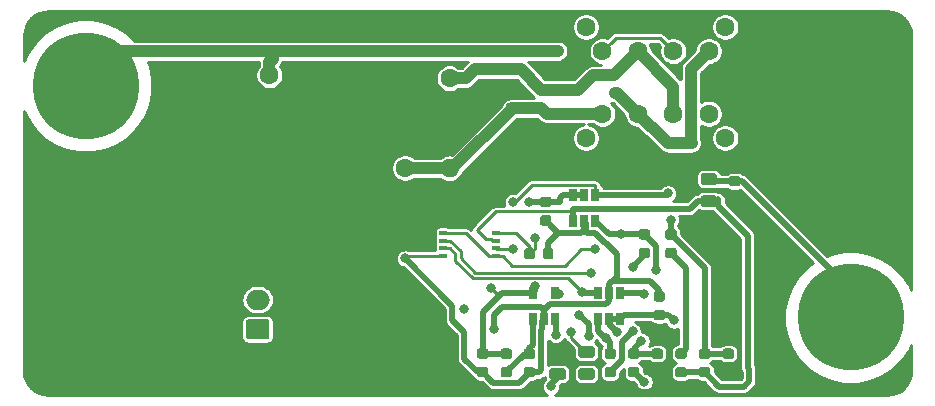
<source format=gtl>
G04 #@! TF.GenerationSoftware,KiCad,Pcbnew,(5.1.4)-1*
G04 #@! TF.CreationDate,2019-09-05T18:56:40+02:00*
G04 #@! TF.ProjectId,currentscaler,63757272-656e-4747-9363-616c65722e6b,rev?*
G04 #@! TF.SameCoordinates,Original*
G04 #@! TF.FileFunction,Copper,L1,Top*
G04 #@! TF.FilePolarity,Positive*
%FSLAX46Y46*%
G04 Gerber Fmt 4.6, Leading zero omitted, Abs format (unit mm)*
G04 Created by KiCad (PCBNEW (5.1.4)-1) date 2019-09-05 18:56:40*
%MOMM*%
%LPD*%
G04 APERTURE LIST*
%ADD10O,1.600000X1.600000*%
%ADD11C,1.600000*%
%ADD12O,2.000000X1.700000*%
%ADD13C,0.100000*%
%ADD14C,1.700000*%
%ADD15R,0.660000X0.360000*%
%ADD16C,0.875000*%
%ADD17C,0.975000*%
%ADD18C,9.000000*%
%ADD19R,0.650000X1.060000*%
%ADD20C,0.800000*%
%ADD21C,0.500000*%
%ADD22C,0.250000*%
%ADD23C,1.000000*%
%ADD24C,0.254000*%
G04 APERTURE END LIST*
D10*
X134250000Y-106370000D03*
D11*
X134250000Y-98750000D03*
D10*
X130500000Y-98730000D03*
D11*
X130500000Y-106350000D03*
D10*
X119000000Y-106120000D03*
D11*
X119000000Y-98500000D03*
D12*
X118000000Y-117500000D03*
D13*
G36*
X118774504Y-119151204D02*
G01*
X118798773Y-119154804D01*
X118822571Y-119160765D01*
X118845671Y-119169030D01*
X118867849Y-119179520D01*
X118888893Y-119192133D01*
X118908598Y-119206747D01*
X118926777Y-119223223D01*
X118943253Y-119241402D01*
X118957867Y-119261107D01*
X118970480Y-119282151D01*
X118980970Y-119304329D01*
X118989235Y-119327429D01*
X118995196Y-119351227D01*
X118998796Y-119375496D01*
X119000000Y-119400000D01*
X119000000Y-120600000D01*
X118998796Y-120624504D01*
X118995196Y-120648773D01*
X118989235Y-120672571D01*
X118980970Y-120695671D01*
X118970480Y-120717849D01*
X118957867Y-120738893D01*
X118943253Y-120758598D01*
X118926777Y-120776777D01*
X118908598Y-120793253D01*
X118888893Y-120807867D01*
X118867849Y-120820480D01*
X118845671Y-120830970D01*
X118822571Y-120839235D01*
X118798773Y-120845196D01*
X118774504Y-120848796D01*
X118750000Y-120850000D01*
X117250000Y-120850000D01*
X117225496Y-120848796D01*
X117201227Y-120845196D01*
X117177429Y-120839235D01*
X117154329Y-120830970D01*
X117132151Y-120820480D01*
X117111107Y-120807867D01*
X117091402Y-120793253D01*
X117073223Y-120776777D01*
X117056747Y-120758598D01*
X117042133Y-120738893D01*
X117029520Y-120717849D01*
X117019030Y-120695671D01*
X117010765Y-120672571D01*
X117004804Y-120648773D01*
X117001204Y-120624504D01*
X117000000Y-120600000D01*
X117000000Y-119400000D01*
X117001204Y-119375496D01*
X117004804Y-119351227D01*
X117010765Y-119327429D01*
X117019030Y-119304329D01*
X117029520Y-119282151D01*
X117042133Y-119261107D01*
X117056747Y-119241402D01*
X117073223Y-119223223D01*
X117091402Y-119206747D01*
X117111107Y-119192133D01*
X117132151Y-119179520D01*
X117154329Y-119169030D01*
X117177429Y-119160765D01*
X117201227Y-119154804D01*
X117225496Y-119151204D01*
X117250000Y-119150000D01*
X118750000Y-119150000D01*
X118774504Y-119151204D01*
X118774504Y-119151204D01*
G37*
D14*
X118000000Y-120000000D03*
D15*
X133714999Y-111850000D03*
X133714999Y-112500000D03*
X133714999Y-113800000D03*
X133714999Y-113145000D03*
X138164999Y-113155000D03*
X138164999Y-113810000D03*
X138164999Y-112510000D03*
X138164999Y-111860000D03*
D13*
G36*
X141265191Y-113126053D02*
G01*
X141286426Y-113129203D01*
X141307250Y-113134419D01*
X141327462Y-113141651D01*
X141346868Y-113150830D01*
X141365281Y-113161866D01*
X141382524Y-113174654D01*
X141398430Y-113189070D01*
X141412846Y-113204976D01*
X141425634Y-113222219D01*
X141436670Y-113240632D01*
X141445849Y-113260038D01*
X141453081Y-113280250D01*
X141458297Y-113301074D01*
X141461447Y-113322309D01*
X141462500Y-113343750D01*
X141462500Y-113856250D01*
X141461447Y-113877691D01*
X141458297Y-113898926D01*
X141453081Y-113919750D01*
X141445849Y-113939962D01*
X141436670Y-113959368D01*
X141425634Y-113977781D01*
X141412846Y-113995024D01*
X141398430Y-114010930D01*
X141382524Y-114025346D01*
X141365281Y-114038134D01*
X141346868Y-114049170D01*
X141327462Y-114058349D01*
X141307250Y-114065581D01*
X141286426Y-114070797D01*
X141265191Y-114073947D01*
X141243750Y-114075000D01*
X140806250Y-114075000D01*
X140784809Y-114073947D01*
X140763574Y-114070797D01*
X140742750Y-114065581D01*
X140722538Y-114058349D01*
X140703132Y-114049170D01*
X140684719Y-114038134D01*
X140667476Y-114025346D01*
X140651570Y-114010930D01*
X140637154Y-113995024D01*
X140624366Y-113977781D01*
X140613330Y-113959368D01*
X140604151Y-113939962D01*
X140596919Y-113919750D01*
X140591703Y-113898926D01*
X140588553Y-113877691D01*
X140587500Y-113856250D01*
X140587500Y-113343750D01*
X140588553Y-113322309D01*
X140591703Y-113301074D01*
X140596919Y-113280250D01*
X140604151Y-113260038D01*
X140613330Y-113240632D01*
X140624366Y-113222219D01*
X140637154Y-113204976D01*
X140651570Y-113189070D01*
X140667476Y-113174654D01*
X140684719Y-113161866D01*
X140703132Y-113150830D01*
X140722538Y-113141651D01*
X140742750Y-113134419D01*
X140763574Y-113129203D01*
X140784809Y-113126053D01*
X140806250Y-113125000D01*
X141243750Y-113125000D01*
X141265191Y-113126053D01*
X141265191Y-113126053D01*
G37*
D16*
X141025000Y-113600000D03*
D13*
G36*
X142840191Y-113126053D02*
G01*
X142861426Y-113129203D01*
X142882250Y-113134419D01*
X142902462Y-113141651D01*
X142921868Y-113150830D01*
X142940281Y-113161866D01*
X142957524Y-113174654D01*
X142973430Y-113189070D01*
X142987846Y-113204976D01*
X143000634Y-113222219D01*
X143011670Y-113240632D01*
X143020849Y-113260038D01*
X143028081Y-113280250D01*
X143033297Y-113301074D01*
X143036447Y-113322309D01*
X143037500Y-113343750D01*
X143037500Y-113856250D01*
X143036447Y-113877691D01*
X143033297Y-113898926D01*
X143028081Y-113919750D01*
X143020849Y-113939962D01*
X143011670Y-113959368D01*
X143000634Y-113977781D01*
X142987846Y-113995024D01*
X142973430Y-114010930D01*
X142957524Y-114025346D01*
X142940281Y-114038134D01*
X142921868Y-114049170D01*
X142902462Y-114058349D01*
X142882250Y-114065581D01*
X142861426Y-114070797D01*
X142840191Y-114073947D01*
X142818750Y-114075000D01*
X142381250Y-114075000D01*
X142359809Y-114073947D01*
X142338574Y-114070797D01*
X142317750Y-114065581D01*
X142297538Y-114058349D01*
X142278132Y-114049170D01*
X142259719Y-114038134D01*
X142242476Y-114025346D01*
X142226570Y-114010930D01*
X142212154Y-113995024D01*
X142199366Y-113977781D01*
X142188330Y-113959368D01*
X142179151Y-113939962D01*
X142171919Y-113919750D01*
X142166703Y-113898926D01*
X142163553Y-113877691D01*
X142162500Y-113856250D01*
X142162500Y-113343750D01*
X142163553Y-113322309D01*
X142166703Y-113301074D01*
X142171919Y-113280250D01*
X142179151Y-113260038D01*
X142188330Y-113240632D01*
X142199366Y-113222219D01*
X142212154Y-113204976D01*
X142226570Y-113189070D01*
X142242476Y-113174654D01*
X142259719Y-113161866D01*
X142278132Y-113150830D01*
X142297538Y-113141651D01*
X142317750Y-113134419D01*
X142338574Y-113129203D01*
X142359809Y-113126053D01*
X142381250Y-113125000D01*
X142818750Y-113125000D01*
X142840191Y-113126053D01*
X142840191Y-113126053D01*
G37*
D16*
X142600000Y-113600000D03*
D13*
G36*
X156680142Y-108663674D02*
G01*
X156703803Y-108667184D01*
X156727007Y-108672996D01*
X156749529Y-108681054D01*
X156771153Y-108691282D01*
X156791670Y-108703579D01*
X156810883Y-108717829D01*
X156828607Y-108733893D01*
X156844671Y-108751617D01*
X156858921Y-108770830D01*
X156871218Y-108791347D01*
X156881446Y-108812971D01*
X156889504Y-108835493D01*
X156895316Y-108858697D01*
X156898826Y-108882358D01*
X156900000Y-108906250D01*
X156900000Y-109393750D01*
X156898826Y-109417642D01*
X156895316Y-109441303D01*
X156889504Y-109464507D01*
X156881446Y-109487029D01*
X156871218Y-109508653D01*
X156858921Y-109529170D01*
X156844671Y-109548383D01*
X156828607Y-109566107D01*
X156810883Y-109582171D01*
X156791670Y-109596421D01*
X156771153Y-109608718D01*
X156749529Y-109618946D01*
X156727007Y-109627004D01*
X156703803Y-109632816D01*
X156680142Y-109636326D01*
X156656250Y-109637500D01*
X155743750Y-109637500D01*
X155719858Y-109636326D01*
X155696197Y-109632816D01*
X155672993Y-109627004D01*
X155650471Y-109618946D01*
X155628847Y-109608718D01*
X155608330Y-109596421D01*
X155589117Y-109582171D01*
X155571393Y-109566107D01*
X155555329Y-109548383D01*
X155541079Y-109529170D01*
X155528782Y-109508653D01*
X155518554Y-109487029D01*
X155510496Y-109464507D01*
X155504684Y-109441303D01*
X155501174Y-109417642D01*
X155500000Y-109393750D01*
X155500000Y-108906250D01*
X155501174Y-108882358D01*
X155504684Y-108858697D01*
X155510496Y-108835493D01*
X155518554Y-108812971D01*
X155528782Y-108791347D01*
X155541079Y-108770830D01*
X155555329Y-108751617D01*
X155571393Y-108733893D01*
X155589117Y-108717829D01*
X155608330Y-108703579D01*
X155628847Y-108691282D01*
X155650471Y-108681054D01*
X155672993Y-108672996D01*
X155696197Y-108667184D01*
X155719858Y-108663674D01*
X155743750Y-108662500D01*
X156656250Y-108662500D01*
X156680142Y-108663674D01*
X156680142Y-108663674D01*
G37*
D17*
X156200000Y-109150000D03*
D13*
G36*
X156680142Y-106788674D02*
G01*
X156703803Y-106792184D01*
X156727007Y-106797996D01*
X156749529Y-106806054D01*
X156771153Y-106816282D01*
X156791670Y-106828579D01*
X156810883Y-106842829D01*
X156828607Y-106858893D01*
X156844671Y-106876617D01*
X156858921Y-106895830D01*
X156871218Y-106916347D01*
X156881446Y-106937971D01*
X156889504Y-106960493D01*
X156895316Y-106983697D01*
X156898826Y-107007358D01*
X156900000Y-107031250D01*
X156900000Y-107518750D01*
X156898826Y-107542642D01*
X156895316Y-107566303D01*
X156889504Y-107589507D01*
X156881446Y-107612029D01*
X156871218Y-107633653D01*
X156858921Y-107654170D01*
X156844671Y-107673383D01*
X156828607Y-107691107D01*
X156810883Y-107707171D01*
X156791670Y-107721421D01*
X156771153Y-107733718D01*
X156749529Y-107743946D01*
X156727007Y-107752004D01*
X156703803Y-107757816D01*
X156680142Y-107761326D01*
X156656250Y-107762500D01*
X155743750Y-107762500D01*
X155719858Y-107761326D01*
X155696197Y-107757816D01*
X155672993Y-107752004D01*
X155650471Y-107743946D01*
X155628847Y-107733718D01*
X155608330Y-107721421D01*
X155589117Y-107707171D01*
X155571393Y-107691107D01*
X155555329Y-107673383D01*
X155541079Y-107654170D01*
X155528782Y-107633653D01*
X155518554Y-107612029D01*
X155510496Y-107589507D01*
X155504684Y-107566303D01*
X155501174Y-107542642D01*
X155500000Y-107518750D01*
X155500000Y-107031250D01*
X155501174Y-107007358D01*
X155504684Y-106983697D01*
X155510496Y-106960493D01*
X155518554Y-106937971D01*
X155528782Y-106916347D01*
X155541079Y-106895830D01*
X155555329Y-106876617D01*
X155571393Y-106858893D01*
X155589117Y-106842829D01*
X155608330Y-106828579D01*
X155628847Y-106816282D01*
X155650471Y-106806054D01*
X155672993Y-106797996D01*
X155696197Y-106792184D01*
X155719858Y-106788674D01*
X155743750Y-106787500D01*
X156656250Y-106787500D01*
X156680142Y-106788674D01*
X156680142Y-106788674D01*
G37*
D17*
X156200000Y-107275000D03*
D13*
G36*
X146330142Y-121426174D02*
G01*
X146353803Y-121429684D01*
X146377007Y-121435496D01*
X146399529Y-121443554D01*
X146421153Y-121453782D01*
X146441670Y-121466079D01*
X146460883Y-121480329D01*
X146478607Y-121496393D01*
X146494671Y-121514117D01*
X146508921Y-121533330D01*
X146521218Y-121553847D01*
X146531446Y-121575471D01*
X146539504Y-121597993D01*
X146545316Y-121621197D01*
X146548826Y-121644858D01*
X146550000Y-121668750D01*
X146550000Y-122156250D01*
X146548826Y-122180142D01*
X146545316Y-122203803D01*
X146539504Y-122227007D01*
X146531446Y-122249529D01*
X146521218Y-122271153D01*
X146508921Y-122291670D01*
X146494671Y-122310883D01*
X146478607Y-122328607D01*
X146460883Y-122344671D01*
X146441670Y-122358921D01*
X146421153Y-122371218D01*
X146399529Y-122381446D01*
X146377007Y-122389504D01*
X146353803Y-122395316D01*
X146330142Y-122398826D01*
X146306250Y-122400000D01*
X145393750Y-122400000D01*
X145369858Y-122398826D01*
X145346197Y-122395316D01*
X145322993Y-122389504D01*
X145300471Y-122381446D01*
X145278847Y-122371218D01*
X145258330Y-122358921D01*
X145239117Y-122344671D01*
X145221393Y-122328607D01*
X145205329Y-122310883D01*
X145191079Y-122291670D01*
X145178782Y-122271153D01*
X145168554Y-122249529D01*
X145160496Y-122227007D01*
X145154684Y-122203803D01*
X145151174Y-122180142D01*
X145150000Y-122156250D01*
X145150000Y-121668750D01*
X145151174Y-121644858D01*
X145154684Y-121621197D01*
X145160496Y-121597993D01*
X145168554Y-121575471D01*
X145178782Y-121553847D01*
X145191079Y-121533330D01*
X145205329Y-121514117D01*
X145221393Y-121496393D01*
X145239117Y-121480329D01*
X145258330Y-121466079D01*
X145278847Y-121453782D01*
X145300471Y-121443554D01*
X145322993Y-121435496D01*
X145346197Y-121429684D01*
X145369858Y-121426174D01*
X145393750Y-121425000D01*
X146306250Y-121425000D01*
X146330142Y-121426174D01*
X146330142Y-121426174D01*
G37*
D17*
X145850000Y-121912500D03*
D13*
G36*
X146330142Y-123301174D02*
G01*
X146353803Y-123304684D01*
X146377007Y-123310496D01*
X146399529Y-123318554D01*
X146421153Y-123328782D01*
X146441670Y-123341079D01*
X146460883Y-123355329D01*
X146478607Y-123371393D01*
X146494671Y-123389117D01*
X146508921Y-123408330D01*
X146521218Y-123428847D01*
X146531446Y-123450471D01*
X146539504Y-123472993D01*
X146545316Y-123496197D01*
X146548826Y-123519858D01*
X146550000Y-123543750D01*
X146550000Y-124031250D01*
X146548826Y-124055142D01*
X146545316Y-124078803D01*
X146539504Y-124102007D01*
X146531446Y-124124529D01*
X146521218Y-124146153D01*
X146508921Y-124166670D01*
X146494671Y-124185883D01*
X146478607Y-124203607D01*
X146460883Y-124219671D01*
X146441670Y-124233921D01*
X146421153Y-124246218D01*
X146399529Y-124256446D01*
X146377007Y-124264504D01*
X146353803Y-124270316D01*
X146330142Y-124273826D01*
X146306250Y-124275000D01*
X145393750Y-124275000D01*
X145369858Y-124273826D01*
X145346197Y-124270316D01*
X145322993Y-124264504D01*
X145300471Y-124256446D01*
X145278847Y-124246218D01*
X145258330Y-124233921D01*
X145239117Y-124219671D01*
X145221393Y-124203607D01*
X145205329Y-124185883D01*
X145191079Y-124166670D01*
X145178782Y-124146153D01*
X145168554Y-124124529D01*
X145160496Y-124102007D01*
X145154684Y-124078803D01*
X145151174Y-124055142D01*
X145150000Y-124031250D01*
X145150000Y-123543750D01*
X145151174Y-123519858D01*
X145154684Y-123496197D01*
X145160496Y-123472993D01*
X145168554Y-123450471D01*
X145178782Y-123428847D01*
X145191079Y-123408330D01*
X145205329Y-123389117D01*
X145221393Y-123371393D01*
X145239117Y-123355329D01*
X145258330Y-123341079D01*
X145278847Y-123328782D01*
X145300471Y-123318554D01*
X145322993Y-123310496D01*
X145346197Y-123304684D01*
X145369858Y-123301174D01*
X145393750Y-123300000D01*
X146306250Y-123300000D01*
X146330142Y-123301174D01*
X146330142Y-123301174D01*
G37*
D17*
X145850000Y-123787500D03*
D13*
G36*
X143880142Y-123301174D02*
G01*
X143903803Y-123304684D01*
X143927007Y-123310496D01*
X143949529Y-123318554D01*
X143971153Y-123328782D01*
X143991670Y-123341079D01*
X144010883Y-123355329D01*
X144028607Y-123371393D01*
X144044671Y-123389117D01*
X144058921Y-123408330D01*
X144071218Y-123428847D01*
X144081446Y-123450471D01*
X144089504Y-123472993D01*
X144095316Y-123496197D01*
X144098826Y-123519858D01*
X144100000Y-123543750D01*
X144100000Y-124031250D01*
X144098826Y-124055142D01*
X144095316Y-124078803D01*
X144089504Y-124102007D01*
X144081446Y-124124529D01*
X144071218Y-124146153D01*
X144058921Y-124166670D01*
X144044671Y-124185883D01*
X144028607Y-124203607D01*
X144010883Y-124219671D01*
X143991670Y-124233921D01*
X143971153Y-124246218D01*
X143949529Y-124256446D01*
X143927007Y-124264504D01*
X143903803Y-124270316D01*
X143880142Y-124273826D01*
X143856250Y-124275000D01*
X142943750Y-124275000D01*
X142919858Y-124273826D01*
X142896197Y-124270316D01*
X142872993Y-124264504D01*
X142850471Y-124256446D01*
X142828847Y-124246218D01*
X142808330Y-124233921D01*
X142789117Y-124219671D01*
X142771393Y-124203607D01*
X142755329Y-124185883D01*
X142741079Y-124166670D01*
X142728782Y-124146153D01*
X142718554Y-124124529D01*
X142710496Y-124102007D01*
X142704684Y-124078803D01*
X142701174Y-124055142D01*
X142700000Y-124031250D01*
X142700000Y-123543750D01*
X142701174Y-123519858D01*
X142704684Y-123496197D01*
X142710496Y-123472993D01*
X142718554Y-123450471D01*
X142728782Y-123428847D01*
X142741079Y-123408330D01*
X142755329Y-123389117D01*
X142771393Y-123371393D01*
X142789117Y-123355329D01*
X142808330Y-123341079D01*
X142828847Y-123328782D01*
X142850471Y-123318554D01*
X142872993Y-123310496D01*
X142896197Y-123304684D01*
X142919858Y-123301174D01*
X142943750Y-123300000D01*
X143856250Y-123300000D01*
X143880142Y-123301174D01*
X143880142Y-123301174D01*
G37*
D17*
X143400000Y-123787500D03*
D13*
G36*
X143880142Y-121426174D02*
G01*
X143903803Y-121429684D01*
X143927007Y-121435496D01*
X143949529Y-121443554D01*
X143971153Y-121453782D01*
X143991670Y-121466079D01*
X144010883Y-121480329D01*
X144028607Y-121496393D01*
X144044671Y-121514117D01*
X144058921Y-121533330D01*
X144071218Y-121553847D01*
X144081446Y-121575471D01*
X144089504Y-121597993D01*
X144095316Y-121621197D01*
X144098826Y-121644858D01*
X144100000Y-121668750D01*
X144100000Y-122156250D01*
X144098826Y-122180142D01*
X144095316Y-122203803D01*
X144089504Y-122227007D01*
X144081446Y-122249529D01*
X144071218Y-122271153D01*
X144058921Y-122291670D01*
X144044671Y-122310883D01*
X144028607Y-122328607D01*
X144010883Y-122344671D01*
X143991670Y-122358921D01*
X143971153Y-122371218D01*
X143949529Y-122381446D01*
X143927007Y-122389504D01*
X143903803Y-122395316D01*
X143880142Y-122398826D01*
X143856250Y-122400000D01*
X142943750Y-122400000D01*
X142919858Y-122398826D01*
X142896197Y-122395316D01*
X142872993Y-122389504D01*
X142850471Y-122381446D01*
X142828847Y-122371218D01*
X142808330Y-122358921D01*
X142789117Y-122344671D01*
X142771393Y-122328607D01*
X142755329Y-122310883D01*
X142741079Y-122291670D01*
X142728782Y-122271153D01*
X142718554Y-122249529D01*
X142710496Y-122227007D01*
X142704684Y-122203803D01*
X142701174Y-122180142D01*
X142700000Y-122156250D01*
X142700000Y-121668750D01*
X142701174Y-121644858D01*
X142704684Y-121621197D01*
X142710496Y-121597993D01*
X142718554Y-121575471D01*
X142728782Y-121553847D01*
X142741079Y-121533330D01*
X142755329Y-121514117D01*
X142771393Y-121496393D01*
X142789117Y-121480329D01*
X142808330Y-121466079D01*
X142828847Y-121453782D01*
X142850471Y-121443554D01*
X142872993Y-121435496D01*
X142896197Y-121429684D01*
X142919858Y-121426174D01*
X142943750Y-121425000D01*
X143856250Y-121425000D01*
X143880142Y-121426174D01*
X143880142Y-121426174D01*
G37*
D17*
X143400000Y-121912500D03*
D11*
X156200000Y-101750000D03*
X153200000Y-101750000D03*
X150200000Y-101750000D03*
X147200000Y-101750000D03*
X156200000Y-96450000D03*
X150200000Y-96450000D03*
X147200000Y-96450000D03*
X153200000Y-96450000D03*
X145800000Y-94400000D03*
X157600000Y-94400000D03*
X157600000Y-103800000D03*
X145800000Y-103800000D03*
D18*
X168230000Y-119000000D03*
X168230000Y-99500000D03*
X103460000Y-99390000D03*
X103460000Y-118890000D03*
D13*
G36*
X150127691Y-123188553D02*
G01*
X150148926Y-123191703D01*
X150169750Y-123196919D01*
X150189962Y-123204151D01*
X150209368Y-123213330D01*
X150227781Y-123224366D01*
X150245024Y-123237154D01*
X150260930Y-123251570D01*
X150275346Y-123267476D01*
X150288134Y-123284719D01*
X150299170Y-123303132D01*
X150308349Y-123322538D01*
X150315581Y-123342750D01*
X150320797Y-123363574D01*
X150323947Y-123384809D01*
X150325000Y-123406250D01*
X150325000Y-123843750D01*
X150323947Y-123865191D01*
X150320797Y-123886426D01*
X150315581Y-123907250D01*
X150308349Y-123927462D01*
X150299170Y-123946868D01*
X150288134Y-123965281D01*
X150275346Y-123982524D01*
X150260930Y-123998430D01*
X150245024Y-124012846D01*
X150227781Y-124025634D01*
X150209368Y-124036670D01*
X150189962Y-124045849D01*
X150169750Y-124053081D01*
X150148926Y-124058297D01*
X150127691Y-124061447D01*
X150106250Y-124062500D01*
X149593750Y-124062500D01*
X149572309Y-124061447D01*
X149551074Y-124058297D01*
X149530250Y-124053081D01*
X149510038Y-124045849D01*
X149490632Y-124036670D01*
X149472219Y-124025634D01*
X149454976Y-124012846D01*
X149439070Y-123998430D01*
X149424654Y-123982524D01*
X149411866Y-123965281D01*
X149400830Y-123946868D01*
X149391651Y-123927462D01*
X149384419Y-123907250D01*
X149379203Y-123886426D01*
X149376053Y-123865191D01*
X149375000Y-123843750D01*
X149375000Y-123406250D01*
X149376053Y-123384809D01*
X149379203Y-123363574D01*
X149384419Y-123342750D01*
X149391651Y-123322538D01*
X149400830Y-123303132D01*
X149411866Y-123284719D01*
X149424654Y-123267476D01*
X149439070Y-123251570D01*
X149454976Y-123237154D01*
X149472219Y-123224366D01*
X149490632Y-123213330D01*
X149510038Y-123204151D01*
X149530250Y-123196919D01*
X149551074Y-123191703D01*
X149572309Y-123188553D01*
X149593750Y-123187500D01*
X150106250Y-123187500D01*
X150127691Y-123188553D01*
X150127691Y-123188553D01*
G37*
D16*
X149850000Y-123625000D03*
D13*
G36*
X150127691Y-121613553D02*
G01*
X150148926Y-121616703D01*
X150169750Y-121621919D01*
X150189962Y-121629151D01*
X150209368Y-121638330D01*
X150227781Y-121649366D01*
X150245024Y-121662154D01*
X150260930Y-121676570D01*
X150275346Y-121692476D01*
X150288134Y-121709719D01*
X150299170Y-121728132D01*
X150308349Y-121747538D01*
X150315581Y-121767750D01*
X150320797Y-121788574D01*
X150323947Y-121809809D01*
X150325000Y-121831250D01*
X150325000Y-122268750D01*
X150323947Y-122290191D01*
X150320797Y-122311426D01*
X150315581Y-122332250D01*
X150308349Y-122352462D01*
X150299170Y-122371868D01*
X150288134Y-122390281D01*
X150275346Y-122407524D01*
X150260930Y-122423430D01*
X150245024Y-122437846D01*
X150227781Y-122450634D01*
X150209368Y-122461670D01*
X150189962Y-122470849D01*
X150169750Y-122478081D01*
X150148926Y-122483297D01*
X150127691Y-122486447D01*
X150106250Y-122487500D01*
X149593750Y-122487500D01*
X149572309Y-122486447D01*
X149551074Y-122483297D01*
X149530250Y-122478081D01*
X149510038Y-122470849D01*
X149490632Y-122461670D01*
X149472219Y-122450634D01*
X149454976Y-122437846D01*
X149439070Y-122423430D01*
X149424654Y-122407524D01*
X149411866Y-122390281D01*
X149400830Y-122371868D01*
X149391651Y-122352462D01*
X149384419Y-122332250D01*
X149379203Y-122311426D01*
X149376053Y-122290191D01*
X149375000Y-122268750D01*
X149375000Y-121831250D01*
X149376053Y-121809809D01*
X149379203Y-121788574D01*
X149384419Y-121767750D01*
X149391651Y-121747538D01*
X149400830Y-121728132D01*
X149411866Y-121709719D01*
X149424654Y-121692476D01*
X149439070Y-121676570D01*
X149454976Y-121662154D01*
X149472219Y-121649366D01*
X149490632Y-121638330D01*
X149510038Y-121629151D01*
X149530250Y-121621919D01*
X149551074Y-121616703D01*
X149572309Y-121613553D01*
X149593750Y-121612500D01*
X150106250Y-121612500D01*
X150127691Y-121613553D01*
X150127691Y-121613553D01*
G37*
D16*
X149850000Y-122050000D03*
D19*
X141300000Y-119100000D03*
X142250000Y-119100000D03*
X143200000Y-119100000D03*
X143200000Y-116900000D03*
X141300000Y-116900000D03*
X147750000Y-119100000D03*
X148700000Y-119100000D03*
X146800000Y-119100000D03*
X146800000Y-116900000D03*
X147750000Y-116900000D03*
X148700000Y-116900000D03*
X144700000Y-110850000D03*
X145650000Y-110850000D03*
X146600000Y-110850000D03*
X146600000Y-108650000D03*
X144700000Y-108650000D03*
X145650000Y-108650000D03*
D13*
G36*
X148127691Y-123201053D02*
G01*
X148148926Y-123204203D01*
X148169750Y-123209419D01*
X148189962Y-123216651D01*
X148209368Y-123225830D01*
X148227781Y-123236866D01*
X148245024Y-123249654D01*
X148260930Y-123264070D01*
X148275346Y-123279976D01*
X148288134Y-123297219D01*
X148299170Y-123315632D01*
X148308349Y-123335038D01*
X148315581Y-123355250D01*
X148320797Y-123376074D01*
X148323947Y-123397309D01*
X148325000Y-123418750D01*
X148325000Y-123856250D01*
X148323947Y-123877691D01*
X148320797Y-123898926D01*
X148315581Y-123919750D01*
X148308349Y-123939962D01*
X148299170Y-123959368D01*
X148288134Y-123977781D01*
X148275346Y-123995024D01*
X148260930Y-124010930D01*
X148245024Y-124025346D01*
X148227781Y-124038134D01*
X148209368Y-124049170D01*
X148189962Y-124058349D01*
X148169750Y-124065581D01*
X148148926Y-124070797D01*
X148127691Y-124073947D01*
X148106250Y-124075000D01*
X147593750Y-124075000D01*
X147572309Y-124073947D01*
X147551074Y-124070797D01*
X147530250Y-124065581D01*
X147510038Y-124058349D01*
X147490632Y-124049170D01*
X147472219Y-124038134D01*
X147454976Y-124025346D01*
X147439070Y-124010930D01*
X147424654Y-123995024D01*
X147411866Y-123977781D01*
X147400830Y-123959368D01*
X147391651Y-123939962D01*
X147384419Y-123919750D01*
X147379203Y-123898926D01*
X147376053Y-123877691D01*
X147375000Y-123856250D01*
X147375000Y-123418750D01*
X147376053Y-123397309D01*
X147379203Y-123376074D01*
X147384419Y-123355250D01*
X147391651Y-123335038D01*
X147400830Y-123315632D01*
X147411866Y-123297219D01*
X147424654Y-123279976D01*
X147439070Y-123264070D01*
X147454976Y-123249654D01*
X147472219Y-123236866D01*
X147490632Y-123225830D01*
X147510038Y-123216651D01*
X147530250Y-123209419D01*
X147551074Y-123204203D01*
X147572309Y-123201053D01*
X147593750Y-123200000D01*
X148106250Y-123200000D01*
X148127691Y-123201053D01*
X148127691Y-123201053D01*
G37*
D16*
X147850000Y-123637500D03*
D13*
G36*
X148127691Y-121626053D02*
G01*
X148148926Y-121629203D01*
X148169750Y-121634419D01*
X148189962Y-121641651D01*
X148209368Y-121650830D01*
X148227781Y-121661866D01*
X148245024Y-121674654D01*
X148260930Y-121689070D01*
X148275346Y-121704976D01*
X148288134Y-121722219D01*
X148299170Y-121740632D01*
X148308349Y-121760038D01*
X148315581Y-121780250D01*
X148320797Y-121801074D01*
X148323947Y-121822309D01*
X148325000Y-121843750D01*
X148325000Y-122281250D01*
X148323947Y-122302691D01*
X148320797Y-122323926D01*
X148315581Y-122344750D01*
X148308349Y-122364962D01*
X148299170Y-122384368D01*
X148288134Y-122402781D01*
X148275346Y-122420024D01*
X148260930Y-122435930D01*
X148245024Y-122450346D01*
X148227781Y-122463134D01*
X148209368Y-122474170D01*
X148189962Y-122483349D01*
X148169750Y-122490581D01*
X148148926Y-122495797D01*
X148127691Y-122498947D01*
X148106250Y-122500000D01*
X147593750Y-122500000D01*
X147572309Y-122498947D01*
X147551074Y-122495797D01*
X147530250Y-122490581D01*
X147510038Y-122483349D01*
X147490632Y-122474170D01*
X147472219Y-122463134D01*
X147454976Y-122450346D01*
X147439070Y-122435930D01*
X147424654Y-122420024D01*
X147411866Y-122402781D01*
X147400830Y-122384368D01*
X147391651Y-122364962D01*
X147384419Y-122344750D01*
X147379203Y-122323926D01*
X147376053Y-122302691D01*
X147375000Y-122281250D01*
X147375000Y-121843750D01*
X147376053Y-121822309D01*
X147379203Y-121801074D01*
X147384419Y-121780250D01*
X147391651Y-121760038D01*
X147400830Y-121740632D01*
X147411866Y-121722219D01*
X147424654Y-121704976D01*
X147439070Y-121689070D01*
X147454976Y-121674654D01*
X147472219Y-121661866D01*
X147490632Y-121650830D01*
X147510038Y-121641651D01*
X147530250Y-121634419D01*
X147551074Y-121629203D01*
X147572309Y-121626053D01*
X147593750Y-121625000D01*
X148106250Y-121625000D01*
X148127691Y-121626053D01*
X148127691Y-121626053D01*
G37*
D16*
X147850000Y-122062500D03*
D13*
G36*
X151027691Y-111526053D02*
G01*
X151048926Y-111529203D01*
X151069750Y-111534419D01*
X151089962Y-111541651D01*
X151109368Y-111550830D01*
X151127781Y-111561866D01*
X151145024Y-111574654D01*
X151160930Y-111589070D01*
X151175346Y-111604976D01*
X151188134Y-111622219D01*
X151199170Y-111640632D01*
X151208349Y-111660038D01*
X151215581Y-111680250D01*
X151220797Y-111701074D01*
X151223947Y-111722309D01*
X151225000Y-111743750D01*
X151225000Y-112181250D01*
X151223947Y-112202691D01*
X151220797Y-112223926D01*
X151215581Y-112244750D01*
X151208349Y-112264962D01*
X151199170Y-112284368D01*
X151188134Y-112302781D01*
X151175346Y-112320024D01*
X151160930Y-112335930D01*
X151145024Y-112350346D01*
X151127781Y-112363134D01*
X151109368Y-112374170D01*
X151089962Y-112383349D01*
X151069750Y-112390581D01*
X151048926Y-112395797D01*
X151027691Y-112398947D01*
X151006250Y-112400000D01*
X150493750Y-112400000D01*
X150472309Y-112398947D01*
X150451074Y-112395797D01*
X150430250Y-112390581D01*
X150410038Y-112383349D01*
X150390632Y-112374170D01*
X150372219Y-112363134D01*
X150354976Y-112350346D01*
X150339070Y-112335930D01*
X150324654Y-112320024D01*
X150311866Y-112302781D01*
X150300830Y-112284368D01*
X150291651Y-112264962D01*
X150284419Y-112244750D01*
X150279203Y-112223926D01*
X150276053Y-112202691D01*
X150275000Y-112181250D01*
X150275000Y-111743750D01*
X150276053Y-111722309D01*
X150279203Y-111701074D01*
X150284419Y-111680250D01*
X150291651Y-111660038D01*
X150300830Y-111640632D01*
X150311866Y-111622219D01*
X150324654Y-111604976D01*
X150339070Y-111589070D01*
X150354976Y-111574654D01*
X150372219Y-111561866D01*
X150390632Y-111550830D01*
X150410038Y-111541651D01*
X150430250Y-111534419D01*
X150451074Y-111529203D01*
X150472309Y-111526053D01*
X150493750Y-111525000D01*
X151006250Y-111525000D01*
X151027691Y-111526053D01*
X151027691Y-111526053D01*
G37*
D16*
X150750000Y-111962500D03*
D13*
G36*
X151027691Y-113101053D02*
G01*
X151048926Y-113104203D01*
X151069750Y-113109419D01*
X151089962Y-113116651D01*
X151109368Y-113125830D01*
X151127781Y-113136866D01*
X151145024Y-113149654D01*
X151160930Y-113164070D01*
X151175346Y-113179976D01*
X151188134Y-113197219D01*
X151199170Y-113215632D01*
X151208349Y-113235038D01*
X151215581Y-113255250D01*
X151220797Y-113276074D01*
X151223947Y-113297309D01*
X151225000Y-113318750D01*
X151225000Y-113756250D01*
X151223947Y-113777691D01*
X151220797Y-113798926D01*
X151215581Y-113819750D01*
X151208349Y-113839962D01*
X151199170Y-113859368D01*
X151188134Y-113877781D01*
X151175346Y-113895024D01*
X151160930Y-113910930D01*
X151145024Y-113925346D01*
X151127781Y-113938134D01*
X151109368Y-113949170D01*
X151089962Y-113958349D01*
X151069750Y-113965581D01*
X151048926Y-113970797D01*
X151027691Y-113973947D01*
X151006250Y-113975000D01*
X150493750Y-113975000D01*
X150472309Y-113973947D01*
X150451074Y-113970797D01*
X150430250Y-113965581D01*
X150410038Y-113958349D01*
X150390632Y-113949170D01*
X150372219Y-113938134D01*
X150354976Y-113925346D01*
X150339070Y-113910930D01*
X150324654Y-113895024D01*
X150311866Y-113877781D01*
X150300830Y-113859368D01*
X150291651Y-113839962D01*
X150284419Y-113819750D01*
X150279203Y-113798926D01*
X150276053Y-113777691D01*
X150275000Y-113756250D01*
X150275000Y-113318750D01*
X150276053Y-113297309D01*
X150279203Y-113276074D01*
X150284419Y-113255250D01*
X150291651Y-113235038D01*
X150300830Y-113215632D01*
X150311866Y-113197219D01*
X150324654Y-113179976D01*
X150339070Y-113164070D01*
X150354976Y-113149654D01*
X150372219Y-113136866D01*
X150390632Y-113125830D01*
X150410038Y-113116651D01*
X150430250Y-113109419D01*
X150451074Y-113104203D01*
X150472309Y-113101053D01*
X150493750Y-113100000D01*
X151006250Y-113100000D01*
X151027691Y-113101053D01*
X151027691Y-113101053D01*
G37*
D16*
X150750000Y-113537500D03*
D13*
G36*
X139777691Y-99276053D02*
G01*
X139798926Y-99279203D01*
X139819750Y-99284419D01*
X139839962Y-99291651D01*
X139859368Y-99300830D01*
X139877781Y-99311866D01*
X139895024Y-99324654D01*
X139910930Y-99339070D01*
X139925346Y-99354976D01*
X139938134Y-99372219D01*
X139949170Y-99390632D01*
X139958349Y-99410038D01*
X139965581Y-99430250D01*
X139970797Y-99451074D01*
X139973947Y-99472309D01*
X139975000Y-99493750D01*
X139975000Y-99931250D01*
X139973947Y-99952691D01*
X139970797Y-99973926D01*
X139965581Y-99994750D01*
X139958349Y-100014962D01*
X139949170Y-100034368D01*
X139938134Y-100052781D01*
X139925346Y-100070024D01*
X139910930Y-100085930D01*
X139895024Y-100100346D01*
X139877781Y-100113134D01*
X139859368Y-100124170D01*
X139839962Y-100133349D01*
X139819750Y-100140581D01*
X139798926Y-100145797D01*
X139777691Y-100148947D01*
X139756250Y-100150000D01*
X139243750Y-100150000D01*
X139222309Y-100148947D01*
X139201074Y-100145797D01*
X139180250Y-100140581D01*
X139160038Y-100133349D01*
X139140632Y-100124170D01*
X139122219Y-100113134D01*
X139104976Y-100100346D01*
X139089070Y-100085930D01*
X139074654Y-100070024D01*
X139061866Y-100052781D01*
X139050830Y-100034368D01*
X139041651Y-100014962D01*
X139034419Y-99994750D01*
X139029203Y-99973926D01*
X139026053Y-99952691D01*
X139025000Y-99931250D01*
X139025000Y-99493750D01*
X139026053Y-99472309D01*
X139029203Y-99451074D01*
X139034419Y-99430250D01*
X139041651Y-99410038D01*
X139050830Y-99390632D01*
X139061866Y-99372219D01*
X139074654Y-99354976D01*
X139089070Y-99339070D01*
X139104976Y-99324654D01*
X139122219Y-99311866D01*
X139140632Y-99300830D01*
X139160038Y-99291651D01*
X139180250Y-99284419D01*
X139201074Y-99279203D01*
X139222309Y-99276053D01*
X139243750Y-99275000D01*
X139756250Y-99275000D01*
X139777691Y-99276053D01*
X139777691Y-99276053D01*
G37*
D16*
X139500000Y-99712500D03*
D13*
G36*
X139777691Y-100851053D02*
G01*
X139798926Y-100854203D01*
X139819750Y-100859419D01*
X139839962Y-100866651D01*
X139859368Y-100875830D01*
X139877781Y-100886866D01*
X139895024Y-100899654D01*
X139910930Y-100914070D01*
X139925346Y-100929976D01*
X139938134Y-100947219D01*
X139949170Y-100965632D01*
X139958349Y-100985038D01*
X139965581Y-101005250D01*
X139970797Y-101026074D01*
X139973947Y-101047309D01*
X139975000Y-101068750D01*
X139975000Y-101506250D01*
X139973947Y-101527691D01*
X139970797Y-101548926D01*
X139965581Y-101569750D01*
X139958349Y-101589962D01*
X139949170Y-101609368D01*
X139938134Y-101627781D01*
X139925346Y-101645024D01*
X139910930Y-101660930D01*
X139895024Y-101675346D01*
X139877781Y-101688134D01*
X139859368Y-101699170D01*
X139839962Y-101708349D01*
X139819750Y-101715581D01*
X139798926Y-101720797D01*
X139777691Y-101723947D01*
X139756250Y-101725000D01*
X139243750Y-101725000D01*
X139222309Y-101723947D01*
X139201074Y-101720797D01*
X139180250Y-101715581D01*
X139160038Y-101708349D01*
X139140632Y-101699170D01*
X139122219Y-101688134D01*
X139104976Y-101675346D01*
X139089070Y-101660930D01*
X139074654Y-101645024D01*
X139061866Y-101627781D01*
X139050830Y-101609368D01*
X139041651Y-101589962D01*
X139034419Y-101569750D01*
X139029203Y-101548926D01*
X139026053Y-101527691D01*
X139025000Y-101506250D01*
X139025000Y-101068750D01*
X139026053Y-101047309D01*
X139029203Y-101026074D01*
X139034419Y-101005250D01*
X139041651Y-100985038D01*
X139050830Y-100965632D01*
X139061866Y-100947219D01*
X139074654Y-100929976D01*
X139089070Y-100914070D01*
X139104976Y-100899654D01*
X139122219Y-100886866D01*
X139140632Y-100875830D01*
X139160038Y-100866651D01*
X139180250Y-100859419D01*
X139201074Y-100854203D01*
X139222309Y-100851053D01*
X139243750Y-100850000D01*
X139756250Y-100850000D01*
X139777691Y-100851053D01*
X139777691Y-100851053D01*
G37*
D16*
X139500000Y-101287500D03*
D13*
G36*
X152127691Y-123201053D02*
G01*
X152148926Y-123204203D01*
X152169750Y-123209419D01*
X152189962Y-123216651D01*
X152209368Y-123225830D01*
X152227781Y-123236866D01*
X152245024Y-123249654D01*
X152260930Y-123264070D01*
X152275346Y-123279976D01*
X152288134Y-123297219D01*
X152299170Y-123315632D01*
X152308349Y-123335038D01*
X152315581Y-123355250D01*
X152320797Y-123376074D01*
X152323947Y-123397309D01*
X152325000Y-123418750D01*
X152325000Y-123856250D01*
X152323947Y-123877691D01*
X152320797Y-123898926D01*
X152315581Y-123919750D01*
X152308349Y-123939962D01*
X152299170Y-123959368D01*
X152288134Y-123977781D01*
X152275346Y-123995024D01*
X152260930Y-124010930D01*
X152245024Y-124025346D01*
X152227781Y-124038134D01*
X152209368Y-124049170D01*
X152189962Y-124058349D01*
X152169750Y-124065581D01*
X152148926Y-124070797D01*
X152127691Y-124073947D01*
X152106250Y-124075000D01*
X151593750Y-124075000D01*
X151572309Y-124073947D01*
X151551074Y-124070797D01*
X151530250Y-124065581D01*
X151510038Y-124058349D01*
X151490632Y-124049170D01*
X151472219Y-124038134D01*
X151454976Y-124025346D01*
X151439070Y-124010930D01*
X151424654Y-123995024D01*
X151411866Y-123977781D01*
X151400830Y-123959368D01*
X151391651Y-123939962D01*
X151384419Y-123919750D01*
X151379203Y-123898926D01*
X151376053Y-123877691D01*
X151375000Y-123856250D01*
X151375000Y-123418750D01*
X151376053Y-123397309D01*
X151379203Y-123376074D01*
X151384419Y-123355250D01*
X151391651Y-123335038D01*
X151400830Y-123315632D01*
X151411866Y-123297219D01*
X151424654Y-123279976D01*
X151439070Y-123264070D01*
X151454976Y-123249654D01*
X151472219Y-123236866D01*
X151490632Y-123225830D01*
X151510038Y-123216651D01*
X151530250Y-123209419D01*
X151551074Y-123204203D01*
X151572309Y-123201053D01*
X151593750Y-123200000D01*
X152106250Y-123200000D01*
X152127691Y-123201053D01*
X152127691Y-123201053D01*
G37*
D16*
X151850000Y-123637500D03*
D13*
G36*
X152127691Y-121626053D02*
G01*
X152148926Y-121629203D01*
X152169750Y-121634419D01*
X152189962Y-121641651D01*
X152209368Y-121650830D01*
X152227781Y-121661866D01*
X152245024Y-121674654D01*
X152260930Y-121689070D01*
X152275346Y-121704976D01*
X152288134Y-121722219D01*
X152299170Y-121740632D01*
X152308349Y-121760038D01*
X152315581Y-121780250D01*
X152320797Y-121801074D01*
X152323947Y-121822309D01*
X152325000Y-121843750D01*
X152325000Y-122281250D01*
X152323947Y-122302691D01*
X152320797Y-122323926D01*
X152315581Y-122344750D01*
X152308349Y-122364962D01*
X152299170Y-122384368D01*
X152288134Y-122402781D01*
X152275346Y-122420024D01*
X152260930Y-122435930D01*
X152245024Y-122450346D01*
X152227781Y-122463134D01*
X152209368Y-122474170D01*
X152189962Y-122483349D01*
X152169750Y-122490581D01*
X152148926Y-122495797D01*
X152127691Y-122498947D01*
X152106250Y-122500000D01*
X151593750Y-122500000D01*
X151572309Y-122498947D01*
X151551074Y-122495797D01*
X151530250Y-122490581D01*
X151510038Y-122483349D01*
X151490632Y-122474170D01*
X151472219Y-122463134D01*
X151454976Y-122450346D01*
X151439070Y-122435930D01*
X151424654Y-122420024D01*
X151411866Y-122402781D01*
X151400830Y-122384368D01*
X151391651Y-122364962D01*
X151384419Y-122344750D01*
X151379203Y-122323926D01*
X151376053Y-122302691D01*
X151375000Y-122281250D01*
X151375000Y-121843750D01*
X151376053Y-121822309D01*
X151379203Y-121801074D01*
X151384419Y-121780250D01*
X151391651Y-121760038D01*
X151400830Y-121740632D01*
X151411866Y-121722219D01*
X151424654Y-121704976D01*
X151439070Y-121689070D01*
X151454976Y-121674654D01*
X151472219Y-121661866D01*
X151490632Y-121650830D01*
X151510038Y-121641651D01*
X151530250Y-121634419D01*
X151551074Y-121629203D01*
X151572309Y-121626053D01*
X151593750Y-121625000D01*
X152106250Y-121625000D01*
X152127691Y-121626053D01*
X152127691Y-121626053D01*
G37*
D16*
X151850000Y-122062500D03*
D13*
G36*
X142277691Y-99276053D02*
G01*
X142298926Y-99279203D01*
X142319750Y-99284419D01*
X142339962Y-99291651D01*
X142359368Y-99300830D01*
X142377781Y-99311866D01*
X142395024Y-99324654D01*
X142410930Y-99339070D01*
X142425346Y-99354976D01*
X142438134Y-99372219D01*
X142449170Y-99390632D01*
X142458349Y-99410038D01*
X142465581Y-99430250D01*
X142470797Y-99451074D01*
X142473947Y-99472309D01*
X142475000Y-99493750D01*
X142475000Y-99931250D01*
X142473947Y-99952691D01*
X142470797Y-99973926D01*
X142465581Y-99994750D01*
X142458349Y-100014962D01*
X142449170Y-100034368D01*
X142438134Y-100052781D01*
X142425346Y-100070024D01*
X142410930Y-100085930D01*
X142395024Y-100100346D01*
X142377781Y-100113134D01*
X142359368Y-100124170D01*
X142339962Y-100133349D01*
X142319750Y-100140581D01*
X142298926Y-100145797D01*
X142277691Y-100148947D01*
X142256250Y-100150000D01*
X141743750Y-100150000D01*
X141722309Y-100148947D01*
X141701074Y-100145797D01*
X141680250Y-100140581D01*
X141660038Y-100133349D01*
X141640632Y-100124170D01*
X141622219Y-100113134D01*
X141604976Y-100100346D01*
X141589070Y-100085930D01*
X141574654Y-100070024D01*
X141561866Y-100052781D01*
X141550830Y-100034368D01*
X141541651Y-100014962D01*
X141534419Y-99994750D01*
X141529203Y-99973926D01*
X141526053Y-99952691D01*
X141525000Y-99931250D01*
X141525000Y-99493750D01*
X141526053Y-99472309D01*
X141529203Y-99451074D01*
X141534419Y-99430250D01*
X141541651Y-99410038D01*
X141550830Y-99390632D01*
X141561866Y-99372219D01*
X141574654Y-99354976D01*
X141589070Y-99339070D01*
X141604976Y-99324654D01*
X141622219Y-99311866D01*
X141640632Y-99300830D01*
X141660038Y-99291651D01*
X141680250Y-99284419D01*
X141701074Y-99279203D01*
X141722309Y-99276053D01*
X141743750Y-99275000D01*
X142256250Y-99275000D01*
X142277691Y-99276053D01*
X142277691Y-99276053D01*
G37*
D16*
X142000000Y-99712500D03*
D13*
G36*
X142277691Y-100851053D02*
G01*
X142298926Y-100854203D01*
X142319750Y-100859419D01*
X142339962Y-100866651D01*
X142359368Y-100875830D01*
X142377781Y-100886866D01*
X142395024Y-100899654D01*
X142410930Y-100914070D01*
X142425346Y-100929976D01*
X142438134Y-100947219D01*
X142449170Y-100965632D01*
X142458349Y-100985038D01*
X142465581Y-101005250D01*
X142470797Y-101026074D01*
X142473947Y-101047309D01*
X142475000Y-101068750D01*
X142475000Y-101506250D01*
X142473947Y-101527691D01*
X142470797Y-101548926D01*
X142465581Y-101569750D01*
X142458349Y-101589962D01*
X142449170Y-101609368D01*
X142438134Y-101627781D01*
X142425346Y-101645024D01*
X142410930Y-101660930D01*
X142395024Y-101675346D01*
X142377781Y-101688134D01*
X142359368Y-101699170D01*
X142339962Y-101708349D01*
X142319750Y-101715581D01*
X142298926Y-101720797D01*
X142277691Y-101723947D01*
X142256250Y-101725000D01*
X141743750Y-101725000D01*
X141722309Y-101723947D01*
X141701074Y-101720797D01*
X141680250Y-101715581D01*
X141660038Y-101708349D01*
X141640632Y-101699170D01*
X141622219Y-101688134D01*
X141604976Y-101675346D01*
X141589070Y-101660930D01*
X141574654Y-101645024D01*
X141561866Y-101627781D01*
X141550830Y-101609368D01*
X141541651Y-101589962D01*
X141534419Y-101569750D01*
X141529203Y-101548926D01*
X141526053Y-101527691D01*
X141525000Y-101506250D01*
X141525000Y-101068750D01*
X141526053Y-101047309D01*
X141529203Y-101026074D01*
X141534419Y-101005250D01*
X141541651Y-100985038D01*
X141550830Y-100965632D01*
X141561866Y-100947219D01*
X141574654Y-100929976D01*
X141589070Y-100914070D01*
X141604976Y-100899654D01*
X141622219Y-100886866D01*
X141640632Y-100875830D01*
X141660038Y-100866651D01*
X141680250Y-100859419D01*
X141701074Y-100854203D01*
X141722309Y-100851053D01*
X141743750Y-100850000D01*
X142256250Y-100850000D01*
X142277691Y-100851053D01*
X142277691Y-100851053D01*
G37*
D16*
X142000000Y-101287500D03*
D13*
G36*
X154127691Y-123201053D02*
G01*
X154148926Y-123204203D01*
X154169750Y-123209419D01*
X154189962Y-123216651D01*
X154209368Y-123225830D01*
X154227781Y-123236866D01*
X154245024Y-123249654D01*
X154260930Y-123264070D01*
X154275346Y-123279976D01*
X154288134Y-123297219D01*
X154299170Y-123315632D01*
X154308349Y-123335038D01*
X154315581Y-123355250D01*
X154320797Y-123376074D01*
X154323947Y-123397309D01*
X154325000Y-123418750D01*
X154325000Y-123856250D01*
X154323947Y-123877691D01*
X154320797Y-123898926D01*
X154315581Y-123919750D01*
X154308349Y-123939962D01*
X154299170Y-123959368D01*
X154288134Y-123977781D01*
X154275346Y-123995024D01*
X154260930Y-124010930D01*
X154245024Y-124025346D01*
X154227781Y-124038134D01*
X154209368Y-124049170D01*
X154189962Y-124058349D01*
X154169750Y-124065581D01*
X154148926Y-124070797D01*
X154127691Y-124073947D01*
X154106250Y-124075000D01*
X153593750Y-124075000D01*
X153572309Y-124073947D01*
X153551074Y-124070797D01*
X153530250Y-124065581D01*
X153510038Y-124058349D01*
X153490632Y-124049170D01*
X153472219Y-124038134D01*
X153454976Y-124025346D01*
X153439070Y-124010930D01*
X153424654Y-123995024D01*
X153411866Y-123977781D01*
X153400830Y-123959368D01*
X153391651Y-123939962D01*
X153384419Y-123919750D01*
X153379203Y-123898926D01*
X153376053Y-123877691D01*
X153375000Y-123856250D01*
X153375000Y-123418750D01*
X153376053Y-123397309D01*
X153379203Y-123376074D01*
X153384419Y-123355250D01*
X153391651Y-123335038D01*
X153400830Y-123315632D01*
X153411866Y-123297219D01*
X153424654Y-123279976D01*
X153439070Y-123264070D01*
X153454976Y-123249654D01*
X153472219Y-123236866D01*
X153490632Y-123225830D01*
X153510038Y-123216651D01*
X153530250Y-123209419D01*
X153551074Y-123204203D01*
X153572309Y-123201053D01*
X153593750Y-123200000D01*
X154106250Y-123200000D01*
X154127691Y-123201053D01*
X154127691Y-123201053D01*
G37*
D16*
X153850000Y-123637500D03*
D13*
G36*
X154127691Y-121626053D02*
G01*
X154148926Y-121629203D01*
X154169750Y-121634419D01*
X154189962Y-121641651D01*
X154209368Y-121650830D01*
X154227781Y-121661866D01*
X154245024Y-121674654D01*
X154260930Y-121689070D01*
X154275346Y-121704976D01*
X154288134Y-121722219D01*
X154299170Y-121740632D01*
X154308349Y-121760038D01*
X154315581Y-121780250D01*
X154320797Y-121801074D01*
X154323947Y-121822309D01*
X154325000Y-121843750D01*
X154325000Y-122281250D01*
X154323947Y-122302691D01*
X154320797Y-122323926D01*
X154315581Y-122344750D01*
X154308349Y-122364962D01*
X154299170Y-122384368D01*
X154288134Y-122402781D01*
X154275346Y-122420024D01*
X154260930Y-122435930D01*
X154245024Y-122450346D01*
X154227781Y-122463134D01*
X154209368Y-122474170D01*
X154189962Y-122483349D01*
X154169750Y-122490581D01*
X154148926Y-122495797D01*
X154127691Y-122498947D01*
X154106250Y-122500000D01*
X153593750Y-122500000D01*
X153572309Y-122498947D01*
X153551074Y-122495797D01*
X153530250Y-122490581D01*
X153510038Y-122483349D01*
X153490632Y-122474170D01*
X153472219Y-122463134D01*
X153454976Y-122450346D01*
X153439070Y-122435930D01*
X153424654Y-122420024D01*
X153411866Y-122402781D01*
X153400830Y-122384368D01*
X153391651Y-122364962D01*
X153384419Y-122344750D01*
X153379203Y-122323926D01*
X153376053Y-122302691D01*
X153375000Y-122281250D01*
X153375000Y-121843750D01*
X153376053Y-121822309D01*
X153379203Y-121801074D01*
X153384419Y-121780250D01*
X153391651Y-121760038D01*
X153400830Y-121740632D01*
X153411866Y-121722219D01*
X153424654Y-121704976D01*
X153439070Y-121689070D01*
X153454976Y-121674654D01*
X153472219Y-121661866D01*
X153490632Y-121650830D01*
X153510038Y-121641651D01*
X153530250Y-121634419D01*
X153551074Y-121629203D01*
X153572309Y-121626053D01*
X153593750Y-121625000D01*
X154106250Y-121625000D01*
X154127691Y-121626053D01*
X154127691Y-121626053D01*
G37*
D16*
X153850000Y-122062500D03*
D13*
G36*
X141277691Y-123201053D02*
G01*
X141298926Y-123204203D01*
X141319750Y-123209419D01*
X141339962Y-123216651D01*
X141359368Y-123225830D01*
X141377781Y-123236866D01*
X141395024Y-123249654D01*
X141410930Y-123264070D01*
X141425346Y-123279976D01*
X141438134Y-123297219D01*
X141449170Y-123315632D01*
X141458349Y-123335038D01*
X141465581Y-123355250D01*
X141470797Y-123376074D01*
X141473947Y-123397309D01*
X141475000Y-123418750D01*
X141475000Y-123856250D01*
X141473947Y-123877691D01*
X141470797Y-123898926D01*
X141465581Y-123919750D01*
X141458349Y-123939962D01*
X141449170Y-123959368D01*
X141438134Y-123977781D01*
X141425346Y-123995024D01*
X141410930Y-124010930D01*
X141395024Y-124025346D01*
X141377781Y-124038134D01*
X141359368Y-124049170D01*
X141339962Y-124058349D01*
X141319750Y-124065581D01*
X141298926Y-124070797D01*
X141277691Y-124073947D01*
X141256250Y-124075000D01*
X140743750Y-124075000D01*
X140722309Y-124073947D01*
X140701074Y-124070797D01*
X140680250Y-124065581D01*
X140660038Y-124058349D01*
X140640632Y-124049170D01*
X140622219Y-124038134D01*
X140604976Y-124025346D01*
X140589070Y-124010930D01*
X140574654Y-123995024D01*
X140561866Y-123977781D01*
X140550830Y-123959368D01*
X140541651Y-123939962D01*
X140534419Y-123919750D01*
X140529203Y-123898926D01*
X140526053Y-123877691D01*
X140525000Y-123856250D01*
X140525000Y-123418750D01*
X140526053Y-123397309D01*
X140529203Y-123376074D01*
X140534419Y-123355250D01*
X140541651Y-123335038D01*
X140550830Y-123315632D01*
X140561866Y-123297219D01*
X140574654Y-123279976D01*
X140589070Y-123264070D01*
X140604976Y-123249654D01*
X140622219Y-123236866D01*
X140640632Y-123225830D01*
X140660038Y-123216651D01*
X140680250Y-123209419D01*
X140701074Y-123204203D01*
X140722309Y-123201053D01*
X140743750Y-123200000D01*
X141256250Y-123200000D01*
X141277691Y-123201053D01*
X141277691Y-123201053D01*
G37*
D16*
X141000000Y-123637500D03*
D13*
G36*
X141277691Y-121626053D02*
G01*
X141298926Y-121629203D01*
X141319750Y-121634419D01*
X141339962Y-121641651D01*
X141359368Y-121650830D01*
X141377781Y-121661866D01*
X141395024Y-121674654D01*
X141410930Y-121689070D01*
X141425346Y-121704976D01*
X141438134Y-121722219D01*
X141449170Y-121740632D01*
X141458349Y-121760038D01*
X141465581Y-121780250D01*
X141470797Y-121801074D01*
X141473947Y-121822309D01*
X141475000Y-121843750D01*
X141475000Y-122281250D01*
X141473947Y-122302691D01*
X141470797Y-122323926D01*
X141465581Y-122344750D01*
X141458349Y-122364962D01*
X141449170Y-122384368D01*
X141438134Y-122402781D01*
X141425346Y-122420024D01*
X141410930Y-122435930D01*
X141395024Y-122450346D01*
X141377781Y-122463134D01*
X141359368Y-122474170D01*
X141339962Y-122483349D01*
X141319750Y-122490581D01*
X141298926Y-122495797D01*
X141277691Y-122498947D01*
X141256250Y-122500000D01*
X140743750Y-122500000D01*
X140722309Y-122498947D01*
X140701074Y-122495797D01*
X140680250Y-122490581D01*
X140660038Y-122483349D01*
X140640632Y-122474170D01*
X140622219Y-122463134D01*
X140604976Y-122450346D01*
X140589070Y-122435930D01*
X140574654Y-122420024D01*
X140561866Y-122402781D01*
X140550830Y-122384368D01*
X140541651Y-122364962D01*
X140534419Y-122344750D01*
X140529203Y-122323926D01*
X140526053Y-122302691D01*
X140525000Y-122281250D01*
X140525000Y-121843750D01*
X140526053Y-121822309D01*
X140529203Y-121801074D01*
X140534419Y-121780250D01*
X140541651Y-121760038D01*
X140550830Y-121740632D01*
X140561866Y-121722219D01*
X140574654Y-121704976D01*
X140589070Y-121689070D01*
X140604976Y-121674654D01*
X140622219Y-121661866D01*
X140640632Y-121650830D01*
X140660038Y-121641651D01*
X140680250Y-121634419D01*
X140701074Y-121629203D01*
X140722309Y-121626053D01*
X140743750Y-121625000D01*
X141256250Y-121625000D01*
X141277691Y-121626053D01*
X141277691Y-121626053D01*
G37*
D16*
X141000000Y-122062500D03*
D13*
G36*
X139327691Y-123201053D02*
G01*
X139348926Y-123204203D01*
X139369750Y-123209419D01*
X139389962Y-123216651D01*
X139409368Y-123225830D01*
X139427781Y-123236866D01*
X139445024Y-123249654D01*
X139460930Y-123264070D01*
X139475346Y-123279976D01*
X139488134Y-123297219D01*
X139499170Y-123315632D01*
X139508349Y-123335038D01*
X139515581Y-123355250D01*
X139520797Y-123376074D01*
X139523947Y-123397309D01*
X139525000Y-123418750D01*
X139525000Y-123856250D01*
X139523947Y-123877691D01*
X139520797Y-123898926D01*
X139515581Y-123919750D01*
X139508349Y-123939962D01*
X139499170Y-123959368D01*
X139488134Y-123977781D01*
X139475346Y-123995024D01*
X139460930Y-124010930D01*
X139445024Y-124025346D01*
X139427781Y-124038134D01*
X139409368Y-124049170D01*
X139389962Y-124058349D01*
X139369750Y-124065581D01*
X139348926Y-124070797D01*
X139327691Y-124073947D01*
X139306250Y-124075000D01*
X138793750Y-124075000D01*
X138772309Y-124073947D01*
X138751074Y-124070797D01*
X138730250Y-124065581D01*
X138710038Y-124058349D01*
X138690632Y-124049170D01*
X138672219Y-124038134D01*
X138654976Y-124025346D01*
X138639070Y-124010930D01*
X138624654Y-123995024D01*
X138611866Y-123977781D01*
X138600830Y-123959368D01*
X138591651Y-123939962D01*
X138584419Y-123919750D01*
X138579203Y-123898926D01*
X138576053Y-123877691D01*
X138575000Y-123856250D01*
X138575000Y-123418750D01*
X138576053Y-123397309D01*
X138579203Y-123376074D01*
X138584419Y-123355250D01*
X138591651Y-123335038D01*
X138600830Y-123315632D01*
X138611866Y-123297219D01*
X138624654Y-123279976D01*
X138639070Y-123264070D01*
X138654976Y-123249654D01*
X138672219Y-123236866D01*
X138690632Y-123225830D01*
X138710038Y-123216651D01*
X138730250Y-123209419D01*
X138751074Y-123204203D01*
X138772309Y-123201053D01*
X138793750Y-123200000D01*
X139306250Y-123200000D01*
X139327691Y-123201053D01*
X139327691Y-123201053D01*
G37*
D16*
X139050000Y-123637500D03*
D13*
G36*
X139327691Y-121626053D02*
G01*
X139348926Y-121629203D01*
X139369750Y-121634419D01*
X139389962Y-121641651D01*
X139409368Y-121650830D01*
X139427781Y-121661866D01*
X139445024Y-121674654D01*
X139460930Y-121689070D01*
X139475346Y-121704976D01*
X139488134Y-121722219D01*
X139499170Y-121740632D01*
X139508349Y-121760038D01*
X139515581Y-121780250D01*
X139520797Y-121801074D01*
X139523947Y-121822309D01*
X139525000Y-121843750D01*
X139525000Y-122281250D01*
X139523947Y-122302691D01*
X139520797Y-122323926D01*
X139515581Y-122344750D01*
X139508349Y-122364962D01*
X139499170Y-122384368D01*
X139488134Y-122402781D01*
X139475346Y-122420024D01*
X139460930Y-122435930D01*
X139445024Y-122450346D01*
X139427781Y-122463134D01*
X139409368Y-122474170D01*
X139389962Y-122483349D01*
X139369750Y-122490581D01*
X139348926Y-122495797D01*
X139327691Y-122498947D01*
X139306250Y-122500000D01*
X138793750Y-122500000D01*
X138772309Y-122498947D01*
X138751074Y-122495797D01*
X138730250Y-122490581D01*
X138710038Y-122483349D01*
X138690632Y-122474170D01*
X138672219Y-122463134D01*
X138654976Y-122450346D01*
X138639070Y-122435930D01*
X138624654Y-122420024D01*
X138611866Y-122402781D01*
X138600830Y-122384368D01*
X138591651Y-122364962D01*
X138584419Y-122344750D01*
X138579203Y-122323926D01*
X138576053Y-122302691D01*
X138575000Y-122281250D01*
X138575000Y-121843750D01*
X138576053Y-121822309D01*
X138579203Y-121801074D01*
X138584419Y-121780250D01*
X138591651Y-121760038D01*
X138600830Y-121740632D01*
X138611866Y-121722219D01*
X138624654Y-121704976D01*
X138639070Y-121689070D01*
X138654976Y-121674654D01*
X138672219Y-121661866D01*
X138690632Y-121650830D01*
X138710038Y-121641651D01*
X138730250Y-121634419D01*
X138751074Y-121629203D01*
X138772309Y-121626053D01*
X138793750Y-121625000D01*
X139306250Y-121625000D01*
X139327691Y-121626053D01*
X139327691Y-121626053D01*
G37*
D16*
X139050000Y-122062500D03*
D13*
G36*
X115277691Y-96026053D02*
G01*
X115298926Y-96029203D01*
X115319750Y-96034419D01*
X115339962Y-96041651D01*
X115359368Y-96050830D01*
X115377781Y-96061866D01*
X115395024Y-96074654D01*
X115410930Y-96089070D01*
X115425346Y-96104976D01*
X115438134Y-96122219D01*
X115449170Y-96140632D01*
X115458349Y-96160038D01*
X115465581Y-96180250D01*
X115470797Y-96201074D01*
X115473947Y-96222309D01*
X115475000Y-96243750D01*
X115475000Y-96681250D01*
X115473947Y-96702691D01*
X115470797Y-96723926D01*
X115465581Y-96744750D01*
X115458349Y-96764962D01*
X115449170Y-96784368D01*
X115438134Y-96802781D01*
X115425346Y-96820024D01*
X115410930Y-96835930D01*
X115395024Y-96850346D01*
X115377781Y-96863134D01*
X115359368Y-96874170D01*
X115339962Y-96883349D01*
X115319750Y-96890581D01*
X115298926Y-96895797D01*
X115277691Y-96898947D01*
X115256250Y-96900000D01*
X114743750Y-96900000D01*
X114722309Y-96898947D01*
X114701074Y-96895797D01*
X114680250Y-96890581D01*
X114660038Y-96883349D01*
X114640632Y-96874170D01*
X114622219Y-96863134D01*
X114604976Y-96850346D01*
X114589070Y-96835930D01*
X114574654Y-96820024D01*
X114561866Y-96802781D01*
X114550830Y-96784368D01*
X114541651Y-96764962D01*
X114534419Y-96744750D01*
X114529203Y-96723926D01*
X114526053Y-96702691D01*
X114525000Y-96681250D01*
X114525000Y-96243750D01*
X114526053Y-96222309D01*
X114529203Y-96201074D01*
X114534419Y-96180250D01*
X114541651Y-96160038D01*
X114550830Y-96140632D01*
X114561866Y-96122219D01*
X114574654Y-96104976D01*
X114589070Y-96089070D01*
X114604976Y-96074654D01*
X114622219Y-96061866D01*
X114640632Y-96050830D01*
X114660038Y-96041651D01*
X114680250Y-96034419D01*
X114701074Y-96029203D01*
X114722309Y-96026053D01*
X114743750Y-96025000D01*
X115256250Y-96025000D01*
X115277691Y-96026053D01*
X115277691Y-96026053D01*
G37*
D16*
X115000000Y-96462500D03*
D13*
G36*
X115277691Y-97601053D02*
G01*
X115298926Y-97604203D01*
X115319750Y-97609419D01*
X115339962Y-97616651D01*
X115359368Y-97625830D01*
X115377781Y-97636866D01*
X115395024Y-97649654D01*
X115410930Y-97664070D01*
X115425346Y-97679976D01*
X115438134Y-97697219D01*
X115449170Y-97715632D01*
X115458349Y-97735038D01*
X115465581Y-97755250D01*
X115470797Y-97776074D01*
X115473947Y-97797309D01*
X115475000Y-97818750D01*
X115475000Y-98256250D01*
X115473947Y-98277691D01*
X115470797Y-98298926D01*
X115465581Y-98319750D01*
X115458349Y-98339962D01*
X115449170Y-98359368D01*
X115438134Y-98377781D01*
X115425346Y-98395024D01*
X115410930Y-98410930D01*
X115395024Y-98425346D01*
X115377781Y-98438134D01*
X115359368Y-98449170D01*
X115339962Y-98458349D01*
X115319750Y-98465581D01*
X115298926Y-98470797D01*
X115277691Y-98473947D01*
X115256250Y-98475000D01*
X114743750Y-98475000D01*
X114722309Y-98473947D01*
X114701074Y-98470797D01*
X114680250Y-98465581D01*
X114660038Y-98458349D01*
X114640632Y-98449170D01*
X114622219Y-98438134D01*
X114604976Y-98425346D01*
X114589070Y-98410930D01*
X114574654Y-98395024D01*
X114561866Y-98377781D01*
X114550830Y-98359368D01*
X114541651Y-98339962D01*
X114534419Y-98319750D01*
X114529203Y-98298926D01*
X114526053Y-98277691D01*
X114525000Y-98256250D01*
X114525000Y-97818750D01*
X114526053Y-97797309D01*
X114529203Y-97776074D01*
X114534419Y-97755250D01*
X114541651Y-97735038D01*
X114550830Y-97715632D01*
X114561866Y-97697219D01*
X114574654Y-97679976D01*
X114589070Y-97664070D01*
X114604976Y-97649654D01*
X114622219Y-97636866D01*
X114640632Y-97625830D01*
X114660038Y-97616651D01*
X114680250Y-97609419D01*
X114701074Y-97604203D01*
X114722309Y-97601053D01*
X114743750Y-97600000D01*
X115256250Y-97600000D01*
X115277691Y-97601053D01*
X115277691Y-97601053D01*
G37*
D16*
X115000000Y-98037500D03*
D13*
G36*
X153277691Y-113101053D02*
G01*
X153298926Y-113104203D01*
X153319750Y-113109419D01*
X153339962Y-113116651D01*
X153359368Y-113125830D01*
X153377781Y-113136866D01*
X153395024Y-113149654D01*
X153410930Y-113164070D01*
X153425346Y-113179976D01*
X153438134Y-113197219D01*
X153449170Y-113215632D01*
X153458349Y-113235038D01*
X153465581Y-113255250D01*
X153470797Y-113276074D01*
X153473947Y-113297309D01*
X153475000Y-113318750D01*
X153475000Y-113756250D01*
X153473947Y-113777691D01*
X153470797Y-113798926D01*
X153465581Y-113819750D01*
X153458349Y-113839962D01*
X153449170Y-113859368D01*
X153438134Y-113877781D01*
X153425346Y-113895024D01*
X153410930Y-113910930D01*
X153395024Y-113925346D01*
X153377781Y-113938134D01*
X153359368Y-113949170D01*
X153339962Y-113958349D01*
X153319750Y-113965581D01*
X153298926Y-113970797D01*
X153277691Y-113973947D01*
X153256250Y-113975000D01*
X152743750Y-113975000D01*
X152722309Y-113973947D01*
X152701074Y-113970797D01*
X152680250Y-113965581D01*
X152660038Y-113958349D01*
X152640632Y-113949170D01*
X152622219Y-113938134D01*
X152604976Y-113925346D01*
X152589070Y-113910930D01*
X152574654Y-113895024D01*
X152561866Y-113877781D01*
X152550830Y-113859368D01*
X152541651Y-113839962D01*
X152534419Y-113819750D01*
X152529203Y-113798926D01*
X152526053Y-113777691D01*
X152525000Y-113756250D01*
X152525000Y-113318750D01*
X152526053Y-113297309D01*
X152529203Y-113276074D01*
X152534419Y-113255250D01*
X152541651Y-113235038D01*
X152550830Y-113215632D01*
X152561866Y-113197219D01*
X152574654Y-113179976D01*
X152589070Y-113164070D01*
X152604976Y-113149654D01*
X152622219Y-113136866D01*
X152640632Y-113125830D01*
X152660038Y-113116651D01*
X152680250Y-113109419D01*
X152701074Y-113104203D01*
X152722309Y-113101053D01*
X152743750Y-113100000D01*
X153256250Y-113100000D01*
X153277691Y-113101053D01*
X153277691Y-113101053D01*
G37*
D16*
X153000000Y-113537500D03*
D13*
G36*
X153277691Y-111526053D02*
G01*
X153298926Y-111529203D01*
X153319750Y-111534419D01*
X153339962Y-111541651D01*
X153359368Y-111550830D01*
X153377781Y-111561866D01*
X153395024Y-111574654D01*
X153410930Y-111589070D01*
X153425346Y-111604976D01*
X153438134Y-111622219D01*
X153449170Y-111640632D01*
X153458349Y-111660038D01*
X153465581Y-111680250D01*
X153470797Y-111701074D01*
X153473947Y-111722309D01*
X153475000Y-111743750D01*
X153475000Y-112181250D01*
X153473947Y-112202691D01*
X153470797Y-112223926D01*
X153465581Y-112244750D01*
X153458349Y-112264962D01*
X153449170Y-112284368D01*
X153438134Y-112302781D01*
X153425346Y-112320024D01*
X153410930Y-112335930D01*
X153395024Y-112350346D01*
X153377781Y-112363134D01*
X153359368Y-112374170D01*
X153339962Y-112383349D01*
X153319750Y-112390581D01*
X153298926Y-112395797D01*
X153277691Y-112398947D01*
X153256250Y-112400000D01*
X152743750Y-112400000D01*
X152722309Y-112398947D01*
X152701074Y-112395797D01*
X152680250Y-112390581D01*
X152660038Y-112383349D01*
X152640632Y-112374170D01*
X152622219Y-112363134D01*
X152604976Y-112350346D01*
X152589070Y-112335930D01*
X152574654Y-112320024D01*
X152561866Y-112302781D01*
X152550830Y-112284368D01*
X152541651Y-112264962D01*
X152534419Y-112244750D01*
X152529203Y-112223926D01*
X152526053Y-112202691D01*
X152525000Y-112181250D01*
X152525000Y-111743750D01*
X152526053Y-111722309D01*
X152529203Y-111701074D01*
X152534419Y-111680250D01*
X152541651Y-111660038D01*
X152550830Y-111640632D01*
X152561866Y-111622219D01*
X152574654Y-111604976D01*
X152589070Y-111589070D01*
X152604976Y-111574654D01*
X152622219Y-111561866D01*
X152640632Y-111550830D01*
X152660038Y-111541651D01*
X152680250Y-111534419D01*
X152701074Y-111529203D01*
X152722309Y-111526053D01*
X152743750Y-111525000D01*
X153256250Y-111525000D01*
X153277691Y-111526053D01*
X153277691Y-111526053D01*
G37*
D16*
X153000000Y-111962500D03*
D13*
G36*
X158677691Y-108601053D02*
G01*
X158698926Y-108604203D01*
X158719750Y-108609419D01*
X158739962Y-108616651D01*
X158759368Y-108625830D01*
X158777781Y-108636866D01*
X158795024Y-108649654D01*
X158810930Y-108664070D01*
X158825346Y-108679976D01*
X158838134Y-108697219D01*
X158849170Y-108715632D01*
X158858349Y-108735038D01*
X158865581Y-108755250D01*
X158870797Y-108776074D01*
X158873947Y-108797309D01*
X158875000Y-108818750D01*
X158875000Y-109256250D01*
X158873947Y-109277691D01*
X158870797Y-109298926D01*
X158865581Y-109319750D01*
X158858349Y-109339962D01*
X158849170Y-109359368D01*
X158838134Y-109377781D01*
X158825346Y-109395024D01*
X158810930Y-109410930D01*
X158795024Y-109425346D01*
X158777781Y-109438134D01*
X158759368Y-109449170D01*
X158739962Y-109458349D01*
X158719750Y-109465581D01*
X158698926Y-109470797D01*
X158677691Y-109473947D01*
X158656250Y-109475000D01*
X158143750Y-109475000D01*
X158122309Y-109473947D01*
X158101074Y-109470797D01*
X158080250Y-109465581D01*
X158060038Y-109458349D01*
X158040632Y-109449170D01*
X158022219Y-109438134D01*
X158004976Y-109425346D01*
X157989070Y-109410930D01*
X157974654Y-109395024D01*
X157961866Y-109377781D01*
X157950830Y-109359368D01*
X157941651Y-109339962D01*
X157934419Y-109319750D01*
X157929203Y-109298926D01*
X157926053Y-109277691D01*
X157925000Y-109256250D01*
X157925000Y-108818750D01*
X157926053Y-108797309D01*
X157929203Y-108776074D01*
X157934419Y-108755250D01*
X157941651Y-108735038D01*
X157950830Y-108715632D01*
X157961866Y-108697219D01*
X157974654Y-108679976D01*
X157989070Y-108664070D01*
X158004976Y-108649654D01*
X158022219Y-108636866D01*
X158040632Y-108625830D01*
X158060038Y-108616651D01*
X158080250Y-108609419D01*
X158101074Y-108604203D01*
X158122309Y-108601053D01*
X158143750Y-108600000D01*
X158656250Y-108600000D01*
X158677691Y-108601053D01*
X158677691Y-108601053D01*
G37*
D16*
X158400000Y-109037500D03*
D13*
G36*
X158677691Y-107026053D02*
G01*
X158698926Y-107029203D01*
X158719750Y-107034419D01*
X158739962Y-107041651D01*
X158759368Y-107050830D01*
X158777781Y-107061866D01*
X158795024Y-107074654D01*
X158810930Y-107089070D01*
X158825346Y-107104976D01*
X158838134Y-107122219D01*
X158849170Y-107140632D01*
X158858349Y-107160038D01*
X158865581Y-107180250D01*
X158870797Y-107201074D01*
X158873947Y-107222309D01*
X158875000Y-107243750D01*
X158875000Y-107681250D01*
X158873947Y-107702691D01*
X158870797Y-107723926D01*
X158865581Y-107744750D01*
X158858349Y-107764962D01*
X158849170Y-107784368D01*
X158838134Y-107802781D01*
X158825346Y-107820024D01*
X158810930Y-107835930D01*
X158795024Y-107850346D01*
X158777781Y-107863134D01*
X158759368Y-107874170D01*
X158739962Y-107883349D01*
X158719750Y-107890581D01*
X158698926Y-107895797D01*
X158677691Y-107898947D01*
X158656250Y-107900000D01*
X158143750Y-107900000D01*
X158122309Y-107898947D01*
X158101074Y-107895797D01*
X158080250Y-107890581D01*
X158060038Y-107883349D01*
X158040632Y-107874170D01*
X158022219Y-107863134D01*
X158004976Y-107850346D01*
X157989070Y-107835930D01*
X157974654Y-107820024D01*
X157961866Y-107802781D01*
X157950830Y-107784368D01*
X157941651Y-107764962D01*
X157934419Y-107744750D01*
X157929203Y-107723926D01*
X157926053Y-107702691D01*
X157925000Y-107681250D01*
X157925000Y-107243750D01*
X157926053Y-107222309D01*
X157929203Y-107201074D01*
X157934419Y-107180250D01*
X157941651Y-107160038D01*
X157950830Y-107140632D01*
X157961866Y-107122219D01*
X157974654Y-107104976D01*
X157989070Y-107089070D01*
X158004976Y-107074654D01*
X158022219Y-107061866D01*
X158040632Y-107050830D01*
X158060038Y-107041651D01*
X158080250Y-107034419D01*
X158101074Y-107029203D01*
X158122309Y-107026053D01*
X158143750Y-107025000D01*
X158656250Y-107025000D01*
X158677691Y-107026053D01*
X158677691Y-107026053D01*
G37*
D16*
X158400000Y-107462500D03*
D13*
G36*
X158127691Y-121626053D02*
G01*
X158148926Y-121629203D01*
X158169750Y-121634419D01*
X158189962Y-121641651D01*
X158209368Y-121650830D01*
X158227781Y-121661866D01*
X158245024Y-121674654D01*
X158260930Y-121689070D01*
X158275346Y-121704976D01*
X158288134Y-121722219D01*
X158299170Y-121740632D01*
X158308349Y-121760038D01*
X158315581Y-121780250D01*
X158320797Y-121801074D01*
X158323947Y-121822309D01*
X158325000Y-121843750D01*
X158325000Y-122281250D01*
X158323947Y-122302691D01*
X158320797Y-122323926D01*
X158315581Y-122344750D01*
X158308349Y-122364962D01*
X158299170Y-122384368D01*
X158288134Y-122402781D01*
X158275346Y-122420024D01*
X158260930Y-122435930D01*
X158245024Y-122450346D01*
X158227781Y-122463134D01*
X158209368Y-122474170D01*
X158189962Y-122483349D01*
X158169750Y-122490581D01*
X158148926Y-122495797D01*
X158127691Y-122498947D01*
X158106250Y-122500000D01*
X157593750Y-122500000D01*
X157572309Y-122498947D01*
X157551074Y-122495797D01*
X157530250Y-122490581D01*
X157510038Y-122483349D01*
X157490632Y-122474170D01*
X157472219Y-122463134D01*
X157454976Y-122450346D01*
X157439070Y-122435930D01*
X157424654Y-122420024D01*
X157411866Y-122402781D01*
X157400830Y-122384368D01*
X157391651Y-122364962D01*
X157384419Y-122344750D01*
X157379203Y-122323926D01*
X157376053Y-122302691D01*
X157375000Y-122281250D01*
X157375000Y-121843750D01*
X157376053Y-121822309D01*
X157379203Y-121801074D01*
X157384419Y-121780250D01*
X157391651Y-121760038D01*
X157400830Y-121740632D01*
X157411866Y-121722219D01*
X157424654Y-121704976D01*
X157439070Y-121689070D01*
X157454976Y-121674654D01*
X157472219Y-121661866D01*
X157490632Y-121650830D01*
X157510038Y-121641651D01*
X157530250Y-121634419D01*
X157551074Y-121629203D01*
X157572309Y-121626053D01*
X157593750Y-121625000D01*
X158106250Y-121625000D01*
X158127691Y-121626053D01*
X158127691Y-121626053D01*
G37*
D16*
X157850000Y-122062500D03*
D13*
G36*
X158127691Y-123201053D02*
G01*
X158148926Y-123204203D01*
X158169750Y-123209419D01*
X158189962Y-123216651D01*
X158209368Y-123225830D01*
X158227781Y-123236866D01*
X158245024Y-123249654D01*
X158260930Y-123264070D01*
X158275346Y-123279976D01*
X158288134Y-123297219D01*
X158299170Y-123315632D01*
X158308349Y-123335038D01*
X158315581Y-123355250D01*
X158320797Y-123376074D01*
X158323947Y-123397309D01*
X158325000Y-123418750D01*
X158325000Y-123856250D01*
X158323947Y-123877691D01*
X158320797Y-123898926D01*
X158315581Y-123919750D01*
X158308349Y-123939962D01*
X158299170Y-123959368D01*
X158288134Y-123977781D01*
X158275346Y-123995024D01*
X158260930Y-124010930D01*
X158245024Y-124025346D01*
X158227781Y-124038134D01*
X158209368Y-124049170D01*
X158189962Y-124058349D01*
X158169750Y-124065581D01*
X158148926Y-124070797D01*
X158127691Y-124073947D01*
X158106250Y-124075000D01*
X157593750Y-124075000D01*
X157572309Y-124073947D01*
X157551074Y-124070797D01*
X157530250Y-124065581D01*
X157510038Y-124058349D01*
X157490632Y-124049170D01*
X157472219Y-124038134D01*
X157454976Y-124025346D01*
X157439070Y-124010930D01*
X157424654Y-123995024D01*
X157411866Y-123977781D01*
X157400830Y-123959368D01*
X157391651Y-123939962D01*
X157384419Y-123919750D01*
X157379203Y-123898926D01*
X157376053Y-123877691D01*
X157375000Y-123856250D01*
X157375000Y-123418750D01*
X157376053Y-123397309D01*
X157379203Y-123376074D01*
X157384419Y-123355250D01*
X157391651Y-123335038D01*
X157400830Y-123315632D01*
X157411866Y-123297219D01*
X157424654Y-123279976D01*
X157439070Y-123264070D01*
X157454976Y-123249654D01*
X157472219Y-123236866D01*
X157490632Y-123225830D01*
X157510038Y-123216651D01*
X157530250Y-123209419D01*
X157551074Y-123204203D01*
X157572309Y-123201053D01*
X157593750Y-123200000D01*
X158106250Y-123200000D01*
X158127691Y-123201053D01*
X158127691Y-123201053D01*
G37*
D16*
X157850000Y-123637500D03*
D13*
G36*
X152277691Y-118351053D02*
G01*
X152298926Y-118354203D01*
X152319750Y-118359419D01*
X152339962Y-118366651D01*
X152359368Y-118375830D01*
X152377781Y-118386866D01*
X152395024Y-118399654D01*
X152410930Y-118414070D01*
X152425346Y-118429976D01*
X152438134Y-118447219D01*
X152449170Y-118465632D01*
X152458349Y-118485038D01*
X152465581Y-118505250D01*
X152470797Y-118526074D01*
X152473947Y-118547309D01*
X152475000Y-118568750D01*
X152475000Y-119006250D01*
X152473947Y-119027691D01*
X152470797Y-119048926D01*
X152465581Y-119069750D01*
X152458349Y-119089962D01*
X152449170Y-119109368D01*
X152438134Y-119127781D01*
X152425346Y-119145024D01*
X152410930Y-119160930D01*
X152395024Y-119175346D01*
X152377781Y-119188134D01*
X152359368Y-119199170D01*
X152339962Y-119208349D01*
X152319750Y-119215581D01*
X152298926Y-119220797D01*
X152277691Y-119223947D01*
X152256250Y-119225000D01*
X151743750Y-119225000D01*
X151722309Y-119223947D01*
X151701074Y-119220797D01*
X151680250Y-119215581D01*
X151660038Y-119208349D01*
X151640632Y-119199170D01*
X151622219Y-119188134D01*
X151604976Y-119175346D01*
X151589070Y-119160930D01*
X151574654Y-119145024D01*
X151561866Y-119127781D01*
X151550830Y-119109368D01*
X151541651Y-119089962D01*
X151534419Y-119069750D01*
X151529203Y-119048926D01*
X151526053Y-119027691D01*
X151525000Y-119006250D01*
X151525000Y-118568750D01*
X151526053Y-118547309D01*
X151529203Y-118526074D01*
X151534419Y-118505250D01*
X151541651Y-118485038D01*
X151550830Y-118465632D01*
X151561866Y-118447219D01*
X151574654Y-118429976D01*
X151589070Y-118414070D01*
X151604976Y-118399654D01*
X151622219Y-118386866D01*
X151640632Y-118375830D01*
X151660038Y-118366651D01*
X151680250Y-118359419D01*
X151701074Y-118354203D01*
X151722309Y-118351053D01*
X151743750Y-118350000D01*
X152256250Y-118350000D01*
X152277691Y-118351053D01*
X152277691Y-118351053D01*
G37*
D16*
X152000000Y-118787500D03*
D13*
G36*
X152277691Y-116776053D02*
G01*
X152298926Y-116779203D01*
X152319750Y-116784419D01*
X152339962Y-116791651D01*
X152359368Y-116800830D01*
X152377781Y-116811866D01*
X152395024Y-116824654D01*
X152410930Y-116839070D01*
X152425346Y-116854976D01*
X152438134Y-116872219D01*
X152449170Y-116890632D01*
X152458349Y-116910038D01*
X152465581Y-116930250D01*
X152470797Y-116951074D01*
X152473947Y-116972309D01*
X152475000Y-116993750D01*
X152475000Y-117431250D01*
X152473947Y-117452691D01*
X152470797Y-117473926D01*
X152465581Y-117494750D01*
X152458349Y-117514962D01*
X152449170Y-117534368D01*
X152438134Y-117552781D01*
X152425346Y-117570024D01*
X152410930Y-117585930D01*
X152395024Y-117600346D01*
X152377781Y-117613134D01*
X152359368Y-117624170D01*
X152339962Y-117633349D01*
X152319750Y-117640581D01*
X152298926Y-117645797D01*
X152277691Y-117648947D01*
X152256250Y-117650000D01*
X151743750Y-117650000D01*
X151722309Y-117648947D01*
X151701074Y-117645797D01*
X151680250Y-117640581D01*
X151660038Y-117633349D01*
X151640632Y-117624170D01*
X151622219Y-117613134D01*
X151604976Y-117600346D01*
X151589070Y-117585930D01*
X151574654Y-117570024D01*
X151561866Y-117552781D01*
X151550830Y-117534368D01*
X151541651Y-117514962D01*
X151534419Y-117494750D01*
X151529203Y-117473926D01*
X151526053Y-117452691D01*
X151525000Y-117431250D01*
X151525000Y-116993750D01*
X151526053Y-116972309D01*
X151529203Y-116951074D01*
X151534419Y-116930250D01*
X151541651Y-116910038D01*
X151550830Y-116890632D01*
X151561866Y-116872219D01*
X151574654Y-116854976D01*
X151589070Y-116839070D01*
X151604976Y-116824654D01*
X151622219Y-116811866D01*
X151640632Y-116800830D01*
X151660038Y-116791651D01*
X151680250Y-116784419D01*
X151701074Y-116779203D01*
X151722309Y-116776053D01*
X151743750Y-116775000D01*
X152256250Y-116775000D01*
X152277691Y-116776053D01*
X152277691Y-116776053D01*
G37*
D16*
X152000000Y-117212500D03*
D13*
G36*
X156127691Y-121626053D02*
G01*
X156148926Y-121629203D01*
X156169750Y-121634419D01*
X156189962Y-121641651D01*
X156209368Y-121650830D01*
X156227781Y-121661866D01*
X156245024Y-121674654D01*
X156260930Y-121689070D01*
X156275346Y-121704976D01*
X156288134Y-121722219D01*
X156299170Y-121740632D01*
X156308349Y-121760038D01*
X156315581Y-121780250D01*
X156320797Y-121801074D01*
X156323947Y-121822309D01*
X156325000Y-121843750D01*
X156325000Y-122281250D01*
X156323947Y-122302691D01*
X156320797Y-122323926D01*
X156315581Y-122344750D01*
X156308349Y-122364962D01*
X156299170Y-122384368D01*
X156288134Y-122402781D01*
X156275346Y-122420024D01*
X156260930Y-122435930D01*
X156245024Y-122450346D01*
X156227781Y-122463134D01*
X156209368Y-122474170D01*
X156189962Y-122483349D01*
X156169750Y-122490581D01*
X156148926Y-122495797D01*
X156127691Y-122498947D01*
X156106250Y-122500000D01*
X155593750Y-122500000D01*
X155572309Y-122498947D01*
X155551074Y-122495797D01*
X155530250Y-122490581D01*
X155510038Y-122483349D01*
X155490632Y-122474170D01*
X155472219Y-122463134D01*
X155454976Y-122450346D01*
X155439070Y-122435930D01*
X155424654Y-122420024D01*
X155411866Y-122402781D01*
X155400830Y-122384368D01*
X155391651Y-122364962D01*
X155384419Y-122344750D01*
X155379203Y-122323926D01*
X155376053Y-122302691D01*
X155375000Y-122281250D01*
X155375000Y-121843750D01*
X155376053Y-121822309D01*
X155379203Y-121801074D01*
X155384419Y-121780250D01*
X155391651Y-121760038D01*
X155400830Y-121740632D01*
X155411866Y-121722219D01*
X155424654Y-121704976D01*
X155439070Y-121689070D01*
X155454976Y-121674654D01*
X155472219Y-121661866D01*
X155490632Y-121650830D01*
X155510038Y-121641651D01*
X155530250Y-121634419D01*
X155551074Y-121629203D01*
X155572309Y-121626053D01*
X155593750Y-121625000D01*
X156106250Y-121625000D01*
X156127691Y-121626053D01*
X156127691Y-121626053D01*
G37*
D16*
X155850000Y-122062500D03*
D13*
G36*
X156127691Y-123201053D02*
G01*
X156148926Y-123204203D01*
X156169750Y-123209419D01*
X156189962Y-123216651D01*
X156209368Y-123225830D01*
X156227781Y-123236866D01*
X156245024Y-123249654D01*
X156260930Y-123264070D01*
X156275346Y-123279976D01*
X156288134Y-123297219D01*
X156299170Y-123315632D01*
X156308349Y-123335038D01*
X156315581Y-123355250D01*
X156320797Y-123376074D01*
X156323947Y-123397309D01*
X156325000Y-123418750D01*
X156325000Y-123856250D01*
X156323947Y-123877691D01*
X156320797Y-123898926D01*
X156315581Y-123919750D01*
X156308349Y-123939962D01*
X156299170Y-123959368D01*
X156288134Y-123977781D01*
X156275346Y-123995024D01*
X156260930Y-124010930D01*
X156245024Y-124025346D01*
X156227781Y-124038134D01*
X156209368Y-124049170D01*
X156189962Y-124058349D01*
X156169750Y-124065581D01*
X156148926Y-124070797D01*
X156127691Y-124073947D01*
X156106250Y-124075000D01*
X155593750Y-124075000D01*
X155572309Y-124073947D01*
X155551074Y-124070797D01*
X155530250Y-124065581D01*
X155510038Y-124058349D01*
X155490632Y-124049170D01*
X155472219Y-124038134D01*
X155454976Y-124025346D01*
X155439070Y-124010930D01*
X155424654Y-123995024D01*
X155411866Y-123977781D01*
X155400830Y-123959368D01*
X155391651Y-123939962D01*
X155384419Y-123919750D01*
X155379203Y-123898926D01*
X155376053Y-123877691D01*
X155375000Y-123856250D01*
X155375000Y-123418750D01*
X155376053Y-123397309D01*
X155379203Y-123376074D01*
X155384419Y-123355250D01*
X155391651Y-123335038D01*
X155400830Y-123315632D01*
X155411866Y-123297219D01*
X155424654Y-123279976D01*
X155439070Y-123264070D01*
X155454976Y-123249654D01*
X155472219Y-123236866D01*
X155490632Y-123225830D01*
X155510038Y-123216651D01*
X155530250Y-123209419D01*
X155551074Y-123204203D01*
X155572309Y-123201053D01*
X155593750Y-123200000D01*
X156106250Y-123200000D01*
X156127691Y-123201053D01*
X156127691Y-123201053D01*
G37*
D16*
X155850000Y-123637500D03*
D13*
G36*
X142677691Y-108776053D02*
G01*
X142698926Y-108779203D01*
X142719750Y-108784419D01*
X142739962Y-108791651D01*
X142759368Y-108800830D01*
X142777781Y-108811866D01*
X142795024Y-108824654D01*
X142810930Y-108839070D01*
X142825346Y-108854976D01*
X142838134Y-108872219D01*
X142849170Y-108890632D01*
X142858349Y-108910038D01*
X142865581Y-108930250D01*
X142870797Y-108951074D01*
X142873947Y-108972309D01*
X142875000Y-108993750D01*
X142875000Y-109431250D01*
X142873947Y-109452691D01*
X142870797Y-109473926D01*
X142865581Y-109494750D01*
X142858349Y-109514962D01*
X142849170Y-109534368D01*
X142838134Y-109552781D01*
X142825346Y-109570024D01*
X142810930Y-109585930D01*
X142795024Y-109600346D01*
X142777781Y-109613134D01*
X142759368Y-109624170D01*
X142739962Y-109633349D01*
X142719750Y-109640581D01*
X142698926Y-109645797D01*
X142677691Y-109648947D01*
X142656250Y-109650000D01*
X142143750Y-109650000D01*
X142122309Y-109648947D01*
X142101074Y-109645797D01*
X142080250Y-109640581D01*
X142060038Y-109633349D01*
X142040632Y-109624170D01*
X142022219Y-109613134D01*
X142004976Y-109600346D01*
X141989070Y-109585930D01*
X141974654Y-109570024D01*
X141961866Y-109552781D01*
X141950830Y-109534368D01*
X141941651Y-109514962D01*
X141934419Y-109494750D01*
X141929203Y-109473926D01*
X141926053Y-109452691D01*
X141925000Y-109431250D01*
X141925000Y-108993750D01*
X141926053Y-108972309D01*
X141929203Y-108951074D01*
X141934419Y-108930250D01*
X141941651Y-108910038D01*
X141950830Y-108890632D01*
X141961866Y-108872219D01*
X141974654Y-108854976D01*
X141989070Y-108839070D01*
X142004976Y-108824654D01*
X142022219Y-108811866D01*
X142040632Y-108800830D01*
X142060038Y-108791651D01*
X142080250Y-108784419D01*
X142101074Y-108779203D01*
X142122309Y-108776053D01*
X142143750Y-108775000D01*
X142656250Y-108775000D01*
X142677691Y-108776053D01*
X142677691Y-108776053D01*
G37*
D16*
X142400000Y-109212500D03*
D13*
G36*
X142677691Y-110351053D02*
G01*
X142698926Y-110354203D01*
X142719750Y-110359419D01*
X142739962Y-110366651D01*
X142759368Y-110375830D01*
X142777781Y-110386866D01*
X142795024Y-110399654D01*
X142810930Y-110414070D01*
X142825346Y-110429976D01*
X142838134Y-110447219D01*
X142849170Y-110465632D01*
X142858349Y-110485038D01*
X142865581Y-110505250D01*
X142870797Y-110526074D01*
X142873947Y-110547309D01*
X142875000Y-110568750D01*
X142875000Y-111006250D01*
X142873947Y-111027691D01*
X142870797Y-111048926D01*
X142865581Y-111069750D01*
X142858349Y-111089962D01*
X142849170Y-111109368D01*
X142838134Y-111127781D01*
X142825346Y-111145024D01*
X142810930Y-111160930D01*
X142795024Y-111175346D01*
X142777781Y-111188134D01*
X142759368Y-111199170D01*
X142739962Y-111208349D01*
X142719750Y-111215581D01*
X142698926Y-111220797D01*
X142677691Y-111223947D01*
X142656250Y-111225000D01*
X142143750Y-111225000D01*
X142122309Y-111223947D01*
X142101074Y-111220797D01*
X142080250Y-111215581D01*
X142060038Y-111208349D01*
X142040632Y-111199170D01*
X142022219Y-111188134D01*
X142004976Y-111175346D01*
X141989070Y-111160930D01*
X141974654Y-111145024D01*
X141961866Y-111127781D01*
X141950830Y-111109368D01*
X141941651Y-111089962D01*
X141934419Y-111069750D01*
X141929203Y-111048926D01*
X141926053Y-111027691D01*
X141925000Y-111006250D01*
X141925000Y-110568750D01*
X141926053Y-110547309D01*
X141929203Y-110526074D01*
X141934419Y-110505250D01*
X141941651Y-110485038D01*
X141950830Y-110465632D01*
X141961866Y-110447219D01*
X141974654Y-110429976D01*
X141989070Y-110414070D01*
X142004976Y-110399654D01*
X142022219Y-110386866D01*
X142040632Y-110375830D01*
X142060038Y-110366651D01*
X142080250Y-110359419D01*
X142101074Y-110354203D01*
X142122309Y-110351053D01*
X142143750Y-110350000D01*
X142656250Y-110350000D01*
X142677691Y-110351053D01*
X142677691Y-110351053D01*
G37*
D16*
X142400000Y-110787500D03*
D13*
G36*
X137327691Y-123188553D02*
G01*
X137348926Y-123191703D01*
X137369750Y-123196919D01*
X137389962Y-123204151D01*
X137409368Y-123213330D01*
X137427781Y-123224366D01*
X137445024Y-123237154D01*
X137460930Y-123251570D01*
X137475346Y-123267476D01*
X137488134Y-123284719D01*
X137499170Y-123303132D01*
X137508349Y-123322538D01*
X137515581Y-123342750D01*
X137520797Y-123363574D01*
X137523947Y-123384809D01*
X137525000Y-123406250D01*
X137525000Y-123843750D01*
X137523947Y-123865191D01*
X137520797Y-123886426D01*
X137515581Y-123907250D01*
X137508349Y-123927462D01*
X137499170Y-123946868D01*
X137488134Y-123965281D01*
X137475346Y-123982524D01*
X137460930Y-123998430D01*
X137445024Y-124012846D01*
X137427781Y-124025634D01*
X137409368Y-124036670D01*
X137389962Y-124045849D01*
X137369750Y-124053081D01*
X137348926Y-124058297D01*
X137327691Y-124061447D01*
X137306250Y-124062500D01*
X136793750Y-124062500D01*
X136772309Y-124061447D01*
X136751074Y-124058297D01*
X136730250Y-124053081D01*
X136710038Y-124045849D01*
X136690632Y-124036670D01*
X136672219Y-124025634D01*
X136654976Y-124012846D01*
X136639070Y-123998430D01*
X136624654Y-123982524D01*
X136611866Y-123965281D01*
X136600830Y-123946868D01*
X136591651Y-123927462D01*
X136584419Y-123907250D01*
X136579203Y-123886426D01*
X136576053Y-123865191D01*
X136575000Y-123843750D01*
X136575000Y-123406250D01*
X136576053Y-123384809D01*
X136579203Y-123363574D01*
X136584419Y-123342750D01*
X136591651Y-123322538D01*
X136600830Y-123303132D01*
X136611866Y-123284719D01*
X136624654Y-123267476D01*
X136639070Y-123251570D01*
X136654976Y-123237154D01*
X136672219Y-123224366D01*
X136690632Y-123213330D01*
X136710038Y-123204151D01*
X136730250Y-123196919D01*
X136751074Y-123191703D01*
X136772309Y-123188553D01*
X136793750Y-123187500D01*
X137306250Y-123187500D01*
X137327691Y-123188553D01*
X137327691Y-123188553D01*
G37*
D16*
X137050000Y-123625000D03*
D13*
G36*
X137327691Y-121613553D02*
G01*
X137348926Y-121616703D01*
X137369750Y-121621919D01*
X137389962Y-121629151D01*
X137409368Y-121638330D01*
X137427781Y-121649366D01*
X137445024Y-121662154D01*
X137460930Y-121676570D01*
X137475346Y-121692476D01*
X137488134Y-121709719D01*
X137499170Y-121728132D01*
X137508349Y-121747538D01*
X137515581Y-121767750D01*
X137520797Y-121788574D01*
X137523947Y-121809809D01*
X137525000Y-121831250D01*
X137525000Y-122268750D01*
X137523947Y-122290191D01*
X137520797Y-122311426D01*
X137515581Y-122332250D01*
X137508349Y-122352462D01*
X137499170Y-122371868D01*
X137488134Y-122390281D01*
X137475346Y-122407524D01*
X137460930Y-122423430D01*
X137445024Y-122437846D01*
X137427781Y-122450634D01*
X137409368Y-122461670D01*
X137389962Y-122470849D01*
X137369750Y-122478081D01*
X137348926Y-122483297D01*
X137327691Y-122486447D01*
X137306250Y-122487500D01*
X136793750Y-122487500D01*
X136772309Y-122486447D01*
X136751074Y-122483297D01*
X136730250Y-122478081D01*
X136710038Y-122470849D01*
X136690632Y-122461670D01*
X136672219Y-122450634D01*
X136654976Y-122437846D01*
X136639070Y-122423430D01*
X136624654Y-122407524D01*
X136611866Y-122390281D01*
X136600830Y-122371868D01*
X136591651Y-122352462D01*
X136584419Y-122332250D01*
X136579203Y-122311426D01*
X136576053Y-122290191D01*
X136575000Y-122268750D01*
X136575000Y-121831250D01*
X136576053Y-121809809D01*
X136579203Y-121788574D01*
X136584419Y-121767750D01*
X136591651Y-121747538D01*
X136600830Y-121728132D01*
X136611866Y-121709719D01*
X136624654Y-121692476D01*
X136639070Y-121676570D01*
X136654976Y-121662154D01*
X136672219Y-121649366D01*
X136690632Y-121638330D01*
X136710038Y-121629151D01*
X136730250Y-121621919D01*
X136751074Y-121616703D01*
X136772309Y-121613553D01*
X136793750Y-121612500D01*
X137306250Y-121612500D01*
X137327691Y-121613553D01*
X137327691Y-121613553D01*
G37*
D16*
X137050000Y-122050000D03*
D20*
X135500000Y-118250000D03*
X138000000Y-120000000D03*
X130500000Y-114000000D03*
X149750000Y-114750000D03*
X149750000Y-120162490D03*
X158750000Y-123750000D03*
X152500000Y-124750000D03*
X152750000Y-108500000D03*
X153000000Y-110750000D03*
X139600000Y-109200000D03*
X139600000Y-113200000D03*
X144500000Y-120250000D03*
X145250000Y-118750000D03*
X145470306Y-116832457D03*
X146024999Y-120533001D03*
X145850000Y-123787500D03*
X151750000Y-115000000D03*
X150750000Y-117000000D03*
X150750000Y-124449990D03*
X146600000Y-113200000D03*
X148762500Y-111962500D03*
X150500000Y-121000000D03*
X147500000Y-120750000D03*
X146200000Y-115200000D03*
X143250000Y-120500000D03*
X142840000Y-124840000D03*
X143524990Y-116973909D03*
X148250000Y-100000000D03*
X143409675Y-96462485D03*
X153250000Y-119250000D03*
X148400000Y-120200000D03*
X141000000Y-109200000D03*
X141487733Y-116375021D03*
X137750000Y-116500000D03*
X141500000Y-112250000D03*
D21*
X148014999Y-115919999D02*
X147750000Y-116184998D01*
X151244999Y-115919999D02*
X148014999Y-115919999D01*
X152000000Y-116675000D02*
X151244999Y-115919999D01*
X152000000Y-117212500D02*
X152000000Y-116675000D01*
X137511612Y-124086612D02*
X137050000Y-123625000D01*
X137950010Y-124525010D02*
X137511612Y-124086612D01*
X140162490Y-124525010D02*
X137950010Y-124525010D01*
X141050000Y-123637500D02*
X140162490Y-124525010D01*
X142250000Y-118384998D02*
X142250000Y-119100000D01*
X141985001Y-118119999D02*
X142250000Y-118384998D01*
X138667501Y-118119999D02*
X141985001Y-118119999D01*
X138000000Y-118787500D02*
X138667501Y-118119999D01*
X142754997Y-117880001D02*
X142250000Y-118384998D01*
X147485001Y-117880001D02*
X142754997Y-117880001D01*
X147750000Y-117615002D02*
X147485001Y-117880001D01*
X147750000Y-116900000D02*
X147750000Y-117615002D01*
X147750000Y-116184998D02*
X147750000Y-116900000D01*
X138000000Y-120000000D02*
X138000000Y-118787500D01*
X135500000Y-120250000D02*
X135500000Y-121250000D01*
X134500000Y-119250000D02*
X135500000Y-120250000D01*
X134500000Y-118000000D02*
X134500000Y-119250000D01*
X130500000Y-114000000D02*
X134500000Y-118000000D01*
X136625000Y-123625000D02*
X137250000Y-123625000D01*
X148400000Y-115534998D02*
X147750000Y-116184998D01*
X148400000Y-113600000D02*
X148400000Y-115534998D01*
X145824999Y-111024999D02*
X145824999Y-111740001D01*
X145650000Y-110850000D02*
X145824999Y-111024999D01*
X145824999Y-111740001D02*
X145914999Y-111830001D01*
X147462508Y-112662508D02*
X148400000Y-113600000D01*
X145914999Y-111830001D02*
X146590039Y-111830001D01*
X146590039Y-111830001D02*
X147422546Y-112662508D01*
X147422546Y-112662508D02*
X147462508Y-112662508D01*
X142861612Y-111249112D02*
X142400000Y-110787500D01*
X143442501Y-111830001D02*
X142861612Y-111249112D01*
X145385001Y-111830001D02*
X143442501Y-111830001D01*
X145650000Y-111565002D02*
X145385001Y-111830001D01*
X145650000Y-110850000D02*
X145650000Y-111565002D01*
X136625000Y-123625000D02*
X137225000Y-123625000D01*
X135500000Y-121275000D02*
X135500000Y-122500000D01*
X135500000Y-122500000D02*
X136625000Y-123625000D01*
X141850000Y-123637500D02*
X141000000Y-123637500D01*
X142000000Y-123487500D02*
X141850000Y-123637500D01*
X142075001Y-119274999D02*
X142075001Y-119990001D01*
X142250000Y-119100000D02*
X142075001Y-119274999D01*
X142000010Y-120064992D02*
X142000010Y-121589953D01*
X142075001Y-119990001D02*
X142000010Y-120064992D01*
X142000010Y-121589953D02*
X142000000Y-121589963D01*
X142000000Y-121589963D02*
X142000000Y-123487500D01*
X142600000Y-112672502D02*
X143442501Y-111830001D01*
X142600000Y-113600000D02*
X142600000Y-112672502D01*
D22*
X130700000Y-113800000D02*
X130500000Y-114000000D01*
X133714999Y-113800000D02*
X130700000Y-113800000D01*
D21*
X150750000Y-113537500D02*
X150750000Y-113750000D01*
X150750000Y-113750000D02*
X149750000Y-114750000D01*
X149350001Y-120562489D02*
X149750000Y-120162490D01*
X148856245Y-121056245D02*
X149350001Y-120562489D01*
X147850000Y-123637500D02*
X148856245Y-122631255D01*
X148856245Y-122631255D02*
X148856245Y-121056245D01*
D23*
X153200000Y-99450000D02*
X150200000Y-96450000D01*
X153200000Y-101750000D02*
X153200000Y-99450000D01*
X148150000Y-98500000D02*
X149400001Y-97249999D01*
X146378002Y-98500000D02*
X148150000Y-98500000D01*
X145165502Y-99712500D02*
X146378002Y-98500000D01*
X149400001Y-97249999D02*
X150200000Y-96450000D01*
X142000000Y-99712500D02*
X145165502Y-99712500D01*
X135631370Y-98750000D02*
X136381370Y-98000000D01*
X134500000Y-98750000D02*
X135631370Y-98750000D01*
X140287500Y-98000000D02*
X142000000Y-99712500D01*
X136381370Y-98000000D02*
X140287500Y-98000000D01*
X139500000Y-101287500D02*
X142000000Y-101287500D01*
X142462500Y-101750000D02*
X142000000Y-101287500D01*
X147200000Y-101750000D02*
X142462500Y-101750000D01*
X139500000Y-101370000D02*
X134500000Y-106370000D01*
X139500000Y-101287500D02*
X139500000Y-101370000D01*
X130520000Y-106370000D02*
X130500000Y-106350000D01*
X134250000Y-106370000D02*
X130520000Y-106370000D01*
D21*
X157850000Y-123637500D02*
X158637500Y-123637500D01*
X158637500Y-123637500D02*
X158750000Y-123750000D01*
X152500000Y-124287500D02*
X151850000Y-123637500D01*
X152500000Y-124750000D02*
X152500000Y-124287500D01*
X144425000Y-122062500D02*
X143850000Y-122062500D01*
X144600000Y-122237500D02*
X144425000Y-122062500D01*
X144600000Y-124800000D02*
X144600000Y-122237500D01*
X145100000Y-125300000D02*
X144600000Y-124800000D01*
X152500000Y-124750000D02*
X151950000Y-125300000D01*
X151950000Y-125300000D02*
X145100000Y-125300000D01*
X156237500Y-107462500D02*
X156200000Y-107425000D01*
X158200000Y-107462500D02*
X156237500Y-107462500D01*
X168230000Y-116692500D02*
X168230000Y-119000000D01*
X158400000Y-107462500D02*
X159000000Y-107462500D01*
X159000000Y-107462500D02*
X168230000Y-116692500D01*
X155850000Y-114812500D02*
X153000000Y-111962500D01*
X155850000Y-122062500D02*
X155850000Y-114812500D01*
X155850000Y-122062500D02*
X157850000Y-122062500D01*
X146600000Y-108650000D02*
X152600000Y-108650000D01*
X152600000Y-108650000D02*
X152750000Y-108500000D01*
X153000000Y-110750000D02*
X153000000Y-111962500D01*
D22*
X146524999Y-107794999D02*
X141205001Y-107794999D01*
X146600000Y-108650000D02*
X146600000Y-107870000D01*
X146600000Y-107870000D02*
X146524999Y-107794999D01*
X141205001Y-107794999D02*
X139800000Y-109200000D01*
X139800000Y-109200000D02*
X139600000Y-109200000D01*
X138209999Y-113200000D02*
X138164999Y-113155000D01*
X139600000Y-113200000D02*
X138209999Y-113200000D01*
X147999999Y-95650001D02*
X147200000Y-96450000D01*
X148325001Y-95324999D02*
X147999999Y-95650001D01*
X152074999Y-95324999D02*
X148325001Y-95324999D01*
X153200000Y-96450000D02*
X152074999Y-95324999D01*
X144500000Y-120712500D02*
X145850000Y-122062500D01*
X144500000Y-120250000D02*
X144500000Y-120712500D01*
D21*
X146024999Y-119524999D02*
X145250000Y-118750000D01*
X146024999Y-120533001D02*
X146024999Y-119524999D01*
X145537849Y-116900000D02*
X145470306Y-116832457D01*
X146800000Y-116900000D02*
X145537849Y-116900000D01*
D22*
X134294999Y-113145000D02*
X133714999Y-113145000D01*
X134749989Y-114186400D02*
X134749989Y-113599990D01*
X145470306Y-116832457D02*
X144287860Y-115650011D01*
X134749989Y-113599990D02*
X134294999Y-113145000D01*
X136213600Y-115650011D02*
X134749989Y-114186400D01*
X144287860Y-115650011D02*
X136213600Y-115650011D01*
D21*
X140625000Y-122062500D02*
X141000000Y-122062500D01*
X139050000Y-123637500D02*
X140625000Y-122062500D01*
X141000000Y-122062500D02*
X141000000Y-121600000D01*
X141300000Y-121300000D02*
X141300000Y-119100000D01*
X141000000Y-121600000D02*
X141300000Y-121300000D01*
X153850000Y-123637500D02*
X155850000Y-123637500D01*
X157000000Y-109150000D02*
X155250000Y-109150000D01*
X155250000Y-109150000D02*
X154600000Y-109800000D01*
X144720000Y-109800000D02*
X144700000Y-109820000D01*
X154600000Y-109800000D02*
X144720000Y-109800000D01*
X157062502Y-124850002D02*
X155850000Y-123637500D01*
X157000000Y-109600000D02*
X159500000Y-112100000D01*
X157000000Y-109000000D02*
X157000000Y-109600000D01*
X159500000Y-112100000D02*
X159500000Y-123241996D01*
X159500000Y-123241996D02*
X159600002Y-123341998D01*
X159600002Y-123341998D02*
X159600002Y-124408002D01*
X159158002Y-124850002D02*
X157062502Y-124850002D01*
X159600002Y-124408002D02*
X159158002Y-124850002D01*
X144700000Y-110100000D02*
X144700000Y-110850000D01*
X144700000Y-109820000D02*
X144700000Y-110100000D01*
D22*
X137910000Y-112510000D02*
X137765001Y-112365001D01*
X138164999Y-112510000D02*
X137910000Y-112510000D01*
X137765001Y-112365001D02*
X137365001Y-112365001D01*
X137365001Y-112365001D02*
X136600000Y-111600000D01*
X144624990Y-110024990D02*
X144700000Y-110100000D01*
X136600000Y-111600000D02*
X138175010Y-110024990D01*
X138175010Y-110024990D02*
X144624990Y-110024990D01*
D21*
X154250000Y-121662500D02*
X153850000Y-122062500D01*
X153000000Y-113537500D02*
X154250000Y-114787500D01*
X154250000Y-114787500D02*
X154250000Y-121662500D01*
X146600000Y-111055000D02*
X146600000Y-110850000D01*
X148700000Y-116900000D02*
X150650000Y-116900000D01*
X150650000Y-116900000D02*
X150750000Y-117000000D01*
X147712500Y-111962500D02*
X146600000Y-110850000D01*
X150750000Y-111962500D02*
X147712500Y-111962500D01*
X151750000Y-112962500D02*
X151750000Y-115000000D01*
X150750000Y-111962500D02*
X151750000Y-112962500D01*
X149850000Y-123625000D02*
X150674990Y-124449990D01*
X150674990Y-124449990D02*
X150750000Y-124449990D01*
D22*
X134294999Y-111850000D02*
X133714999Y-111850000D01*
X135624999Y-111850000D02*
X134294999Y-111850000D01*
X137584999Y-113810000D02*
X135624999Y-111850000D01*
X138164999Y-113810000D02*
X137584999Y-113810000D01*
X138744999Y-113810000D02*
X139534999Y-114600000D01*
X138164999Y-113810000D02*
X138744999Y-113810000D01*
X139534999Y-114600000D02*
X144000000Y-114600000D01*
X144000000Y-114600000D02*
X145400000Y-113200000D01*
X145400000Y-113200000D02*
X146600000Y-113200000D01*
D21*
X151837500Y-122050000D02*
X151850000Y-122062500D01*
X149850000Y-122050000D02*
X151837500Y-122050000D01*
X149850000Y-122050000D02*
X149850000Y-121650000D01*
X149850000Y-121650000D02*
X150500000Y-121000000D01*
X147420000Y-120750000D02*
X147500000Y-120750000D01*
X147850000Y-121100000D02*
X147500000Y-120750000D01*
X147850000Y-122062500D02*
X147850000Y-121100000D01*
X146800000Y-119100000D02*
X146800000Y-120130000D01*
X146800000Y-120130000D02*
X147420000Y-120750000D01*
D22*
X134294999Y-112500000D02*
X135200000Y-113405001D01*
X133714999Y-112500000D02*
X134294999Y-112500000D01*
X135200000Y-113405001D02*
X135200000Y-114000000D01*
X135200000Y-114000000D02*
X136400000Y-115200000D01*
X136400000Y-115200000D02*
X146200000Y-115200000D01*
D21*
X143250000Y-119150000D02*
X143200000Y-119100000D01*
X143250000Y-120500000D02*
X143250000Y-119150000D01*
X143850000Y-123637500D02*
X142840000Y-124647500D01*
X142840000Y-124647500D02*
X142840000Y-124840000D01*
X143200000Y-116964604D02*
X143209305Y-116973909D01*
X143209305Y-116973909D02*
X143524990Y-116973909D01*
X143200000Y-116900000D02*
X143200000Y-116964604D01*
D23*
X154700000Y-97950000D02*
X156200000Y-96450000D01*
X151325001Y-102875001D02*
X151375001Y-102875001D01*
X150200000Y-101750000D02*
X151325001Y-102875001D01*
X151375001Y-102875001D02*
X152750000Y-104250000D01*
X152750000Y-104250000D02*
X154750000Y-104250000D01*
X154750000Y-104250000D02*
X154700000Y-104200000D01*
X154700000Y-104200000D02*
X154700000Y-97950000D01*
X150200000Y-101750000D02*
X148450000Y-100000000D01*
X148450000Y-100000000D02*
X148250000Y-100000000D01*
X106387500Y-96462500D02*
X103460000Y-99390000D01*
X115000000Y-96462500D02*
X106387500Y-96462500D01*
X143409660Y-96462500D02*
X143436080Y-96436080D01*
X119287500Y-97081130D02*
X119287500Y-96462500D01*
X119000000Y-97368630D02*
X119287500Y-97081130D01*
X119000000Y-98500000D02*
X119000000Y-97368630D01*
X115000000Y-96462500D02*
X119287500Y-96462500D01*
X119287500Y-96462500D02*
X143409660Y-96462500D01*
D21*
X137062500Y-122062500D02*
X137050000Y-122050000D01*
X139050000Y-122062500D02*
X137062500Y-122062500D01*
X149012500Y-118787500D02*
X148700000Y-119100000D01*
X152000000Y-118787500D02*
X149012500Y-118787500D01*
X148700000Y-119100000D02*
X147750000Y-119100000D01*
X152787500Y-118787500D02*
X153250000Y-119250000D01*
X152000000Y-118787500D02*
X152787500Y-118787500D01*
X145650000Y-108650000D02*
X144700000Y-108650000D01*
X147750000Y-119100000D02*
X147750000Y-119550000D01*
X147750000Y-119550000D02*
X148400000Y-120200000D01*
X143875000Y-108650000D02*
X144700000Y-108650000D01*
X143600000Y-108925000D02*
X143875000Y-108650000D01*
X143587500Y-109212500D02*
X142400000Y-109212500D01*
X143600000Y-109200000D02*
X143587500Y-109212500D01*
X143600000Y-109200000D02*
X143600000Y-108925000D01*
X137074990Y-118525010D02*
X137074990Y-121474990D01*
X141300000Y-116900000D02*
X138700000Y-116900000D01*
X138700000Y-116900000D02*
X137074990Y-118525010D01*
X142400000Y-109212500D02*
X141012500Y-109212500D01*
X141012500Y-109212500D02*
X141000000Y-109200000D01*
X137074990Y-122025010D02*
X137050000Y-122050000D01*
X137074990Y-121474990D02*
X137074990Y-122025010D01*
X141300000Y-116900000D02*
X141328439Y-116900000D01*
X141487733Y-116740706D02*
X141487733Y-116375021D01*
X141328439Y-116900000D02*
X141487733Y-116740706D01*
D22*
X141025000Y-113600000D02*
X141025000Y-113025000D01*
X141025000Y-113025000D02*
X139860000Y-111860000D01*
X138744999Y-111860000D02*
X138164999Y-111860000D01*
X139860000Y-111860000D02*
X138744999Y-111860000D01*
X138700000Y-116900000D02*
X138150000Y-116900000D01*
X138150000Y-116900000D02*
X137750000Y-116500000D01*
X141500000Y-113125000D02*
X141025000Y-113600000D01*
X141500000Y-112250000D02*
X141500000Y-113125000D01*
D24*
G36*
X171697216Y-93093919D02*
G01*
X172079297Y-93209276D01*
X172431701Y-93396652D01*
X172740996Y-93648906D01*
X172995405Y-93956433D01*
X173185238Y-94307522D01*
X173303259Y-94688787D01*
X173347200Y-95106854D01*
X173347201Y-116649955D01*
X173216583Y-116334616D01*
X172600777Y-115412996D01*
X171817004Y-114629223D01*
X170895384Y-114013417D01*
X169871335Y-113589242D01*
X168784211Y-113373000D01*
X167675789Y-113373000D01*
X166588665Y-113589242D01*
X166182729Y-113757386D01*
X159465730Y-107040388D01*
X159446069Y-107016431D01*
X159350474Y-106937978D01*
X159241411Y-106879683D01*
X159123070Y-106843784D01*
X159096194Y-106841137D01*
X159079367Y-106820633D01*
X158988691Y-106746217D01*
X158885239Y-106690921D01*
X158772988Y-106656870D01*
X158656250Y-106645372D01*
X158143750Y-106645372D01*
X158027012Y-106656870D01*
X157914761Y-106690921D01*
X157811309Y-106746217D01*
X157720633Y-106820633D01*
X157709088Y-106834700D01*
X157244919Y-106834700D01*
X157232176Y-106792694D01*
X157174570Y-106684920D01*
X157097045Y-106590455D01*
X157002580Y-106512930D01*
X156894806Y-106455324D01*
X156777865Y-106419850D01*
X156656250Y-106407872D01*
X155743750Y-106407872D01*
X155622135Y-106419850D01*
X155505194Y-106455324D01*
X155397420Y-106512930D01*
X155302955Y-106590455D01*
X155225430Y-106684920D01*
X155167824Y-106792694D01*
X155132350Y-106909635D01*
X155120372Y-107031250D01*
X155120372Y-107518750D01*
X155132350Y-107640365D01*
X155167824Y-107757306D01*
X155225430Y-107865080D01*
X155302955Y-107959545D01*
X155397420Y-108037070D01*
X155505194Y-108094676D01*
X155622135Y-108130150D01*
X155743750Y-108142128D01*
X156656250Y-108142128D01*
X156777865Y-108130150D01*
X156894806Y-108094676D01*
X156902993Y-108090300D01*
X157709088Y-108090300D01*
X157720633Y-108104367D01*
X157811309Y-108178783D01*
X157914761Y-108234079D01*
X158027012Y-108268130D01*
X158143750Y-108279628D01*
X158656250Y-108279628D01*
X158772988Y-108268130D01*
X158884087Y-108234429D01*
X165024181Y-114374524D01*
X164642996Y-114629223D01*
X163859223Y-115412996D01*
X163243417Y-116334616D01*
X162819242Y-117358665D01*
X162603000Y-118445789D01*
X162603000Y-119554211D01*
X162819242Y-120641335D01*
X163243417Y-121665384D01*
X163859223Y-122587004D01*
X164642996Y-123370777D01*
X165564616Y-123986583D01*
X166588665Y-124410758D01*
X167675789Y-124627000D01*
X168784211Y-124627000D01*
X169871335Y-124410758D01*
X170895384Y-123986583D01*
X171817004Y-123370777D01*
X172600777Y-122587004D01*
X173216583Y-121665384D01*
X173347201Y-121350044D01*
X173347201Y-123477844D01*
X173306081Y-123897217D01*
X173190723Y-124279301D01*
X173003347Y-124631702D01*
X172751092Y-124940998D01*
X172443566Y-125195405D01*
X172092479Y-125385237D01*
X171711213Y-125503259D01*
X171293138Y-125547200D01*
X143165156Y-125547200D01*
X143208426Y-125529277D01*
X143335818Y-125444156D01*
X143444156Y-125335818D01*
X143529277Y-125208426D01*
X143587909Y-125066876D01*
X143617800Y-124916607D01*
X143617800Y-124763393D01*
X143616829Y-124758513D01*
X143720715Y-124654628D01*
X143856250Y-124654628D01*
X143977865Y-124642650D01*
X144094806Y-124607176D01*
X144202580Y-124549570D01*
X144297045Y-124472045D01*
X144374570Y-124377580D01*
X144432176Y-124269806D01*
X144467650Y-124152865D01*
X144479628Y-124031250D01*
X144479628Y-123649775D01*
X144480837Y-123637500D01*
X144479628Y-123625225D01*
X144479628Y-123543750D01*
X144770372Y-123543750D01*
X144770372Y-124031250D01*
X144782350Y-124152865D01*
X144817824Y-124269806D01*
X144875430Y-124377580D01*
X144952955Y-124472045D01*
X145047420Y-124549570D01*
X145155194Y-124607176D01*
X145272135Y-124642650D01*
X145393750Y-124654628D01*
X146306250Y-124654628D01*
X146427865Y-124642650D01*
X146544806Y-124607176D01*
X146652580Y-124549570D01*
X146747045Y-124472045D01*
X146824570Y-124377580D01*
X146882176Y-124269806D01*
X146917650Y-124152865D01*
X146929628Y-124031250D01*
X146929628Y-123543750D01*
X146917650Y-123422135D01*
X146882176Y-123305194D01*
X146824570Y-123197420D01*
X146747045Y-123102955D01*
X146652580Y-123025430D01*
X146544806Y-122967824D01*
X146427865Y-122932350D01*
X146306250Y-122920372D01*
X145393750Y-122920372D01*
X145272135Y-122932350D01*
X145155194Y-122967824D01*
X145047420Y-123025430D01*
X144952955Y-123102955D01*
X144875430Y-123197420D01*
X144817824Y-123305194D01*
X144782350Y-123422135D01*
X144770372Y-123543750D01*
X144479628Y-123543750D01*
X144467650Y-123422135D01*
X144432176Y-123305194D01*
X144374570Y-123197420D01*
X144297045Y-123102955D01*
X144202580Y-123025430D01*
X144094806Y-122967824D01*
X143977865Y-122932350D01*
X143856250Y-122920372D01*
X142943750Y-122920372D01*
X142822135Y-122932350D01*
X142705194Y-122967824D01*
X142627800Y-123009192D01*
X142627800Y-121620891D01*
X142627810Y-121620789D01*
X142627810Y-121620780D01*
X142630846Y-121589954D01*
X142627810Y-121559127D01*
X142627810Y-120968828D01*
X142645844Y-120995818D01*
X142754182Y-121104156D01*
X142881574Y-121189277D01*
X143023124Y-121247909D01*
X143173393Y-121277800D01*
X143326607Y-121277800D01*
X143476876Y-121247909D01*
X143618426Y-121189277D01*
X143745818Y-121104156D01*
X143854156Y-120995818D01*
X143939277Y-120868426D01*
X143962467Y-120812441D01*
X144004182Y-120854156D01*
X144020945Y-120865357D01*
X144033227Y-120905844D01*
X144079915Y-120993191D01*
X144121437Y-121043785D01*
X144142748Y-121069753D01*
X144161926Y-121085492D01*
X144770372Y-121693938D01*
X144770372Y-122156250D01*
X144782350Y-122277865D01*
X144817824Y-122394806D01*
X144875430Y-122502580D01*
X144952955Y-122597045D01*
X145047420Y-122674570D01*
X145155194Y-122732176D01*
X145272135Y-122767650D01*
X145393750Y-122779628D01*
X146306250Y-122779628D01*
X146427865Y-122767650D01*
X146544806Y-122732176D01*
X146652580Y-122674570D01*
X146747045Y-122597045D01*
X146824570Y-122502580D01*
X146882176Y-122394806D01*
X146917650Y-122277865D01*
X146929628Y-122156250D01*
X146929628Y-121668750D01*
X146917650Y-121547135D01*
X146882176Y-121430194D01*
X146824570Y-121322420D01*
X146747045Y-121227955D01*
X146652580Y-121150430D01*
X146558064Y-121099910D01*
X146629155Y-121028819D01*
X146701983Y-120919825D01*
X146750367Y-120968210D01*
X146752091Y-120976876D01*
X146810723Y-121118426D01*
X146895844Y-121245818D01*
X147004182Y-121354156D01*
X147131574Y-121439277D01*
X147149305Y-121446621D01*
X147096217Y-121511309D01*
X147040921Y-121614761D01*
X147006870Y-121727012D01*
X146995372Y-121843750D01*
X146995372Y-122281250D01*
X147006870Y-122397988D01*
X147040921Y-122510239D01*
X147096217Y-122613691D01*
X147170633Y-122704367D01*
X147261309Y-122778783D01*
X147364761Y-122834079D01*
X147417245Y-122850000D01*
X147364761Y-122865921D01*
X147261309Y-122921217D01*
X147170633Y-122995633D01*
X147096217Y-123086309D01*
X147040921Y-123189761D01*
X147006870Y-123302012D01*
X146995372Y-123418750D01*
X146995372Y-123856250D01*
X147006870Y-123972988D01*
X147040921Y-124085239D01*
X147096217Y-124188691D01*
X147170633Y-124279367D01*
X147261309Y-124353783D01*
X147364761Y-124409079D01*
X147477012Y-124443130D01*
X147593750Y-124454628D01*
X148106250Y-124454628D01*
X148222988Y-124443130D01*
X148335239Y-124409079D01*
X148438691Y-124353783D01*
X148529367Y-124279367D01*
X148603783Y-124188691D01*
X148659079Y-124085239D01*
X148693130Y-123972988D01*
X148704628Y-123856250D01*
X148704628Y-123670714D01*
X148998243Y-123377100D01*
X148995372Y-123406250D01*
X148995372Y-123843750D01*
X149006870Y-123960488D01*
X149040921Y-124072739D01*
X149096217Y-124176191D01*
X149170633Y-124266867D01*
X149261309Y-124341283D01*
X149364761Y-124396579D01*
X149477012Y-124430630D01*
X149593750Y-124442128D01*
X149779286Y-124442128D01*
X149999128Y-124661971D01*
X150002091Y-124676866D01*
X150060723Y-124818416D01*
X150145844Y-124945808D01*
X150254182Y-125054146D01*
X150381574Y-125139267D01*
X150523124Y-125197899D01*
X150673393Y-125227790D01*
X150826607Y-125227790D01*
X150976876Y-125197899D01*
X151118426Y-125139267D01*
X151245818Y-125054146D01*
X151354156Y-124945808D01*
X151439277Y-124818416D01*
X151497909Y-124676866D01*
X151527800Y-124526597D01*
X151527800Y-124373383D01*
X151497909Y-124223114D01*
X151439277Y-124081564D01*
X151354156Y-123954172D01*
X151245818Y-123845834D01*
X151118426Y-123760713D01*
X150976876Y-123702081D01*
X150826607Y-123672190D01*
X150785033Y-123672190D01*
X150704628Y-123591786D01*
X150704628Y-123406250D01*
X150693130Y-123289512D01*
X150659079Y-123177261D01*
X150603783Y-123073809D01*
X150529367Y-122983133D01*
X150438691Y-122908717D01*
X150335239Y-122853421D01*
X150282755Y-122837500D01*
X150335239Y-122821579D01*
X150438691Y-122766283D01*
X150529367Y-122691867D01*
X150540912Y-122677800D01*
X151148830Y-122677800D01*
X151170633Y-122704367D01*
X151261309Y-122778783D01*
X151364761Y-122834079D01*
X151477012Y-122868130D01*
X151593750Y-122879628D01*
X152106250Y-122879628D01*
X152222988Y-122868130D01*
X152335239Y-122834079D01*
X152438691Y-122778783D01*
X152529367Y-122704367D01*
X152603783Y-122613691D01*
X152659079Y-122510239D01*
X152693130Y-122397988D01*
X152704628Y-122281250D01*
X152704628Y-121843750D01*
X152693130Y-121727012D01*
X152659079Y-121614761D01*
X152603783Y-121511309D01*
X152529367Y-121420633D01*
X152438691Y-121346217D01*
X152335239Y-121290921D01*
X152222988Y-121256870D01*
X152106250Y-121245372D01*
X151593750Y-121245372D01*
X151477012Y-121256870D01*
X151364761Y-121290921D01*
X151261309Y-121346217D01*
X151170633Y-121420633D01*
X151169347Y-121422200D01*
X151153346Y-121422200D01*
X151189277Y-121368426D01*
X151247909Y-121226876D01*
X151277800Y-121076607D01*
X151277800Y-120923393D01*
X151247909Y-120773124D01*
X151189277Y-120631574D01*
X151104156Y-120504182D01*
X150995818Y-120395844D01*
X150868426Y-120310723D01*
X150726876Y-120252091D01*
X150576607Y-120222200D01*
X150527800Y-120222200D01*
X150527800Y-120085883D01*
X150497909Y-119935614D01*
X150439277Y-119794064D01*
X150354156Y-119666672D01*
X150245818Y-119558334D01*
X150118426Y-119473213D01*
X149978612Y-119415300D01*
X151309088Y-119415300D01*
X151320633Y-119429367D01*
X151411309Y-119503783D01*
X151514761Y-119559079D01*
X151627012Y-119593130D01*
X151743750Y-119604628D01*
X152256250Y-119604628D01*
X152372988Y-119593130D01*
X152485239Y-119559079D01*
X152526914Y-119536803D01*
X152560723Y-119618426D01*
X152645844Y-119745818D01*
X152754182Y-119854156D01*
X152881574Y-119939277D01*
X153023124Y-119997909D01*
X153173393Y-120027800D01*
X153326607Y-120027800D01*
X153476876Y-119997909D01*
X153618426Y-119939277D01*
X153622201Y-119936755D01*
X153622201Y-121245372D01*
X153593750Y-121245372D01*
X153477012Y-121256870D01*
X153364761Y-121290921D01*
X153261309Y-121346217D01*
X153170633Y-121420633D01*
X153096217Y-121511309D01*
X153040921Y-121614761D01*
X153006870Y-121727012D01*
X152995372Y-121843750D01*
X152995372Y-122281250D01*
X153006870Y-122397988D01*
X153040921Y-122510239D01*
X153096217Y-122613691D01*
X153170633Y-122704367D01*
X153261309Y-122778783D01*
X153364761Y-122834079D01*
X153417245Y-122850000D01*
X153364761Y-122865921D01*
X153261309Y-122921217D01*
X153170633Y-122995633D01*
X153096217Y-123086309D01*
X153040921Y-123189761D01*
X153006870Y-123302012D01*
X152995372Y-123418750D01*
X152995372Y-123856250D01*
X153006870Y-123972988D01*
X153040921Y-124085239D01*
X153096217Y-124188691D01*
X153170633Y-124279367D01*
X153261309Y-124353783D01*
X153364761Y-124409079D01*
X153477012Y-124443130D01*
X153593750Y-124454628D01*
X154106250Y-124454628D01*
X154222988Y-124443130D01*
X154335239Y-124409079D01*
X154438691Y-124353783D01*
X154529367Y-124279367D01*
X154540912Y-124265300D01*
X155159088Y-124265300D01*
X155170633Y-124279367D01*
X155261309Y-124353783D01*
X155364761Y-124409079D01*
X155477012Y-124443130D01*
X155593750Y-124454628D01*
X155779285Y-124454628D01*
X156596781Y-125272124D01*
X156616433Y-125296071D01*
X156640379Y-125315723D01*
X156640384Y-125315728D01*
X156712027Y-125374524D01*
X156771576Y-125406353D01*
X156821091Y-125432819D01*
X156939432Y-125468718D01*
X157031666Y-125477802D01*
X157031676Y-125477802D01*
X157062502Y-125480838D01*
X157093328Y-125477802D01*
X159127176Y-125477802D01*
X159158002Y-125480838D01*
X159188828Y-125477802D01*
X159188838Y-125477802D01*
X159281072Y-125468718D01*
X159399413Y-125432819D01*
X159508476Y-125374524D01*
X159604071Y-125296071D01*
X159623732Y-125272114D01*
X160022119Y-124873728D01*
X160046071Y-124854071D01*
X160124524Y-124758476D01*
X160182819Y-124649413D01*
X160218718Y-124531072D01*
X160227802Y-124438838D01*
X160227802Y-124438829D01*
X160230838Y-124408003D01*
X160227802Y-124377177D01*
X160227802Y-123372823D01*
X160230838Y-123341997D01*
X160227802Y-123311171D01*
X160227802Y-123311162D01*
X160218718Y-123218928D01*
X160182819Y-123100587D01*
X160127800Y-122997653D01*
X160127800Y-112130826D01*
X160130836Y-112100000D01*
X160127800Y-112069174D01*
X160127800Y-112069164D01*
X160118716Y-111976930D01*
X160082817Y-111858589D01*
X160024522Y-111749526D01*
X160001185Y-111721090D01*
X159965726Y-111677882D01*
X159965721Y-111677877D01*
X159946069Y-111653931D01*
X159922124Y-111634280D01*
X157627800Y-109339958D01*
X157627800Y-109180836D01*
X157630837Y-109150000D01*
X157627800Y-109119164D01*
X157627800Y-108969164D01*
X157618716Y-108876930D01*
X157582817Y-108758589D01*
X157524522Y-108649526D01*
X157446069Y-108553931D01*
X157350473Y-108475478D01*
X157241410Y-108417183D01*
X157123069Y-108381284D01*
X157000000Y-108369163D01*
X156972531Y-108371868D01*
X156894806Y-108330324D01*
X156777865Y-108294850D01*
X156656250Y-108282872D01*
X155743750Y-108282872D01*
X155622135Y-108294850D01*
X155505194Y-108330324D01*
X155397420Y-108387930D01*
X155302955Y-108465455D01*
X155258214Y-108519973D01*
X155250000Y-108519164D01*
X155219174Y-108522200D01*
X155219164Y-108522200D01*
X155126930Y-108531284D01*
X155008589Y-108567183D01*
X154899525Y-108625478D01*
X154827882Y-108684274D01*
X154827877Y-108684279D01*
X154803931Y-108703931D01*
X154784278Y-108727878D01*
X154339957Y-109172200D01*
X153143983Y-109172200D01*
X153245818Y-109104156D01*
X153354156Y-108995818D01*
X153439277Y-108868426D01*
X153497909Y-108726876D01*
X153527800Y-108576607D01*
X153527800Y-108423393D01*
X153497909Y-108273124D01*
X153439277Y-108131574D01*
X153354156Y-108004182D01*
X153245818Y-107895844D01*
X153118426Y-107810723D01*
X152976876Y-107752091D01*
X152826607Y-107722200D01*
X152673393Y-107722200D01*
X152523124Y-107752091D01*
X152381574Y-107810723D01*
X152254182Y-107895844D01*
X152145844Y-108004182D01*
X152133805Y-108022200D01*
X147290133Y-108022200D01*
X147275731Y-107974723D01*
X147240649Y-107909090D01*
X147193438Y-107851562D01*
X147135910Y-107804351D01*
X147096702Y-107783394D01*
X147095524Y-107771434D01*
X147066774Y-107676656D01*
X147020085Y-107589308D01*
X146957253Y-107512747D01*
X146938066Y-107497000D01*
X146897997Y-107456931D01*
X146882252Y-107437746D01*
X146805691Y-107374914D01*
X146718343Y-107328225D01*
X146623565Y-107299475D01*
X146549691Y-107292199D01*
X146524999Y-107289767D01*
X146500307Y-107292199D01*
X141229682Y-107292199D01*
X141205000Y-107289768D01*
X141180318Y-107292199D01*
X141180309Y-107292199D01*
X141106435Y-107299475D01*
X141011657Y-107328225D01*
X140924309Y-107374914D01*
X140847748Y-107437746D01*
X140832005Y-107456929D01*
X139833924Y-108455010D01*
X139826876Y-108452091D01*
X139676607Y-108422200D01*
X139523393Y-108422200D01*
X139373124Y-108452091D01*
X139231574Y-108510723D01*
X139104182Y-108595844D01*
X138995844Y-108704182D01*
X138910723Y-108831574D01*
X138852091Y-108973124D01*
X138822200Y-109123393D01*
X138822200Y-109276607D01*
X138852091Y-109426876D01*
X138891571Y-109522190D01*
X138199702Y-109522190D01*
X138175010Y-109519758D01*
X138076444Y-109529466D01*
X137981666Y-109558216D01*
X137894318Y-109604905D01*
X137844160Y-109646069D01*
X137817757Y-109667737D01*
X137802018Y-109686915D01*
X136261922Y-111227012D01*
X136242748Y-111242748D01*
X136227012Y-111261922D01*
X136227007Y-111261927D01*
X136198708Y-111296410D01*
X136179915Y-111319309D01*
X136133227Y-111406656D01*
X136104476Y-111501435D01*
X136094768Y-111600000D01*
X136095719Y-111609654D01*
X135997995Y-111511930D01*
X135982252Y-111492747D01*
X135905691Y-111429915D01*
X135818343Y-111383226D01*
X135723565Y-111354476D01*
X135649691Y-111347200D01*
X135624999Y-111344768D01*
X135600307Y-111347200D01*
X134242531Y-111347200D01*
X134190276Y-111319269D01*
X134119061Y-111297666D01*
X134044999Y-111290372D01*
X133384999Y-111290372D01*
X133310937Y-111297666D01*
X133239722Y-111319269D01*
X133174089Y-111354351D01*
X133116561Y-111401562D01*
X133069350Y-111459090D01*
X133034268Y-111524723D01*
X133012665Y-111595938D01*
X133005371Y-111670000D01*
X133005371Y-112030000D01*
X133012665Y-112104062D01*
X133034184Y-112175000D01*
X133012665Y-112245938D01*
X133005371Y-112320000D01*
X133005371Y-112680000D01*
X133012665Y-112754062D01*
X133033426Y-112822500D01*
X133012665Y-112890938D01*
X133005371Y-112965000D01*
X133005371Y-113297200D01*
X130835779Y-113297200D01*
X130726876Y-113252091D01*
X130576607Y-113222200D01*
X130423393Y-113222200D01*
X130273124Y-113252091D01*
X130131574Y-113310723D01*
X130004182Y-113395844D01*
X129895844Y-113504182D01*
X129810723Y-113631574D01*
X129752091Y-113773124D01*
X129722200Y-113923393D01*
X129722200Y-114076607D01*
X129752091Y-114226876D01*
X129810723Y-114368426D01*
X129895844Y-114495818D01*
X130004182Y-114604156D01*
X130131574Y-114689277D01*
X130273124Y-114747909D01*
X130381656Y-114769498D01*
X133872200Y-118260043D01*
X133872201Y-119219164D01*
X133869164Y-119250000D01*
X133881285Y-119373070D01*
X133917183Y-119491410D01*
X133948500Y-119550000D01*
X133975479Y-119600474D01*
X134053932Y-119696069D01*
X134077883Y-119715726D01*
X134872200Y-120510043D01*
X134872201Y-121244155D01*
X134872200Y-121244165D01*
X134872201Y-122469164D01*
X134869164Y-122500000D01*
X134881285Y-122623070D01*
X134917183Y-122741410D01*
X134937611Y-122779628D01*
X134975479Y-122850474D01*
X135053932Y-122946069D01*
X135077884Y-122965726D01*
X136159274Y-124047117D01*
X136178931Y-124071069D01*
X136274526Y-124149522D01*
X136284936Y-124155086D01*
X136296217Y-124176191D01*
X136370633Y-124266867D01*
X136461309Y-124341283D01*
X136564761Y-124396579D01*
X136677012Y-124430630D01*
X136793750Y-124442128D01*
X136979284Y-124442128D01*
X137089494Y-124552338D01*
X137089505Y-124552347D01*
X137484284Y-124947127D01*
X137503941Y-124971079D01*
X137599536Y-125049532D01*
X137708599Y-125107827D01*
X137826940Y-125143726D01*
X137919174Y-125152810D01*
X137919183Y-125152810D01*
X137950009Y-125155846D01*
X137980835Y-125152810D01*
X140131664Y-125152810D01*
X140162490Y-125155846D01*
X140193316Y-125152810D01*
X140193326Y-125152810D01*
X140285560Y-125143726D01*
X140403901Y-125107827D01*
X140512964Y-125049532D01*
X140608559Y-124971079D01*
X140628220Y-124947122D01*
X141120715Y-124454628D01*
X141256250Y-124454628D01*
X141372988Y-124443130D01*
X141485239Y-124409079D01*
X141588691Y-124353783D01*
X141679367Y-124279367D01*
X141690912Y-124265300D01*
X141819174Y-124265300D01*
X141850000Y-124268336D01*
X141880826Y-124265300D01*
X141880836Y-124265300D01*
X141973070Y-124256216D01*
X142091411Y-124220317D01*
X142200474Y-124162022D01*
X142296069Y-124083569D01*
X142315730Y-124059612D01*
X142322499Y-124052843D01*
X142332350Y-124152865D01*
X142355273Y-124228433D01*
X142344182Y-124235844D01*
X142235844Y-124344182D01*
X142150723Y-124471574D01*
X142092091Y-124613124D01*
X142062200Y-124763393D01*
X142062200Y-124916607D01*
X142092091Y-125066876D01*
X142150723Y-125208426D01*
X142235844Y-125335818D01*
X142344182Y-125444156D01*
X142471574Y-125529277D01*
X142514844Y-125547200D01*
X100272146Y-125547200D01*
X99852783Y-125506081D01*
X99470699Y-125390723D01*
X99118298Y-125203347D01*
X98809002Y-124951092D01*
X98554595Y-124643566D01*
X98364763Y-124292479D01*
X98246741Y-123911213D01*
X98202812Y-123493256D01*
X98210018Y-119400000D01*
X116620372Y-119400000D01*
X116620372Y-120600000D01*
X116632470Y-120722834D01*
X116668300Y-120840948D01*
X116726483Y-120949803D01*
X116804786Y-121045214D01*
X116900197Y-121123517D01*
X117009052Y-121181700D01*
X117127166Y-121217530D01*
X117250000Y-121229628D01*
X118750000Y-121229628D01*
X118872834Y-121217530D01*
X118990948Y-121181700D01*
X119099803Y-121123517D01*
X119195214Y-121045214D01*
X119273517Y-120949803D01*
X119331700Y-120840948D01*
X119367530Y-120722834D01*
X119379628Y-120600000D01*
X119379628Y-119400000D01*
X119367530Y-119277166D01*
X119331700Y-119159052D01*
X119273517Y-119050197D01*
X119195214Y-118954786D01*
X119099803Y-118876483D01*
X118990948Y-118818300D01*
X118872834Y-118782470D01*
X118750000Y-118770372D01*
X117250000Y-118770372D01*
X117127166Y-118782470D01*
X117009052Y-118818300D01*
X116900197Y-118876483D01*
X116804786Y-118954786D01*
X116726483Y-119050197D01*
X116668300Y-119159052D01*
X116632470Y-119277166D01*
X116620372Y-119400000D01*
X98210018Y-119400000D01*
X98213363Y-117500000D01*
X116616260Y-117500000D01*
X116639966Y-117740691D01*
X116710173Y-117972132D01*
X116824183Y-118185429D01*
X116977614Y-118372386D01*
X117164571Y-118525817D01*
X117377868Y-118639827D01*
X117609309Y-118710034D01*
X117789690Y-118727800D01*
X118210310Y-118727800D01*
X118390691Y-118710034D01*
X118622132Y-118639827D01*
X118835429Y-118525817D01*
X119022386Y-118372386D01*
X119175817Y-118185429D01*
X119289827Y-117972132D01*
X119360034Y-117740691D01*
X119383740Y-117500000D01*
X119360034Y-117259309D01*
X119289827Y-117027868D01*
X119175817Y-116814571D01*
X119022386Y-116627614D01*
X118835429Y-116474183D01*
X118622132Y-116360173D01*
X118390691Y-116289966D01*
X118210310Y-116272200D01*
X117789690Y-116272200D01*
X117609309Y-116289966D01*
X117377868Y-116360173D01*
X117164571Y-116474183D01*
X116977614Y-116627614D01*
X116824183Y-116814571D01*
X116710173Y-117027868D01*
X116639966Y-117259309D01*
X116616260Y-117500000D01*
X98213363Y-117500000D01*
X98241540Y-101495585D01*
X98473417Y-102055384D01*
X99089223Y-102977004D01*
X99872996Y-103760777D01*
X100794616Y-104376583D01*
X101818665Y-104800758D01*
X102905789Y-105017000D01*
X104014211Y-105017000D01*
X105101335Y-104800758D01*
X106125384Y-104376583D01*
X107047004Y-103760777D01*
X107830777Y-102977004D01*
X108446583Y-102055384D01*
X108870758Y-101031335D01*
X109087000Y-99944211D01*
X109087000Y-98835789D01*
X108870758Y-97748665D01*
X108701608Y-97340300D01*
X118120744Y-97340300D01*
X118117954Y-97368630D01*
X118122201Y-97411750D01*
X118122201Y-97712138D01*
X118085143Y-97749196D01*
X117956247Y-97942102D01*
X117867462Y-98156448D01*
X117822200Y-98383997D01*
X117822200Y-98616003D01*
X117867462Y-98843552D01*
X117956247Y-99057898D01*
X118085143Y-99250804D01*
X118249196Y-99414857D01*
X118442102Y-99543753D01*
X118656448Y-99632538D01*
X118883997Y-99677800D01*
X119116003Y-99677800D01*
X119343552Y-99632538D01*
X119557898Y-99543753D01*
X119750804Y-99414857D01*
X119914857Y-99250804D01*
X120043753Y-99057898D01*
X120132538Y-98843552D01*
X120177800Y-98616003D01*
X120177800Y-98383997D01*
X120132538Y-98156448D01*
X120043753Y-97942102D01*
X119914857Y-97749196D01*
X119888842Y-97723181D01*
X119911201Y-97704831D01*
X119968591Y-97634902D01*
X120020895Y-97571169D01*
X120020896Y-97571168D01*
X120102405Y-97418675D01*
X120126180Y-97340300D01*
X135801533Y-97340300D01*
X135791162Y-97348811D01*
X135791157Y-97348816D01*
X135757669Y-97376299D01*
X135730186Y-97409787D01*
X135267774Y-97872200D01*
X135037861Y-97872200D01*
X135000804Y-97835143D01*
X134807898Y-97706247D01*
X134593552Y-97617462D01*
X134366003Y-97572200D01*
X134133997Y-97572200D01*
X133906448Y-97617462D01*
X133692102Y-97706247D01*
X133499196Y-97835143D01*
X133335143Y-97999196D01*
X133206247Y-98192102D01*
X133117462Y-98406448D01*
X133072200Y-98633997D01*
X133072200Y-98866003D01*
X133117462Y-99093552D01*
X133206247Y-99307898D01*
X133335143Y-99500804D01*
X133499196Y-99664857D01*
X133692102Y-99793753D01*
X133906448Y-99882538D01*
X134133997Y-99927800D01*
X134366003Y-99927800D01*
X134593552Y-99882538D01*
X134807898Y-99793753D01*
X135000804Y-99664857D01*
X135037861Y-99627800D01*
X135588259Y-99627800D01*
X135631370Y-99632046D01*
X135674481Y-99627800D01*
X135674491Y-99627800D01*
X135803449Y-99615099D01*
X135968915Y-99564905D01*
X136121409Y-99483395D01*
X136162101Y-99450000D01*
X136221577Y-99401189D01*
X136255071Y-99373701D01*
X136282558Y-99340208D01*
X136744967Y-98877800D01*
X139923904Y-98877800D01*
X141184206Y-100138102D01*
X141190921Y-100160239D01*
X141246217Y-100263691D01*
X141320633Y-100354367D01*
X141388056Y-100409700D01*
X139543121Y-100409700D01*
X139500000Y-100405453D01*
X139456879Y-100409700D01*
X139327921Y-100422401D01*
X139162455Y-100472595D01*
X139149189Y-100479686D01*
X139127012Y-100481870D01*
X139014761Y-100515921D01*
X138911309Y-100571217D01*
X138820633Y-100645633D01*
X138746217Y-100736309D01*
X138690921Y-100839761D01*
X138656870Y-100952012D01*
X138654715Y-100973888D01*
X134424878Y-105203726D01*
X134307852Y-105192200D01*
X134192148Y-105192200D01*
X134019111Y-105209243D01*
X133797095Y-105276590D01*
X133592484Y-105385957D01*
X133463027Y-105492200D01*
X131307861Y-105492200D01*
X131250804Y-105435143D01*
X131057898Y-105306247D01*
X130843552Y-105217462D01*
X130616003Y-105172200D01*
X130383997Y-105172200D01*
X130156448Y-105217462D01*
X129942102Y-105306247D01*
X129749196Y-105435143D01*
X129585143Y-105599196D01*
X129456247Y-105792102D01*
X129367462Y-106006448D01*
X129322200Y-106233997D01*
X129322200Y-106466003D01*
X129367462Y-106693552D01*
X129456247Y-106907898D01*
X129585143Y-107100804D01*
X129749196Y-107264857D01*
X129942102Y-107393753D01*
X130156448Y-107482538D01*
X130383997Y-107527800D01*
X130616003Y-107527800D01*
X130843552Y-107482538D01*
X131057898Y-107393753D01*
X131250804Y-107264857D01*
X131267861Y-107247800D01*
X133463027Y-107247800D01*
X133592484Y-107354043D01*
X133797095Y-107463410D01*
X134019111Y-107530757D01*
X134192148Y-107547800D01*
X134307852Y-107547800D01*
X134480889Y-107530757D01*
X134702905Y-107463410D01*
X134907516Y-107354043D01*
X135086859Y-107206859D01*
X135234043Y-107027516D01*
X135343410Y-106822905D01*
X135367323Y-106744073D01*
X139946097Y-102165300D01*
X141636404Y-102165300D01*
X141811311Y-102340207D01*
X141838799Y-102373701D01*
X141972461Y-102483395D01*
X142124955Y-102564905D01*
X142290421Y-102615099D01*
X142419379Y-102627800D01*
X142419389Y-102627800D01*
X142462500Y-102632046D01*
X142505611Y-102627800D01*
X145655844Y-102627800D01*
X145456448Y-102667462D01*
X145242102Y-102756247D01*
X145049196Y-102885143D01*
X144885143Y-103049196D01*
X144756247Y-103242102D01*
X144667462Y-103456448D01*
X144622200Y-103683997D01*
X144622200Y-103916003D01*
X144667462Y-104143552D01*
X144756247Y-104357898D01*
X144885143Y-104550804D01*
X145049196Y-104714857D01*
X145242102Y-104843753D01*
X145456448Y-104932538D01*
X145683997Y-104977800D01*
X145916003Y-104977800D01*
X146143552Y-104932538D01*
X146357898Y-104843753D01*
X146550804Y-104714857D01*
X146714857Y-104550804D01*
X146843753Y-104357898D01*
X146932538Y-104143552D01*
X146977800Y-103916003D01*
X146977800Y-103683997D01*
X146932538Y-103456448D01*
X146843753Y-103242102D01*
X146714857Y-103049196D01*
X146550804Y-102885143D01*
X146357898Y-102756247D01*
X146143552Y-102667462D01*
X145944156Y-102627800D01*
X146412139Y-102627800D01*
X146449196Y-102664857D01*
X146642102Y-102793753D01*
X146856448Y-102882538D01*
X147083997Y-102927800D01*
X147316003Y-102927800D01*
X147543552Y-102882538D01*
X147757898Y-102793753D01*
X147950804Y-102664857D01*
X148114857Y-102500804D01*
X148243753Y-102307898D01*
X148332538Y-102093552D01*
X148377800Y-101866003D01*
X148377800Y-101633997D01*
X148332538Y-101406448D01*
X148243753Y-101192102D01*
X148114857Y-100999196D01*
X147950804Y-100835143D01*
X147927218Y-100819383D01*
X148071866Y-100863262D01*
X149022200Y-101813596D01*
X149022200Y-101866003D01*
X149067462Y-102093552D01*
X149156247Y-102307898D01*
X149285143Y-102500804D01*
X149449196Y-102664857D01*
X149642102Y-102793753D01*
X149856448Y-102882538D01*
X150083997Y-102927800D01*
X150136404Y-102927800D01*
X150673812Y-103465208D01*
X150701300Y-103498702D01*
X150834962Y-103608396D01*
X150903789Y-103645185D01*
X152098816Y-104840213D01*
X152126299Y-104873701D01*
X152159787Y-104901184D01*
X152159792Y-104901189D01*
X152259960Y-104983395D01*
X152322831Y-105017000D01*
X152412455Y-105064905D01*
X152577921Y-105115099D01*
X152706879Y-105127800D01*
X152706888Y-105127800D01*
X152749999Y-105132046D01*
X152793110Y-105127800D01*
X154706889Y-105127800D01*
X154750000Y-105132046D01*
X154793111Y-105127800D01*
X154793121Y-105127800D01*
X154922079Y-105115099D01*
X155087545Y-105064905D01*
X155240039Y-104983395D01*
X155373701Y-104873701D01*
X155483395Y-104740039D01*
X155564905Y-104587545D01*
X155615099Y-104422079D01*
X155632047Y-104250000D01*
X155615099Y-104077921D01*
X155577800Y-103954964D01*
X155577800Y-103683997D01*
X156422200Y-103683997D01*
X156422200Y-103916003D01*
X156467462Y-104143552D01*
X156556247Y-104357898D01*
X156685143Y-104550804D01*
X156849196Y-104714857D01*
X157042102Y-104843753D01*
X157256448Y-104932538D01*
X157483997Y-104977800D01*
X157716003Y-104977800D01*
X157943552Y-104932538D01*
X158157898Y-104843753D01*
X158350804Y-104714857D01*
X158514857Y-104550804D01*
X158643753Y-104357898D01*
X158732538Y-104143552D01*
X158777800Y-103916003D01*
X158777800Y-103683997D01*
X158732538Y-103456448D01*
X158643753Y-103242102D01*
X158514857Y-103049196D01*
X158350804Y-102885143D01*
X158157898Y-102756247D01*
X157943552Y-102667462D01*
X157716003Y-102622200D01*
X157483997Y-102622200D01*
X157256448Y-102667462D01*
X157042102Y-102756247D01*
X156849196Y-102885143D01*
X156685143Y-103049196D01*
X156556247Y-103242102D01*
X156467462Y-103456448D01*
X156422200Y-103683997D01*
X155577800Y-103683997D01*
X155577800Y-102750788D01*
X155642102Y-102793753D01*
X155856448Y-102882538D01*
X156083997Y-102927800D01*
X156316003Y-102927800D01*
X156543552Y-102882538D01*
X156757898Y-102793753D01*
X156950804Y-102664857D01*
X157114857Y-102500804D01*
X157243753Y-102307898D01*
X157332538Y-102093552D01*
X157377800Y-101866003D01*
X157377800Y-101633997D01*
X157332538Y-101406448D01*
X157243753Y-101192102D01*
X157114857Y-100999196D01*
X156950804Y-100835143D01*
X156757898Y-100706247D01*
X156543552Y-100617462D01*
X156316003Y-100572200D01*
X156083997Y-100572200D01*
X155856448Y-100617462D01*
X155642102Y-100706247D01*
X155577800Y-100749212D01*
X155577800Y-98313596D01*
X156263597Y-97627800D01*
X156316003Y-97627800D01*
X156543552Y-97582538D01*
X156757898Y-97493753D01*
X156950804Y-97364857D01*
X157114857Y-97200804D01*
X157243753Y-97007898D01*
X157332538Y-96793552D01*
X157377800Y-96566003D01*
X157377800Y-96333997D01*
X157332538Y-96106448D01*
X157243753Y-95892102D01*
X157114857Y-95699196D01*
X156950804Y-95535143D01*
X156757898Y-95406247D01*
X156543552Y-95317462D01*
X156316003Y-95272200D01*
X156083997Y-95272200D01*
X155856448Y-95317462D01*
X155642102Y-95406247D01*
X155449196Y-95535143D01*
X155285143Y-95699196D01*
X155156247Y-95892102D01*
X155067462Y-96106448D01*
X155022200Y-96333997D01*
X155022200Y-96386403D01*
X154109788Y-97298816D01*
X154076300Y-97326299D01*
X154048817Y-97359787D01*
X154048811Y-97359793D01*
X153966605Y-97459961D01*
X153885095Y-97612456D01*
X153857074Y-97704831D01*
X153834902Y-97777921D01*
X153827920Y-97848811D01*
X153817954Y-97950000D01*
X153822201Y-97993121D01*
X153822201Y-98825068D01*
X153790207Y-98798811D01*
X151377800Y-96386404D01*
X151377800Y-96333997D01*
X151332538Y-96106448D01*
X151243753Y-95892102D01*
X151200787Y-95827799D01*
X151866733Y-95827799D01*
X152090284Y-96051350D01*
X152067462Y-96106448D01*
X152022200Y-96333997D01*
X152022200Y-96566003D01*
X152067462Y-96793552D01*
X152156247Y-97007898D01*
X152285143Y-97200804D01*
X152449196Y-97364857D01*
X152642102Y-97493753D01*
X152856448Y-97582538D01*
X153083997Y-97627800D01*
X153316003Y-97627800D01*
X153543552Y-97582538D01*
X153757898Y-97493753D01*
X153950804Y-97364857D01*
X154114857Y-97200804D01*
X154243753Y-97007898D01*
X154332538Y-96793552D01*
X154377800Y-96566003D01*
X154377800Y-96333997D01*
X154332538Y-96106448D01*
X154243753Y-95892102D01*
X154114857Y-95699196D01*
X153950804Y-95535143D01*
X153757898Y-95406247D01*
X153543552Y-95317462D01*
X153316003Y-95272200D01*
X153083997Y-95272200D01*
X152856448Y-95317462D01*
X152801350Y-95340284D01*
X152447995Y-94986929D01*
X152432252Y-94967746D01*
X152355691Y-94904914D01*
X152268343Y-94858225D01*
X152173565Y-94829475D01*
X152099691Y-94822199D01*
X152074999Y-94819767D01*
X152050307Y-94822199D01*
X148349685Y-94822199D01*
X148325000Y-94819768D01*
X148300316Y-94822199D01*
X148300309Y-94822199D01*
X148226435Y-94829475D01*
X148131657Y-94858225D01*
X148044309Y-94904914D01*
X147967748Y-94967746D01*
X147952005Y-94986929D01*
X147598650Y-95340284D01*
X147543552Y-95317462D01*
X147316003Y-95272200D01*
X147083997Y-95272200D01*
X146856448Y-95317462D01*
X146642102Y-95406247D01*
X146449196Y-95535143D01*
X146285143Y-95699196D01*
X146156247Y-95892102D01*
X146067462Y-96106448D01*
X146022200Y-96333997D01*
X146022200Y-96566003D01*
X146067462Y-96793552D01*
X146156247Y-97007898D01*
X146285143Y-97200804D01*
X146449196Y-97364857D01*
X146642102Y-97493753D01*
X146856448Y-97582538D01*
X147055844Y-97622200D01*
X146421113Y-97622200D01*
X146378002Y-97617954D01*
X146334891Y-97622200D01*
X146334881Y-97622200D01*
X146205923Y-97634901D01*
X146040457Y-97685095D01*
X145887962Y-97766605D01*
X145787794Y-97848811D01*
X145787789Y-97848816D01*
X145754301Y-97876299D01*
X145726818Y-97909787D01*
X144801906Y-98834700D01*
X142363596Y-98834700D01*
X140938689Y-97409793D01*
X140911201Y-97376299D01*
X140867336Y-97340300D01*
X143366549Y-97340300D01*
X143409660Y-97344546D01*
X143452771Y-97340300D01*
X143452781Y-97340300D01*
X143581739Y-97327599D01*
X143747205Y-97277405D01*
X143899699Y-97195895D01*
X144033361Y-97086201D01*
X144060852Y-97052704D01*
X144087269Y-97026286D01*
X144169475Y-96926118D01*
X144250985Y-96773624D01*
X144301178Y-96608158D01*
X144318126Y-96436080D01*
X144301178Y-96264001D01*
X144250985Y-96098536D01*
X144169475Y-95946041D01*
X144059781Y-95812379D01*
X143926119Y-95702685D01*
X143773624Y-95621175D01*
X143608159Y-95570982D01*
X143436080Y-95554034D01*
X143264002Y-95570982D01*
X143218779Y-95584700D01*
X119330621Y-95584700D01*
X119287500Y-95580453D01*
X119244379Y-95584700D01*
X107612481Y-95584700D01*
X107047004Y-95019223D01*
X106125384Y-94403417D01*
X105837079Y-94283997D01*
X144622200Y-94283997D01*
X144622200Y-94516003D01*
X144667462Y-94743552D01*
X144756247Y-94957898D01*
X144885143Y-95150804D01*
X145049196Y-95314857D01*
X145242102Y-95443753D01*
X145456448Y-95532538D01*
X145683997Y-95577800D01*
X145916003Y-95577800D01*
X146143552Y-95532538D01*
X146357898Y-95443753D01*
X146550804Y-95314857D01*
X146714857Y-95150804D01*
X146843753Y-94957898D01*
X146932538Y-94743552D01*
X146977800Y-94516003D01*
X146977800Y-94283997D01*
X156422200Y-94283997D01*
X156422200Y-94516003D01*
X156467462Y-94743552D01*
X156556247Y-94957898D01*
X156685143Y-95150804D01*
X156849196Y-95314857D01*
X157042102Y-95443753D01*
X157256448Y-95532538D01*
X157483997Y-95577800D01*
X157716003Y-95577800D01*
X157943552Y-95532538D01*
X158157898Y-95443753D01*
X158350804Y-95314857D01*
X158514857Y-95150804D01*
X158643753Y-94957898D01*
X158732538Y-94743552D01*
X158777800Y-94516003D01*
X158777800Y-94283997D01*
X158732538Y-94056448D01*
X158643753Y-93842102D01*
X158514857Y-93649196D01*
X158350804Y-93485143D01*
X158157898Y-93356247D01*
X157943552Y-93267462D01*
X157716003Y-93222200D01*
X157483997Y-93222200D01*
X157256448Y-93267462D01*
X157042102Y-93356247D01*
X156849196Y-93485143D01*
X156685143Y-93649196D01*
X156556247Y-93842102D01*
X156467462Y-94056448D01*
X156422200Y-94283997D01*
X146977800Y-94283997D01*
X146932538Y-94056448D01*
X146843753Y-93842102D01*
X146714857Y-93649196D01*
X146550804Y-93485143D01*
X146357898Y-93356247D01*
X146143552Y-93267462D01*
X145916003Y-93222200D01*
X145683997Y-93222200D01*
X145456448Y-93267462D01*
X145242102Y-93356247D01*
X145049196Y-93485143D01*
X144885143Y-93649196D01*
X144756247Y-93842102D01*
X144667462Y-94056448D01*
X144622200Y-94283997D01*
X105837079Y-94283997D01*
X105101335Y-93979242D01*
X104014211Y-93763000D01*
X102905789Y-93763000D01*
X101818665Y-93979242D01*
X100794616Y-94403417D01*
X99872996Y-95019223D01*
X99089223Y-95802996D01*
X98473417Y-96724616D01*
X98248986Y-97266440D01*
X98252761Y-95122548D01*
X98293919Y-94702784D01*
X98409276Y-94320703D01*
X98596652Y-93968299D01*
X98848906Y-93659004D01*
X99156433Y-93404595D01*
X99507522Y-93214762D01*
X99888787Y-93096741D01*
X100306854Y-93052800D01*
X171277855Y-93052800D01*
X171697216Y-93093919D01*
X171697216Y-93093919D01*
G37*
X171697216Y-93093919D02*
X172079297Y-93209276D01*
X172431701Y-93396652D01*
X172740996Y-93648906D01*
X172995405Y-93956433D01*
X173185238Y-94307522D01*
X173303259Y-94688787D01*
X173347200Y-95106854D01*
X173347201Y-116649955D01*
X173216583Y-116334616D01*
X172600777Y-115412996D01*
X171817004Y-114629223D01*
X170895384Y-114013417D01*
X169871335Y-113589242D01*
X168784211Y-113373000D01*
X167675789Y-113373000D01*
X166588665Y-113589242D01*
X166182729Y-113757386D01*
X159465730Y-107040388D01*
X159446069Y-107016431D01*
X159350474Y-106937978D01*
X159241411Y-106879683D01*
X159123070Y-106843784D01*
X159096194Y-106841137D01*
X159079367Y-106820633D01*
X158988691Y-106746217D01*
X158885239Y-106690921D01*
X158772988Y-106656870D01*
X158656250Y-106645372D01*
X158143750Y-106645372D01*
X158027012Y-106656870D01*
X157914761Y-106690921D01*
X157811309Y-106746217D01*
X157720633Y-106820633D01*
X157709088Y-106834700D01*
X157244919Y-106834700D01*
X157232176Y-106792694D01*
X157174570Y-106684920D01*
X157097045Y-106590455D01*
X157002580Y-106512930D01*
X156894806Y-106455324D01*
X156777865Y-106419850D01*
X156656250Y-106407872D01*
X155743750Y-106407872D01*
X155622135Y-106419850D01*
X155505194Y-106455324D01*
X155397420Y-106512930D01*
X155302955Y-106590455D01*
X155225430Y-106684920D01*
X155167824Y-106792694D01*
X155132350Y-106909635D01*
X155120372Y-107031250D01*
X155120372Y-107518750D01*
X155132350Y-107640365D01*
X155167824Y-107757306D01*
X155225430Y-107865080D01*
X155302955Y-107959545D01*
X155397420Y-108037070D01*
X155505194Y-108094676D01*
X155622135Y-108130150D01*
X155743750Y-108142128D01*
X156656250Y-108142128D01*
X156777865Y-108130150D01*
X156894806Y-108094676D01*
X156902993Y-108090300D01*
X157709088Y-108090300D01*
X157720633Y-108104367D01*
X157811309Y-108178783D01*
X157914761Y-108234079D01*
X158027012Y-108268130D01*
X158143750Y-108279628D01*
X158656250Y-108279628D01*
X158772988Y-108268130D01*
X158884087Y-108234429D01*
X165024181Y-114374524D01*
X164642996Y-114629223D01*
X163859223Y-115412996D01*
X163243417Y-116334616D01*
X162819242Y-117358665D01*
X162603000Y-118445789D01*
X162603000Y-119554211D01*
X162819242Y-120641335D01*
X163243417Y-121665384D01*
X163859223Y-122587004D01*
X164642996Y-123370777D01*
X165564616Y-123986583D01*
X166588665Y-124410758D01*
X167675789Y-124627000D01*
X168784211Y-124627000D01*
X169871335Y-124410758D01*
X170895384Y-123986583D01*
X171817004Y-123370777D01*
X172600777Y-122587004D01*
X173216583Y-121665384D01*
X173347201Y-121350044D01*
X173347201Y-123477844D01*
X173306081Y-123897217D01*
X173190723Y-124279301D01*
X173003347Y-124631702D01*
X172751092Y-124940998D01*
X172443566Y-125195405D01*
X172092479Y-125385237D01*
X171711213Y-125503259D01*
X171293138Y-125547200D01*
X143165156Y-125547200D01*
X143208426Y-125529277D01*
X143335818Y-125444156D01*
X143444156Y-125335818D01*
X143529277Y-125208426D01*
X143587909Y-125066876D01*
X143617800Y-124916607D01*
X143617800Y-124763393D01*
X143616829Y-124758513D01*
X143720715Y-124654628D01*
X143856250Y-124654628D01*
X143977865Y-124642650D01*
X144094806Y-124607176D01*
X144202580Y-124549570D01*
X144297045Y-124472045D01*
X144374570Y-124377580D01*
X144432176Y-124269806D01*
X144467650Y-124152865D01*
X144479628Y-124031250D01*
X144479628Y-123649775D01*
X144480837Y-123637500D01*
X144479628Y-123625225D01*
X144479628Y-123543750D01*
X144770372Y-123543750D01*
X144770372Y-124031250D01*
X144782350Y-124152865D01*
X144817824Y-124269806D01*
X144875430Y-124377580D01*
X144952955Y-124472045D01*
X145047420Y-124549570D01*
X145155194Y-124607176D01*
X145272135Y-124642650D01*
X145393750Y-124654628D01*
X146306250Y-124654628D01*
X146427865Y-124642650D01*
X146544806Y-124607176D01*
X146652580Y-124549570D01*
X146747045Y-124472045D01*
X146824570Y-124377580D01*
X146882176Y-124269806D01*
X146917650Y-124152865D01*
X146929628Y-124031250D01*
X146929628Y-123543750D01*
X146917650Y-123422135D01*
X146882176Y-123305194D01*
X146824570Y-123197420D01*
X146747045Y-123102955D01*
X146652580Y-123025430D01*
X146544806Y-122967824D01*
X146427865Y-122932350D01*
X146306250Y-122920372D01*
X145393750Y-122920372D01*
X145272135Y-122932350D01*
X145155194Y-122967824D01*
X145047420Y-123025430D01*
X144952955Y-123102955D01*
X144875430Y-123197420D01*
X144817824Y-123305194D01*
X144782350Y-123422135D01*
X144770372Y-123543750D01*
X144479628Y-123543750D01*
X144467650Y-123422135D01*
X144432176Y-123305194D01*
X144374570Y-123197420D01*
X144297045Y-123102955D01*
X144202580Y-123025430D01*
X144094806Y-122967824D01*
X143977865Y-122932350D01*
X143856250Y-122920372D01*
X142943750Y-122920372D01*
X142822135Y-122932350D01*
X142705194Y-122967824D01*
X142627800Y-123009192D01*
X142627800Y-121620891D01*
X142627810Y-121620789D01*
X142627810Y-121620780D01*
X142630846Y-121589954D01*
X142627810Y-121559127D01*
X142627810Y-120968828D01*
X142645844Y-120995818D01*
X142754182Y-121104156D01*
X142881574Y-121189277D01*
X143023124Y-121247909D01*
X143173393Y-121277800D01*
X143326607Y-121277800D01*
X143476876Y-121247909D01*
X143618426Y-121189277D01*
X143745818Y-121104156D01*
X143854156Y-120995818D01*
X143939277Y-120868426D01*
X143962467Y-120812441D01*
X144004182Y-120854156D01*
X144020945Y-120865357D01*
X144033227Y-120905844D01*
X144079915Y-120993191D01*
X144121437Y-121043785D01*
X144142748Y-121069753D01*
X144161926Y-121085492D01*
X144770372Y-121693938D01*
X144770372Y-122156250D01*
X144782350Y-122277865D01*
X144817824Y-122394806D01*
X144875430Y-122502580D01*
X144952955Y-122597045D01*
X145047420Y-122674570D01*
X145155194Y-122732176D01*
X145272135Y-122767650D01*
X145393750Y-122779628D01*
X146306250Y-122779628D01*
X146427865Y-122767650D01*
X146544806Y-122732176D01*
X146652580Y-122674570D01*
X146747045Y-122597045D01*
X146824570Y-122502580D01*
X146882176Y-122394806D01*
X146917650Y-122277865D01*
X146929628Y-122156250D01*
X146929628Y-121668750D01*
X146917650Y-121547135D01*
X146882176Y-121430194D01*
X146824570Y-121322420D01*
X146747045Y-121227955D01*
X146652580Y-121150430D01*
X146558064Y-121099910D01*
X146629155Y-121028819D01*
X146701983Y-120919825D01*
X146750367Y-120968210D01*
X146752091Y-120976876D01*
X146810723Y-121118426D01*
X146895844Y-121245818D01*
X147004182Y-121354156D01*
X147131574Y-121439277D01*
X147149305Y-121446621D01*
X147096217Y-121511309D01*
X147040921Y-121614761D01*
X147006870Y-121727012D01*
X146995372Y-121843750D01*
X146995372Y-122281250D01*
X147006870Y-122397988D01*
X147040921Y-122510239D01*
X147096217Y-122613691D01*
X147170633Y-122704367D01*
X147261309Y-122778783D01*
X147364761Y-122834079D01*
X147417245Y-122850000D01*
X147364761Y-122865921D01*
X147261309Y-122921217D01*
X147170633Y-122995633D01*
X147096217Y-123086309D01*
X147040921Y-123189761D01*
X147006870Y-123302012D01*
X146995372Y-123418750D01*
X146995372Y-123856250D01*
X147006870Y-123972988D01*
X147040921Y-124085239D01*
X147096217Y-124188691D01*
X147170633Y-124279367D01*
X147261309Y-124353783D01*
X147364761Y-124409079D01*
X147477012Y-124443130D01*
X147593750Y-124454628D01*
X148106250Y-124454628D01*
X148222988Y-124443130D01*
X148335239Y-124409079D01*
X148438691Y-124353783D01*
X148529367Y-124279367D01*
X148603783Y-124188691D01*
X148659079Y-124085239D01*
X148693130Y-123972988D01*
X148704628Y-123856250D01*
X148704628Y-123670714D01*
X148998243Y-123377100D01*
X148995372Y-123406250D01*
X148995372Y-123843750D01*
X149006870Y-123960488D01*
X149040921Y-124072739D01*
X149096217Y-124176191D01*
X149170633Y-124266867D01*
X149261309Y-124341283D01*
X149364761Y-124396579D01*
X149477012Y-124430630D01*
X149593750Y-124442128D01*
X149779286Y-124442128D01*
X149999128Y-124661971D01*
X150002091Y-124676866D01*
X150060723Y-124818416D01*
X150145844Y-124945808D01*
X150254182Y-125054146D01*
X150381574Y-125139267D01*
X150523124Y-125197899D01*
X150673393Y-125227790D01*
X150826607Y-125227790D01*
X150976876Y-125197899D01*
X151118426Y-125139267D01*
X151245818Y-125054146D01*
X151354156Y-124945808D01*
X151439277Y-124818416D01*
X151497909Y-124676866D01*
X151527800Y-124526597D01*
X151527800Y-124373383D01*
X151497909Y-124223114D01*
X151439277Y-124081564D01*
X151354156Y-123954172D01*
X151245818Y-123845834D01*
X151118426Y-123760713D01*
X150976876Y-123702081D01*
X150826607Y-123672190D01*
X150785033Y-123672190D01*
X150704628Y-123591786D01*
X150704628Y-123406250D01*
X150693130Y-123289512D01*
X150659079Y-123177261D01*
X150603783Y-123073809D01*
X150529367Y-122983133D01*
X150438691Y-122908717D01*
X150335239Y-122853421D01*
X150282755Y-122837500D01*
X150335239Y-122821579D01*
X150438691Y-122766283D01*
X150529367Y-122691867D01*
X150540912Y-122677800D01*
X151148830Y-122677800D01*
X151170633Y-122704367D01*
X151261309Y-122778783D01*
X151364761Y-122834079D01*
X151477012Y-122868130D01*
X151593750Y-122879628D01*
X152106250Y-122879628D01*
X152222988Y-122868130D01*
X152335239Y-122834079D01*
X152438691Y-122778783D01*
X152529367Y-122704367D01*
X152603783Y-122613691D01*
X152659079Y-122510239D01*
X152693130Y-122397988D01*
X152704628Y-122281250D01*
X152704628Y-121843750D01*
X152693130Y-121727012D01*
X152659079Y-121614761D01*
X152603783Y-121511309D01*
X152529367Y-121420633D01*
X152438691Y-121346217D01*
X152335239Y-121290921D01*
X152222988Y-121256870D01*
X152106250Y-121245372D01*
X151593750Y-121245372D01*
X151477012Y-121256870D01*
X151364761Y-121290921D01*
X151261309Y-121346217D01*
X151170633Y-121420633D01*
X151169347Y-121422200D01*
X151153346Y-121422200D01*
X151189277Y-121368426D01*
X151247909Y-121226876D01*
X151277800Y-121076607D01*
X151277800Y-120923393D01*
X151247909Y-120773124D01*
X151189277Y-120631574D01*
X151104156Y-120504182D01*
X150995818Y-120395844D01*
X150868426Y-120310723D01*
X150726876Y-120252091D01*
X150576607Y-120222200D01*
X150527800Y-120222200D01*
X150527800Y-120085883D01*
X150497909Y-119935614D01*
X150439277Y-119794064D01*
X150354156Y-119666672D01*
X150245818Y-119558334D01*
X150118426Y-119473213D01*
X149978612Y-119415300D01*
X151309088Y-119415300D01*
X151320633Y-119429367D01*
X151411309Y-119503783D01*
X151514761Y-119559079D01*
X151627012Y-119593130D01*
X151743750Y-119604628D01*
X152256250Y-119604628D01*
X152372988Y-119593130D01*
X152485239Y-119559079D01*
X152526914Y-119536803D01*
X152560723Y-119618426D01*
X152645844Y-119745818D01*
X152754182Y-119854156D01*
X152881574Y-119939277D01*
X153023124Y-119997909D01*
X153173393Y-120027800D01*
X153326607Y-120027800D01*
X153476876Y-119997909D01*
X153618426Y-119939277D01*
X153622201Y-119936755D01*
X153622201Y-121245372D01*
X153593750Y-121245372D01*
X153477012Y-121256870D01*
X153364761Y-121290921D01*
X153261309Y-121346217D01*
X153170633Y-121420633D01*
X153096217Y-121511309D01*
X153040921Y-121614761D01*
X153006870Y-121727012D01*
X152995372Y-121843750D01*
X152995372Y-122281250D01*
X153006870Y-122397988D01*
X153040921Y-122510239D01*
X153096217Y-122613691D01*
X153170633Y-122704367D01*
X153261309Y-122778783D01*
X153364761Y-122834079D01*
X153417245Y-122850000D01*
X153364761Y-122865921D01*
X153261309Y-122921217D01*
X153170633Y-122995633D01*
X153096217Y-123086309D01*
X153040921Y-123189761D01*
X153006870Y-123302012D01*
X152995372Y-123418750D01*
X152995372Y-123856250D01*
X153006870Y-123972988D01*
X153040921Y-124085239D01*
X153096217Y-124188691D01*
X153170633Y-124279367D01*
X153261309Y-124353783D01*
X153364761Y-124409079D01*
X153477012Y-124443130D01*
X153593750Y-124454628D01*
X154106250Y-124454628D01*
X154222988Y-124443130D01*
X154335239Y-124409079D01*
X154438691Y-124353783D01*
X154529367Y-124279367D01*
X154540912Y-124265300D01*
X155159088Y-124265300D01*
X155170633Y-124279367D01*
X155261309Y-124353783D01*
X155364761Y-124409079D01*
X155477012Y-124443130D01*
X155593750Y-124454628D01*
X155779285Y-124454628D01*
X156596781Y-125272124D01*
X156616433Y-125296071D01*
X156640379Y-125315723D01*
X156640384Y-125315728D01*
X156712027Y-125374524D01*
X156771576Y-125406353D01*
X156821091Y-125432819D01*
X156939432Y-125468718D01*
X157031666Y-125477802D01*
X157031676Y-125477802D01*
X157062502Y-125480838D01*
X157093328Y-125477802D01*
X159127176Y-125477802D01*
X159158002Y-125480838D01*
X159188828Y-125477802D01*
X159188838Y-125477802D01*
X159281072Y-125468718D01*
X159399413Y-125432819D01*
X159508476Y-125374524D01*
X159604071Y-125296071D01*
X159623732Y-125272114D01*
X160022119Y-124873728D01*
X160046071Y-124854071D01*
X160124524Y-124758476D01*
X160182819Y-124649413D01*
X160218718Y-124531072D01*
X160227802Y-124438838D01*
X160227802Y-124438829D01*
X160230838Y-124408003D01*
X160227802Y-124377177D01*
X160227802Y-123372823D01*
X160230838Y-123341997D01*
X160227802Y-123311171D01*
X160227802Y-123311162D01*
X160218718Y-123218928D01*
X160182819Y-123100587D01*
X160127800Y-122997653D01*
X160127800Y-112130826D01*
X160130836Y-112100000D01*
X160127800Y-112069174D01*
X160127800Y-112069164D01*
X160118716Y-111976930D01*
X160082817Y-111858589D01*
X160024522Y-111749526D01*
X160001185Y-111721090D01*
X159965726Y-111677882D01*
X159965721Y-111677877D01*
X159946069Y-111653931D01*
X159922124Y-111634280D01*
X157627800Y-109339958D01*
X157627800Y-109180836D01*
X157630837Y-109150000D01*
X157627800Y-109119164D01*
X157627800Y-108969164D01*
X157618716Y-108876930D01*
X157582817Y-108758589D01*
X157524522Y-108649526D01*
X157446069Y-108553931D01*
X157350473Y-108475478D01*
X157241410Y-108417183D01*
X157123069Y-108381284D01*
X157000000Y-108369163D01*
X156972531Y-108371868D01*
X156894806Y-108330324D01*
X156777865Y-108294850D01*
X156656250Y-108282872D01*
X155743750Y-108282872D01*
X155622135Y-108294850D01*
X155505194Y-108330324D01*
X155397420Y-108387930D01*
X155302955Y-108465455D01*
X155258214Y-108519973D01*
X155250000Y-108519164D01*
X155219174Y-108522200D01*
X155219164Y-108522200D01*
X155126930Y-108531284D01*
X155008589Y-108567183D01*
X154899525Y-108625478D01*
X154827882Y-108684274D01*
X154827877Y-108684279D01*
X154803931Y-108703931D01*
X154784278Y-108727878D01*
X154339957Y-109172200D01*
X153143983Y-109172200D01*
X153245818Y-109104156D01*
X153354156Y-108995818D01*
X153439277Y-108868426D01*
X153497909Y-108726876D01*
X153527800Y-108576607D01*
X153527800Y-108423393D01*
X153497909Y-108273124D01*
X153439277Y-108131574D01*
X153354156Y-108004182D01*
X153245818Y-107895844D01*
X153118426Y-107810723D01*
X152976876Y-107752091D01*
X152826607Y-107722200D01*
X152673393Y-107722200D01*
X152523124Y-107752091D01*
X152381574Y-107810723D01*
X152254182Y-107895844D01*
X152145844Y-108004182D01*
X152133805Y-108022200D01*
X147290133Y-108022200D01*
X147275731Y-107974723D01*
X147240649Y-107909090D01*
X147193438Y-107851562D01*
X147135910Y-107804351D01*
X147096702Y-107783394D01*
X147095524Y-107771434D01*
X147066774Y-107676656D01*
X147020085Y-107589308D01*
X146957253Y-107512747D01*
X146938066Y-107497000D01*
X146897997Y-107456931D01*
X146882252Y-107437746D01*
X146805691Y-107374914D01*
X146718343Y-107328225D01*
X146623565Y-107299475D01*
X146549691Y-107292199D01*
X146524999Y-107289767D01*
X146500307Y-107292199D01*
X141229682Y-107292199D01*
X141205000Y-107289768D01*
X141180318Y-107292199D01*
X141180309Y-107292199D01*
X141106435Y-107299475D01*
X141011657Y-107328225D01*
X140924309Y-107374914D01*
X140847748Y-107437746D01*
X140832005Y-107456929D01*
X139833924Y-108455010D01*
X139826876Y-108452091D01*
X139676607Y-108422200D01*
X139523393Y-108422200D01*
X139373124Y-108452091D01*
X139231574Y-108510723D01*
X139104182Y-108595844D01*
X138995844Y-108704182D01*
X138910723Y-108831574D01*
X138852091Y-108973124D01*
X138822200Y-109123393D01*
X138822200Y-109276607D01*
X138852091Y-109426876D01*
X138891571Y-109522190D01*
X138199702Y-109522190D01*
X138175010Y-109519758D01*
X138076444Y-109529466D01*
X137981666Y-109558216D01*
X137894318Y-109604905D01*
X137844160Y-109646069D01*
X137817757Y-109667737D01*
X137802018Y-109686915D01*
X136261922Y-111227012D01*
X136242748Y-111242748D01*
X136227012Y-111261922D01*
X136227007Y-111261927D01*
X136198708Y-111296410D01*
X136179915Y-111319309D01*
X136133227Y-111406656D01*
X136104476Y-111501435D01*
X136094768Y-111600000D01*
X136095719Y-111609654D01*
X135997995Y-111511930D01*
X135982252Y-111492747D01*
X135905691Y-111429915D01*
X135818343Y-111383226D01*
X135723565Y-111354476D01*
X135649691Y-111347200D01*
X135624999Y-111344768D01*
X135600307Y-111347200D01*
X134242531Y-111347200D01*
X134190276Y-111319269D01*
X134119061Y-111297666D01*
X134044999Y-111290372D01*
X133384999Y-111290372D01*
X133310937Y-111297666D01*
X133239722Y-111319269D01*
X133174089Y-111354351D01*
X133116561Y-111401562D01*
X133069350Y-111459090D01*
X133034268Y-111524723D01*
X133012665Y-111595938D01*
X133005371Y-111670000D01*
X133005371Y-112030000D01*
X133012665Y-112104062D01*
X133034184Y-112175000D01*
X133012665Y-112245938D01*
X133005371Y-112320000D01*
X133005371Y-112680000D01*
X133012665Y-112754062D01*
X133033426Y-112822500D01*
X133012665Y-112890938D01*
X133005371Y-112965000D01*
X133005371Y-113297200D01*
X130835779Y-113297200D01*
X130726876Y-113252091D01*
X130576607Y-113222200D01*
X130423393Y-113222200D01*
X130273124Y-113252091D01*
X130131574Y-113310723D01*
X130004182Y-113395844D01*
X129895844Y-113504182D01*
X129810723Y-113631574D01*
X129752091Y-113773124D01*
X129722200Y-113923393D01*
X129722200Y-114076607D01*
X129752091Y-114226876D01*
X129810723Y-114368426D01*
X129895844Y-114495818D01*
X130004182Y-114604156D01*
X130131574Y-114689277D01*
X130273124Y-114747909D01*
X130381656Y-114769498D01*
X133872200Y-118260043D01*
X133872201Y-119219164D01*
X133869164Y-119250000D01*
X133881285Y-119373070D01*
X133917183Y-119491410D01*
X133948500Y-119550000D01*
X133975479Y-119600474D01*
X134053932Y-119696069D01*
X134077883Y-119715726D01*
X134872200Y-120510043D01*
X134872201Y-121244155D01*
X134872200Y-121244165D01*
X134872201Y-122469164D01*
X134869164Y-122500000D01*
X134881285Y-122623070D01*
X134917183Y-122741410D01*
X134937611Y-122779628D01*
X134975479Y-122850474D01*
X135053932Y-122946069D01*
X135077884Y-122965726D01*
X136159274Y-124047117D01*
X136178931Y-124071069D01*
X136274526Y-124149522D01*
X136284936Y-124155086D01*
X136296217Y-124176191D01*
X136370633Y-124266867D01*
X136461309Y-124341283D01*
X136564761Y-124396579D01*
X136677012Y-124430630D01*
X136793750Y-124442128D01*
X136979284Y-124442128D01*
X137089494Y-124552338D01*
X137089505Y-124552347D01*
X137484284Y-124947127D01*
X137503941Y-124971079D01*
X137599536Y-125049532D01*
X137708599Y-125107827D01*
X137826940Y-125143726D01*
X137919174Y-125152810D01*
X137919183Y-125152810D01*
X137950009Y-125155846D01*
X137980835Y-125152810D01*
X140131664Y-125152810D01*
X140162490Y-125155846D01*
X140193316Y-125152810D01*
X140193326Y-125152810D01*
X140285560Y-125143726D01*
X140403901Y-125107827D01*
X140512964Y-125049532D01*
X140608559Y-124971079D01*
X140628220Y-124947122D01*
X141120715Y-124454628D01*
X141256250Y-124454628D01*
X141372988Y-124443130D01*
X141485239Y-124409079D01*
X141588691Y-124353783D01*
X141679367Y-124279367D01*
X141690912Y-124265300D01*
X141819174Y-124265300D01*
X141850000Y-124268336D01*
X141880826Y-124265300D01*
X141880836Y-124265300D01*
X141973070Y-124256216D01*
X142091411Y-124220317D01*
X142200474Y-124162022D01*
X142296069Y-124083569D01*
X142315730Y-124059612D01*
X142322499Y-124052843D01*
X142332350Y-124152865D01*
X142355273Y-124228433D01*
X142344182Y-124235844D01*
X142235844Y-124344182D01*
X142150723Y-124471574D01*
X142092091Y-124613124D01*
X142062200Y-124763393D01*
X142062200Y-124916607D01*
X142092091Y-125066876D01*
X142150723Y-125208426D01*
X142235844Y-125335818D01*
X142344182Y-125444156D01*
X142471574Y-125529277D01*
X142514844Y-125547200D01*
X100272146Y-125547200D01*
X99852783Y-125506081D01*
X99470699Y-125390723D01*
X99118298Y-125203347D01*
X98809002Y-124951092D01*
X98554595Y-124643566D01*
X98364763Y-124292479D01*
X98246741Y-123911213D01*
X98202812Y-123493256D01*
X98210018Y-119400000D01*
X116620372Y-119400000D01*
X116620372Y-120600000D01*
X116632470Y-120722834D01*
X116668300Y-120840948D01*
X116726483Y-120949803D01*
X116804786Y-121045214D01*
X116900197Y-121123517D01*
X117009052Y-121181700D01*
X117127166Y-121217530D01*
X117250000Y-121229628D01*
X118750000Y-121229628D01*
X118872834Y-121217530D01*
X118990948Y-121181700D01*
X119099803Y-121123517D01*
X119195214Y-121045214D01*
X119273517Y-120949803D01*
X119331700Y-120840948D01*
X119367530Y-120722834D01*
X119379628Y-120600000D01*
X119379628Y-119400000D01*
X119367530Y-119277166D01*
X119331700Y-119159052D01*
X119273517Y-119050197D01*
X119195214Y-118954786D01*
X119099803Y-118876483D01*
X118990948Y-118818300D01*
X118872834Y-118782470D01*
X118750000Y-118770372D01*
X117250000Y-118770372D01*
X117127166Y-118782470D01*
X117009052Y-118818300D01*
X116900197Y-118876483D01*
X116804786Y-118954786D01*
X116726483Y-119050197D01*
X116668300Y-119159052D01*
X116632470Y-119277166D01*
X116620372Y-119400000D01*
X98210018Y-119400000D01*
X98213363Y-117500000D01*
X116616260Y-117500000D01*
X116639966Y-117740691D01*
X116710173Y-117972132D01*
X116824183Y-118185429D01*
X116977614Y-118372386D01*
X117164571Y-118525817D01*
X117377868Y-118639827D01*
X117609309Y-118710034D01*
X117789690Y-118727800D01*
X118210310Y-118727800D01*
X118390691Y-118710034D01*
X118622132Y-118639827D01*
X118835429Y-118525817D01*
X119022386Y-118372386D01*
X119175817Y-118185429D01*
X119289827Y-117972132D01*
X119360034Y-117740691D01*
X119383740Y-117500000D01*
X119360034Y-117259309D01*
X119289827Y-117027868D01*
X119175817Y-116814571D01*
X119022386Y-116627614D01*
X118835429Y-116474183D01*
X118622132Y-116360173D01*
X118390691Y-116289966D01*
X118210310Y-116272200D01*
X117789690Y-116272200D01*
X117609309Y-116289966D01*
X117377868Y-116360173D01*
X117164571Y-116474183D01*
X116977614Y-116627614D01*
X116824183Y-116814571D01*
X116710173Y-117027868D01*
X116639966Y-117259309D01*
X116616260Y-117500000D01*
X98213363Y-117500000D01*
X98241540Y-101495585D01*
X98473417Y-102055384D01*
X99089223Y-102977004D01*
X99872996Y-103760777D01*
X100794616Y-104376583D01*
X101818665Y-104800758D01*
X102905789Y-105017000D01*
X104014211Y-105017000D01*
X105101335Y-104800758D01*
X106125384Y-104376583D01*
X107047004Y-103760777D01*
X107830777Y-102977004D01*
X108446583Y-102055384D01*
X108870758Y-101031335D01*
X109087000Y-99944211D01*
X109087000Y-98835789D01*
X108870758Y-97748665D01*
X108701608Y-97340300D01*
X118120744Y-97340300D01*
X118117954Y-97368630D01*
X118122201Y-97411750D01*
X118122201Y-97712138D01*
X118085143Y-97749196D01*
X117956247Y-97942102D01*
X117867462Y-98156448D01*
X117822200Y-98383997D01*
X117822200Y-98616003D01*
X117867462Y-98843552D01*
X117956247Y-99057898D01*
X118085143Y-99250804D01*
X118249196Y-99414857D01*
X118442102Y-99543753D01*
X118656448Y-99632538D01*
X118883997Y-99677800D01*
X119116003Y-99677800D01*
X119343552Y-99632538D01*
X119557898Y-99543753D01*
X119750804Y-99414857D01*
X119914857Y-99250804D01*
X120043753Y-99057898D01*
X120132538Y-98843552D01*
X120177800Y-98616003D01*
X120177800Y-98383997D01*
X120132538Y-98156448D01*
X120043753Y-97942102D01*
X119914857Y-97749196D01*
X119888842Y-97723181D01*
X119911201Y-97704831D01*
X119968591Y-97634902D01*
X120020895Y-97571169D01*
X120020896Y-97571168D01*
X120102405Y-97418675D01*
X120126180Y-97340300D01*
X135801533Y-97340300D01*
X135791162Y-97348811D01*
X135791157Y-97348816D01*
X135757669Y-97376299D01*
X135730186Y-97409787D01*
X135267774Y-97872200D01*
X135037861Y-97872200D01*
X135000804Y-97835143D01*
X134807898Y-97706247D01*
X134593552Y-97617462D01*
X134366003Y-97572200D01*
X134133997Y-97572200D01*
X133906448Y-97617462D01*
X133692102Y-97706247D01*
X133499196Y-97835143D01*
X133335143Y-97999196D01*
X133206247Y-98192102D01*
X133117462Y-98406448D01*
X133072200Y-98633997D01*
X133072200Y-98866003D01*
X133117462Y-99093552D01*
X133206247Y-99307898D01*
X133335143Y-99500804D01*
X133499196Y-99664857D01*
X133692102Y-99793753D01*
X133906448Y-99882538D01*
X134133997Y-99927800D01*
X134366003Y-99927800D01*
X134593552Y-99882538D01*
X134807898Y-99793753D01*
X135000804Y-99664857D01*
X135037861Y-99627800D01*
X135588259Y-99627800D01*
X135631370Y-99632046D01*
X135674481Y-99627800D01*
X135674491Y-99627800D01*
X135803449Y-99615099D01*
X135968915Y-99564905D01*
X136121409Y-99483395D01*
X136162101Y-99450000D01*
X136221577Y-99401189D01*
X136255071Y-99373701D01*
X136282558Y-99340208D01*
X136744967Y-98877800D01*
X139923904Y-98877800D01*
X141184206Y-100138102D01*
X141190921Y-100160239D01*
X141246217Y-100263691D01*
X141320633Y-100354367D01*
X141388056Y-100409700D01*
X139543121Y-100409700D01*
X139500000Y-100405453D01*
X139456879Y-100409700D01*
X139327921Y-100422401D01*
X139162455Y-100472595D01*
X139149189Y-100479686D01*
X139127012Y-100481870D01*
X139014761Y-100515921D01*
X138911309Y-100571217D01*
X138820633Y-100645633D01*
X138746217Y-100736309D01*
X138690921Y-100839761D01*
X138656870Y-100952012D01*
X138654715Y-100973888D01*
X134424878Y-105203726D01*
X134307852Y-105192200D01*
X134192148Y-105192200D01*
X134019111Y-105209243D01*
X133797095Y-105276590D01*
X133592484Y-105385957D01*
X133463027Y-105492200D01*
X131307861Y-105492200D01*
X131250804Y-105435143D01*
X131057898Y-105306247D01*
X130843552Y-105217462D01*
X130616003Y-105172200D01*
X130383997Y-105172200D01*
X130156448Y-105217462D01*
X129942102Y-105306247D01*
X129749196Y-105435143D01*
X129585143Y-105599196D01*
X129456247Y-105792102D01*
X129367462Y-106006448D01*
X129322200Y-106233997D01*
X129322200Y-106466003D01*
X129367462Y-106693552D01*
X129456247Y-106907898D01*
X129585143Y-107100804D01*
X129749196Y-107264857D01*
X129942102Y-107393753D01*
X130156448Y-107482538D01*
X130383997Y-107527800D01*
X130616003Y-107527800D01*
X130843552Y-107482538D01*
X131057898Y-107393753D01*
X131250804Y-107264857D01*
X131267861Y-107247800D01*
X133463027Y-107247800D01*
X133592484Y-107354043D01*
X133797095Y-107463410D01*
X134019111Y-107530757D01*
X134192148Y-107547800D01*
X134307852Y-107547800D01*
X134480889Y-107530757D01*
X134702905Y-107463410D01*
X134907516Y-107354043D01*
X135086859Y-107206859D01*
X135234043Y-107027516D01*
X135343410Y-106822905D01*
X135367323Y-106744073D01*
X139946097Y-102165300D01*
X141636404Y-102165300D01*
X141811311Y-102340207D01*
X141838799Y-102373701D01*
X141972461Y-102483395D01*
X142124955Y-102564905D01*
X142290421Y-102615099D01*
X142419379Y-102627800D01*
X142419389Y-102627800D01*
X142462500Y-102632046D01*
X142505611Y-102627800D01*
X145655844Y-102627800D01*
X145456448Y-102667462D01*
X145242102Y-102756247D01*
X145049196Y-102885143D01*
X144885143Y-103049196D01*
X144756247Y-103242102D01*
X144667462Y-103456448D01*
X144622200Y-103683997D01*
X144622200Y-103916003D01*
X144667462Y-104143552D01*
X144756247Y-104357898D01*
X144885143Y-104550804D01*
X145049196Y-104714857D01*
X145242102Y-104843753D01*
X145456448Y-104932538D01*
X145683997Y-104977800D01*
X145916003Y-104977800D01*
X146143552Y-104932538D01*
X146357898Y-104843753D01*
X146550804Y-104714857D01*
X146714857Y-104550804D01*
X146843753Y-104357898D01*
X146932538Y-104143552D01*
X146977800Y-103916003D01*
X146977800Y-103683997D01*
X146932538Y-103456448D01*
X146843753Y-103242102D01*
X146714857Y-103049196D01*
X146550804Y-102885143D01*
X146357898Y-102756247D01*
X146143552Y-102667462D01*
X145944156Y-102627800D01*
X146412139Y-102627800D01*
X146449196Y-102664857D01*
X146642102Y-102793753D01*
X146856448Y-102882538D01*
X147083997Y-102927800D01*
X147316003Y-102927800D01*
X147543552Y-102882538D01*
X147757898Y-102793753D01*
X147950804Y-102664857D01*
X148114857Y-102500804D01*
X148243753Y-102307898D01*
X148332538Y-102093552D01*
X148377800Y-101866003D01*
X148377800Y-101633997D01*
X148332538Y-101406448D01*
X148243753Y-101192102D01*
X148114857Y-100999196D01*
X147950804Y-100835143D01*
X147927218Y-100819383D01*
X148071866Y-100863262D01*
X149022200Y-101813596D01*
X149022200Y-101866003D01*
X149067462Y-102093552D01*
X149156247Y-102307898D01*
X149285143Y-102500804D01*
X149449196Y-102664857D01*
X149642102Y-102793753D01*
X149856448Y-102882538D01*
X150083997Y-102927800D01*
X150136404Y-102927800D01*
X150673812Y-103465208D01*
X150701300Y-103498702D01*
X150834962Y-103608396D01*
X150903789Y-103645185D01*
X152098816Y-104840213D01*
X152126299Y-104873701D01*
X152159787Y-104901184D01*
X152159792Y-104901189D01*
X152259960Y-104983395D01*
X152322831Y-105017000D01*
X152412455Y-105064905D01*
X152577921Y-105115099D01*
X152706879Y-105127800D01*
X152706888Y-105127800D01*
X152749999Y-105132046D01*
X152793110Y-105127800D01*
X154706889Y-105127800D01*
X154750000Y-105132046D01*
X154793111Y-105127800D01*
X154793121Y-105127800D01*
X154922079Y-105115099D01*
X155087545Y-105064905D01*
X155240039Y-104983395D01*
X155373701Y-104873701D01*
X155483395Y-104740039D01*
X155564905Y-104587545D01*
X155615099Y-104422079D01*
X155632047Y-104250000D01*
X155615099Y-104077921D01*
X155577800Y-103954964D01*
X155577800Y-103683997D01*
X156422200Y-103683997D01*
X156422200Y-103916003D01*
X156467462Y-104143552D01*
X156556247Y-104357898D01*
X156685143Y-104550804D01*
X156849196Y-104714857D01*
X157042102Y-104843753D01*
X157256448Y-104932538D01*
X157483997Y-104977800D01*
X157716003Y-104977800D01*
X157943552Y-104932538D01*
X158157898Y-104843753D01*
X158350804Y-104714857D01*
X158514857Y-104550804D01*
X158643753Y-104357898D01*
X158732538Y-104143552D01*
X158777800Y-103916003D01*
X158777800Y-103683997D01*
X158732538Y-103456448D01*
X158643753Y-103242102D01*
X158514857Y-103049196D01*
X158350804Y-102885143D01*
X158157898Y-102756247D01*
X157943552Y-102667462D01*
X157716003Y-102622200D01*
X157483997Y-102622200D01*
X157256448Y-102667462D01*
X157042102Y-102756247D01*
X156849196Y-102885143D01*
X156685143Y-103049196D01*
X156556247Y-103242102D01*
X156467462Y-103456448D01*
X156422200Y-103683997D01*
X155577800Y-103683997D01*
X155577800Y-102750788D01*
X155642102Y-102793753D01*
X155856448Y-102882538D01*
X156083997Y-102927800D01*
X156316003Y-102927800D01*
X156543552Y-102882538D01*
X156757898Y-102793753D01*
X156950804Y-102664857D01*
X157114857Y-102500804D01*
X157243753Y-102307898D01*
X157332538Y-102093552D01*
X157377800Y-101866003D01*
X157377800Y-101633997D01*
X157332538Y-101406448D01*
X157243753Y-101192102D01*
X157114857Y-100999196D01*
X156950804Y-100835143D01*
X156757898Y-100706247D01*
X156543552Y-100617462D01*
X156316003Y-100572200D01*
X156083997Y-100572200D01*
X155856448Y-100617462D01*
X155642102Y-100706247D01*
X155577800Y-100749212D01*
X155577800Y-98313596D01*
X156263597Y-97627800D01*
X156316003Y-97627800D01*
X156543552Y-97582538D01*
X156757898Y-97493753D01*
X156950804Y-97364857D01*
X157114857Y-97200804D01*
X157243753Y-97007898D01*
X157332538Y-96793552D01*
X157377800Y-96566003D01*
X157377800Y-96333997D01*
X157332538Y-96106448D01*
X157243753Y-95892102D01*
X157114857Y-95699196D01*
X156950804Y-95535143D01*
X156757898Y-95406247D01*
X156543552Y-95317462D01*
X156316003Y-95272200D01*
X156083997Y-95272200D01*
X155856448Y-95317462D01*
X155642102Y-95406247D01*
X155449196Y-95535143D01*
X155285143Y-95699196D01*
X155156247Y-95892102D01*
X155067462Y-96106448D01*
X155022200Y-96333997D01*
X155022200Y-96386403D01*
X154109788Y-97298816D01*
X154076300Y-97326299D01*
X154048817Y-97359787D01*
X154048811Y-97359793D01*
X153966605Y-97459961D01*
X153885095Y-97612456D01*
X153857074Y-97704831D01*
X153834902Y-97777921D01*
X153827920Y-97848811D01*
X153817954Y-97950000D01*
X153822201Y-97993121D01*
X153822201Y-98825068D01*
X153790207Y-98798811D01*
X151377800Y-96386404D01*
X151377800Y-96333997D01*
X151332538Y-96106448D01*
X151243753Y-95892102D01*
X151200787Y-95827799D01*
X151866733Y-95827799D01*
X152090284Y-96051350D01*
X152067462Y-96106448D01*
X152022200Y-96333997D01*
X152022200Y-96566003D01*
X152067462Y-96793552D01*
X152156247Y-97007898D01*
X152285143Y-97200804D01*
X152449196Y-97364857D01*
X152642102Y-97493753D01*
X152856448Y-97582538D01*
X153083997Y-97627800D01*
X153316003Y-97627800D01*
X153543552Y-97582538D01*
X153757898Y-97493753D01*
X153950804Y-97364857D01*
X154114857Y-97200804D01*
X154243753Y-97007898D01*
X154332538Y-96793552D01*
X154377800Y-96566003D01*
X154377800Y-96333997D01*
X154332538Y-96106448D01*
X154243753Y-95892102D01*
X154114857Y-95699196D01*
X153950804Y-95535143D01*
X153757898Y-95406247D01*
X153543552Y-95317462D01*
X153316003Y-95272200D01*
X153083997Y-95272200D01*
X152856448Y-95317462D01*
X152801350Y-95340284D01*
X152447995Y-94986929D01*
X152432252Y-94967746D01*
X152355691Y-94904914D01*
X152268343Y-94858225D01*
X152173565Y-94829475D01*
X152099691Y-94822199D01*
X152074999Y-94819767D01*
X152050307Y-94822199D01*
X148349685Y-94822199D01*
X148325000Y-94819768D01*
X148300316Y-94822199D01*
X148300309Y-94822199D01*
X148226435Y-94829475D01*
X148131657Y-94858225D01*
X148044309Y-94904914D01*
X147967748Y-94967746D01*
X147952005Y-94986929D01*
X147598650Y-95340284D01*
X147543552Y-95317462D01*
X147316003Y-95272200D01*
X147083997Y-95272200D01*
X146856448Y-95317462D01*
X146642102Y-95406247D01*
X146449196Y-95535143D01*
X146285143Y-95699196D01*
X146156247Y-95892102D01*
X146067462Y-96106448D01*
X146022200Y-96333997D01*
X146022200Y-96566003D01*
X146067462Y-96793552D01*
X146156247Y-97007898D01*
X146285143Y-97200804D01*
X146449196Y-97364857D01*
X146642102Y-97493753D01*
X146856448Y-97582538D01*
X147055844Y-97622200D01*
X146421113Y-97622200D01*
X146378002Y-97617954D01*
X146334891Y-97622200D01*
X146334881Y-97622200D01*
X146205923Y-97634901D01*
X146040457Y-97685095D01*
X145887962Y-97766605D01*
X145787794Y-97848811D01*
X145787789Y-97848816D01*
X145754301Y-97876299D01*
X145726818Y-97909787D01*
X144801906Y-98834700D01*
X142363596Y-98834700D01*
X140938689Y-97409793D01*
X140911201Y-97376299D01*
X140867336Y-97340300D01*
X143366549Y-97340300D01*
X143409660Y-97344546D01*
X143452771Y-97340300D01*
X143452781Y-97340300D01*
X143581739Y-97327599D01*
X143747205Y-97277405D01*
X143899699Y-97195895D01*
X144033361Y-97086201D01*
X144060852Y-97052704D01*
X144087269Y-97026286D01*
X144169475Y-96926118D01*
X144250985Y-96773624D01*
X144301178Y-96608158D01*
X144318126Y-96436080D01*
X144301178Y-96264001D01*
X144250985Y-96098536D01*
X144169475Y-95946041D01*
X144059781Y-95812379D01*
X143926119Y-95702685D01*
X143773624Y-95621175D01*
X143608159Y-95570982D01*
X143436080Y-95554034D01*
X143264002Y-95570982D01*
X143218779Y-95584700D01*
X119330621Y-95584700D01*
X119287500Y-95580453D01*
X119244379Y-95584700D01*
X107612481Y-95584700D01*
X107047004Y-95019223D01*
X106125384Y-94403417D01*
X105837079Y-94283997D01*
X144622200Y-94283997D01*
X144622200Y-94516003D01*
X144667462Y-94743552D01*
X144756247Y-94957898D01*
X144885143Y-95150804D01*
X145049196Y-95314857D01*
X145242102Y-95443753D01*
X145456448Y-95532538D01*
X145683997Y-95577800D01*
X145916003Y-95577800D01*
X146143552Y-95532538D01*
X146357898Y-95443753D01*
X146550804Y-95314857D01*
X146714857Y-95150804D01*
X146843753Y-94957898D01*
X146932538Y-94743552D01*
X146977800Y-94516003D01*
X146977800Y-94283997D01*
X156422200Y-94283997D01*
X156422200Y-94516003D01*
X156467462Y-94743552D01*
X156556247Y-94957898D01*
X156685143Y-95150804D01*
X156849196Y-95314857D01*
X157042102Y-95443753D01*
X157256448Y-95532538D01*
X157483997Y-95577800D01*
X157716003Y-95577800D01*
X157943552Y-95532538D01*
X158157898Y-95443753D01*
X158350804Y-95314857D01*
X158514857Y-95150804D01*
X158643753Y-94957898D01*
X158732538Y-94743552D01*
X158777800Y-94516003D01*
X158777800Y-94283997D01*
X158732538Y-94056448D01*
X158643753Y-93842102D01*
X158514857Y-93649196D01*
X158350804Y-93485143D01*
X158157898Y-93356247D01*
X157943552Y-93267462D01*
X157716003Y-93222200D01*
X157483997Y-93222200D01*
X157256448Y-93267462D01*
X157042102Y-93356247D01*
X156849196Y-93485143D01*
X156685143Y-93649196D01*
X156556247Y-93842102D01*
X156467462Y-94056448D01*
X156422200Y-94283997D01*
X146977800Y-94283997D01*
X146932538Y-94056448D01*
X146843753Y-93842102D01*
X146714857Y-93649196D01*
X146550804Y-93485143D01*
X146357898Y-93356247D01*
X146143552Y-93267462D01*
X145916003Y-93222200D01*
X145683997Y-93222200D01*
X145456448Y-93267462D01*
X145242102Y-93356247D01*
X145049196Y-93485143D01*
X144885143Y-93649196D01*
X144756247Y-93842102D01*
X144667462Y-94056448D01*
X144622200Y-94283997D01*
X105837079Y-94283997D01*
X105101335Y-93979242D01*
X104014211Y-93763000D01*
X102905789Y-93763000D01*
X101818665Y-93979242D01*
X100794616Y-94403417D01*
X99872996Y-95019223D01*
X99089223Y-95802996D01*
X98473417Y-96724616D01*
X98248986Y-97266440D01*
X98252761Y-95122548D01*
X98293919Y-94702784D01*
X98409276Y-94320703D01*
X98596652Y-93968299D01*
X98848906Y-93659004D01*
X99156433Y-93404595D01*
X99507522Y-93214762D01*
X99888787Y-93096741D01*
X100306854Y-93052800D01*
X171277855Y-93052800D01*
X171697216Y-93093919D01*
G36*
X155397420Y-109912070D02*
G01*
X155505194Y-109969676D01*
X155622135Y-110005150D01*
X155743750Y-110017128D01*
X156530180Y-110017128D01*
X156553932Y-110046069D01*
X156577884Y-110065726D01*
X158872200Y-112360044D01*
X158872201Y-123211160D01*
X158869164Y-123241996D01*
X158881285Y-123365066D01*
X158917183Y-123483406D01*
X158958457Y-123560624D01*
X158972202Y-123586340D01*
X158972203Y-124147959D01*
X158897960Y-124222202D01*
X157322546Y-124222202D01*
X156704628Y-123604285D01*
X156704628Y-123418750D01*
X156693130Y-123302012D01*
X156659079Y-123189761D01*
X156603783Y-123086309D01*
X156529367Y-122995633D01*
X156438691Y-122921217D01*
X156335239Y-122865921D01*
X156282755Y-122850000D01*
X156335239Y-122834079D01*
X156438691Y-122778783D01*
X156529367Y-122704367D01*
X156540912Y-122690300D01*
X157159088Y-122690300D01*
X157170633Y-122704367D01*
X157261309Y-122778783D01*
X157364761Y-122834079D01*
X157477012Y-122868130D01*
X157593750Y-122879628D01*
X158106250Y-122879628D01*
X158222988Y-122868130D01*
X158335239Y-122834079D01*
X158438691Y-122778783D01*
X158529367Y-122704367D01*
X158603783Y-122613691D01*
X158659079Y-122510239D01*
X158693130Y-122397988D01*
X158704628Y-122281250D01*
X158704628Y-121843750D01*
X158693130Y-121727012D01*
X158659079Y-121614761D01*
X158603783Y-121511309D01*
X158529367Y-121420633D01*
X158438691Y-121346217D01*
X158335239Y-121290921D01*
X158222988Y-121256870D01*
X158106250Y-121245372D01*
X157593750Y-121245372D01*
X157477012Y-121256870D01*
X157364761Y-121290921D01*
X157261309Y-121346217D01*
X157170633Y-121420633D01*
X157159088Y-121434700D01*
X156540912Y-121434700D01*
X156529367Y-121420633D01*
X156477800Y-121378313D01*
X156477800Y-114843333D01*
X156480837Y-114812500D01*
X156476959Y-114773124D01*
X156468716Y-114689430D01*
X156432817Y-114571089D01*
X156418152Y-114543653D01*
X156374522Y-114462025D01*
X156315726Y-114390382D01*
X156315721Y-114390377D01*
X156296069Y-114366431D01*
X156272123Y-114346779D01*
X153854628Y-111929286D01*
X153854628Y-111743750D01*
X153843130Y-111627012D01*
X153809079Y-111514761D01*
X153753783Y-111411309D01*
X153679367Y-111320633D01*
X153627800Y-111278313D01*
X153627800Y-111210432D01*
X153689277Y-111118426D01*
X153747909Y-110976876D01*
X153777800Y-110826607D01*
X153777800Y-110673393D01*
X153747909Y-110523124D01*
X153708424Y-110427800D01*
X154569174Y-110427800D01*
X154600000Y-110430836D01*
X154630826Y-110427800D01*
X154630836Y-110427800D01*
X154723070Y-110418716D01*
X154841411Y-110382817D01*
X154950474Y-110324522D01*
X155046069Y-110246069D01*
X155065730Y-110222112D01*
X155385530Y-109902313D01*
X155397420Y-109912070D01*
X155397420Y-109912070D01*
G37*
X155397420Y-109912070D02*
X155505194Y-109969676D01*
X155622135Y-110005150D01*
X155743750Y-110017128D01*
X156530180Y-110017128D01*
X156553932Y-110046069D01*
X156577884Y-110065726D01*
X158872200Y-112360044D01*
X158872201Y-123211160D01*
X158869164Y-123241996D01*
X158881285Y-123365066D01*
X158917183Y-123483406D01*
X158958457Y-123560624D01*
X158972202Y-123586340D01*
X158972203Y-124147959D01*
X158897960Y-124222202D01*
X157322546Y-124222202D01*
X156704628Y-123604285D01*
X156704628Y-123418750D01*
X156693130Y-123302012D01*
X156659079Y-123189761D01*
X156603783Y-123086309D01*
X156529367Y-122995633D01*
X156438691Y-122921217D01*
X156335239Y-122865921D01*
X156282755Y-122850000D01*
X156335239Y-122834079D01*
X156438691Y-122778783D01*
X156529367Y-122704367D01*
X156540912Y-122690300D01*
X157159088Y-122690300D01*
X157170633Y-122704367D01*
X157261309Y-122778783D01*
X157364761Y-122834079D01*
X157477012Y-122868130D01*
X157593750Y-122879628D01*
X158106250Y-122879628D01*
X158222988Y-122868130D01*
X158335239Y-122834079D01*
X158438691Y-122778783D01*
X158529367Y-122704367D01*
X158603783Y-122613691D01*
X158659079Y-122510239D01*
X158693130Y-122397988D01*
X158704628Y-122281250D01*
X158704628Y-121843750D01*
X158693130Y-121727012D01*
X158659079Y-121614761D01*
X158603783Y-121511309D01*
X158529367Y-121420633D01*
X158438691Y-121346217D01*
X158335239Y-121290921D01*
X158222988Y-121256870D01*
X158106250Y-121245372D01*
X157593750Y-121245372D01*
X157477012Y-121256870D01*
X157364761Y-121290921D01*
X157261309Y-121346217D01*
X157170633Y-121420633D01*
X157159088Y-121434700D01*
X156540912Y-121434700D01*
X156529367Y-121420633D01*
X156477800Y-121378313D01*
X156477800Y-114843333D01*
X156480837Y-114812500D01*
X156476959Y-114773124D01*
X156468716Y-114689430D01*
X156432817Y-114571089D01*
X156418152Y-114543653D01*
X156374522Y-114462025D01*
X156315726Y-114390382D01*
X156315721Y-114390377D01*
X156296069Y-114366431D01*
X156272123Y-114346779D01*
X153854628Y-111929286D01*
X153854628Y-111743750D01*
X153843130Y-111627012D01*
X153809079Y-111514761D01*
X153753783Y-111411309D01*
X153679367Y-111320633D01*
X153627800Y-111278313D01*
X153627800Y-111210432D01*
X153689277Y-111118426D01*
X153747909Y-110976876D01*
X153777800Y-110826607D01*
X153777800Y-110673393D01*
X153747909Y-110523124D01*
X153708424Y-110427800D01*
X154569174Y-110427800D01*
X154600000Y-110430836D01*
X154630826Y-110427800D01*
X154630836Y-110427800D01*
X154723070Y-110418716D01*
X154841411Y-110382817D01*
X154950474Y-110324522D01*
X155046069Y-110246069D01*
X155065730Y-110222112D01*
X155385530Y-109902313D01*
X155397420Y-109912070D01*
M02*

</source>
